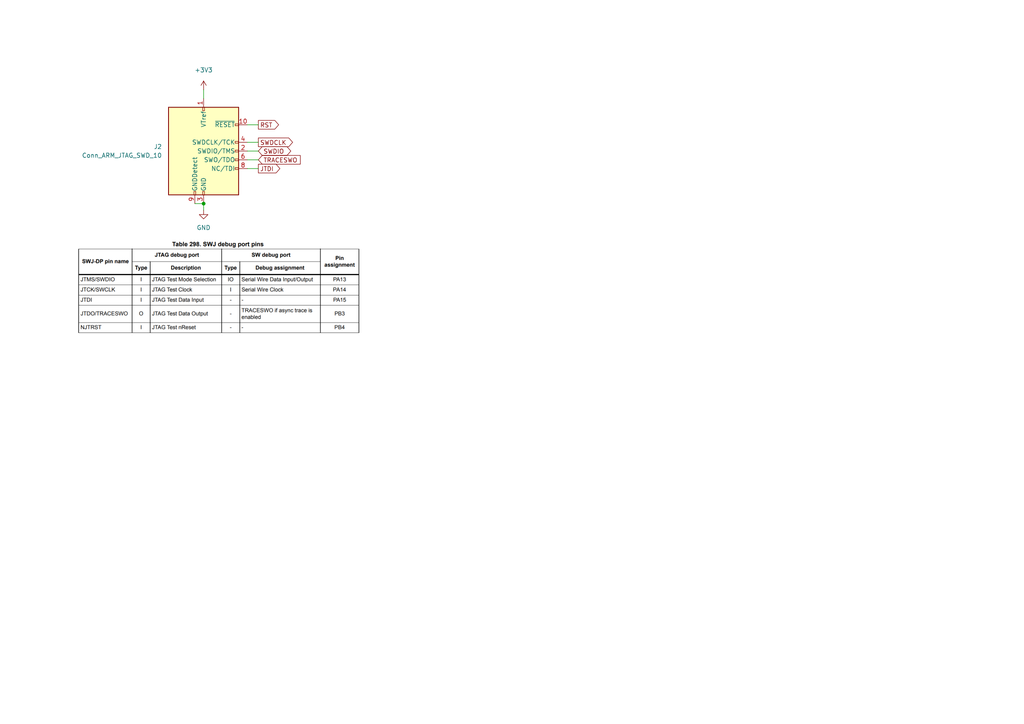
<source format=kicad_sch>
(kicad_sch (version 20211123) (generator eeschema)

  (uuid 15ccc521-968d-4324-afbb-6e3cb106b627)

  (paper "A4")

  (lib_symbols
    (symbol "Connector:Conn_ARM_JTAG_SWD_10" (pin_names (offset 1.016)) (in_bom yes) (on_board yes)
      (property "Reference" "J" (id 0) (at -2.54 16.51 0)
        (effects (font (size 1.27 1.27)) (justify right))
      )
      (property "Value" "Conn_ARM_JTAG_SWD_10" (id 1) (at -2.54 13.97 0)
        (effects (font (size 1.27 1.27)) (justify right bottom))
      )
      (property "Footprint" "" (id 2) (at 0 0 0)
        (effects (font (size 1.27 1.27)) hide)
      )
      (property "Datasheet" "http://infocenter.arm.com/help/topic/com.arm.doc.ddi0314h/DDI0314H_coresight_components_trm.pdf" (id 3) (at -8.89 -31.75 90)
        (effects (font (size 1.27 1.27)) hide)
      )
      (property "ki_keywords" "Cortex Debug Connector ARM SWD JTAG" (id 4) (at 0 0 0)
        (effects (font (size 1.27 1.27)) hide)
      )
      (property "ki_description" "Cortex Debug Connector, standard ARM Cortex-M SWD and JTAG interface" (id 5) (at 0 0 0)
        (effects (font (size 1.27 1.27)) hide)
      )
      (property "ki_fp_filters" "PinHeader?2x05?P1.27mm*" (id 6) (at 0 0 0)
        (effects (font (size 1.27 1.27)) hide)
      )
      (symbol "Conn_ARM_JTAG_SWD_10_0_1"
        (rectangle (start -10.16 12.7) (end 10.16 -12.7)
          (stroke (width 0.254) (type default) (color 0 0 0 0))
          (fill (type background))
        )
        (rectangle (start -2.794 -12.7) (end -2.286 -11.684)
          (stroke (width 0) (type default) (color 0 0 0 0))
          (fill (type none))
        )
        (rectangle (start -0.254 -12.7) (end 0.254 -11.684)
          (stroke (width 0) (type default) (color 0 0 0 0))
          (fill (type none))
        )
        (rectangle (start -0.254 12.7) (end 0.254 11.684)
          (stroke (width 0) (type default) (color 0 0 0 0))
          (fill (type none))
        )
        (rectangle (start 9.144 2.286) (end 10.16 2.794)
          (stroke (width 0) (type default) (color 0 0 0 0))
          (fill (type none))
        )
        (rectangle (start 10.16 -2.794) (end 9.144 -2.286)
          (stroke (width 0) (type default) (color 0 0 0 0))
          (fill (type none))
        )
        (rectangle (start 10.16 -0.254) (end 9.144 0.254)
          (stroke (width 0) (type default) (color 0 0 0 0))
          (fill (type none))
        )
        (rectangle (start 10.16 7.874) (end 9.144 7.366)
          (stroke (width 0) (type default) (color 0 0 0 0))
          (fill (type none))
        )
      )
      (symbol "Conn_ARM_JTAG_SWD_10_1_1"
        (rectangle (start 9.144 -5.334) (end 10.16 -4.826)
          (stroke (width 0) (type default) (color 0 0 0 0))
          (fill (type none))
        )
        (pin power_in line (at 0 15.24 270) (length 2.54)
          (name "VTref" (effects (font (size 1.27 1.27))))
          (number "1" (effects (font (size 1.27 1.27))))
        )
        (pin open_collector line (at 12.7 7.62 180) (length 2.54)
          (name "~{RESET}" (effects (font (size 1.27 1.27))))
          (number "10" (effects (font (size 1.27 1.27))))
        )
        (pin bidirectional line (at 12.7 0 180) (length 2.54)
          (name "SWDIO/TMS" (effects (font (size 1.27 1.27))))
          (number "2" (effects (font (size 1.27 1.27))))
        )
        (pin power_in line (at 0 -15.24 90) (length 2.54)
          (name "GND" (effects (font (size 1.27 1.27))))
          (number "3" (effects (font (size 1.27 1.27))))
        )
        (pin output line (at 12.7 2.54 180) (length 2.54)
          (name "SWDCLK/TCK" (effects (font (size 1.27 1.27))))
          (number "4" (effects (font (size 1.27 1.27))))
        )
        (pin passive line (at 0 -15.24 90) (length 2.54) hide
          (name "GND" (effects (font (size 1.27 1.27))))
          (number "5" (effects (font (size 1.27 1.27))))
        )
        (pin input line (at 12.7 -2.54 180) (length 2.54)
          (name "SWO/TDO" (effects (font (size 1.27 1.27))))
          (number "6" (effects (font (size 1.27 1.27))))
        )
        (pin no_connect line (at -10.16 0 0) (length 2.54) hide
          (name "KEY" (effects (font (size 1.27 1.27))))
          (number "7" (effects (font (size 1.27 1.27))))
        )
        (pin output line (at 12.7 -5.08 180) (length 2.54)
          (name "NC/TDI" (effects (font (size 1.27 1.27))))
          (number "8" (effects (font (size 1.27 1.27))))
        )
        (pin passive line (at -2.54 -15.24 90) (length 2.54)
          (name "GNDDetect" (effects (font (size 1.27 1.27))))
          (number "9" (effects (font (size 1.27 1.27))))
        )
      )
    )
    (symbol "power:+3V3" (power) (pin_names (offset 0)) (in_bom yes) (on_board yes)
      (property "Reference" "#PWR" (id 0) (at 0 -3.81 0)
        (effects (font (size 1.27 1.27)) hide)
      )
      (property "Value" "+3V3" (id 1) (at 0 3.556 0)
        (effects (font (size 1.27 1.27)))
      )
      (property "Footprint" "" (id 2) (at 0 0 0)
        (effects (font (size 1.27 1.27)) hide)
      )
      (property "Datasheet" "" (id 3) (at 0 0 0)
        (effects (font (size 1.27 1.27)) hide)
      )
      (property "ki_keywords" "power-flag" (id 4) (at 0 0 0)
        (effects (font (size 1.27 1.27)) hide)
      )
      (property "ki_description" "Power symbol creates a global label with name \"+3V3\"" (id 5) (at 0 0 0)
        (effects (font (size 1.27 1.27)) hide)
      )
      (symbol "+3V3_0_1"
        (polyline
          (pts
            (xy -0.762 1.27)
            (xy 0 2.54)
          )
          (stroke (width 0) (type default) (color 0 0 0 0))
          (fill (type none))
        )
        (polyline
          (pts
            (xy 0 0)
            (xy 0 2.54)
          )
          (stroke (width 0) (type default) (color 0 0 0 0))
          (fill (type none))
        )
        (polyline
          (pts
            (xy 0 2.54)
            (xy 0.762 1.27)
          )
          (stroke (width 0) (type default) (color 0 0 0 0))
          (fill (type none))
        )
      )
      (symbol "+3V3_1_1"
        (pin power_in line (at 0 0 90) (length 0) hide
          (name "+3V3" (effects (font (size 1.27 1.27))))
          (number "1" (effects (font (size 1.27 1.27))))
        )
      )
    )
    (symbol "power:GND" (power) (pin_names (offset 0)) (in_bom yes) (on_board yes)
      (property "Reference" "#PWR" (id 0) (at 0 -6.35 0)
        (effects (font (size 1.27 1.27)) hide)
      )
      (property "Value" "GND" (id 1) (at 0 -3.81 0)
        (effects (font (size 1.27 1.27)))
      )
      (property "Footprint" "" (id 2) (at 0 0 0)
        (effects (font (size 1.27 1.27)) hide)
      )
      (property "Datasheet" "" (id 3) (at 0 0 0)
        (effects (font (size 1.27 1.27)) hide)
      )
      (property "ki_keywords" "power-flag" (id 4) (at 0 0 0)
        (effects (font (size 1.27 1.27)) hide)
      )
      (property "ki_description" "Power symbol creates a global label with name \"GND\" , ground" (id 5) (at 0 0 0)
        (effects (font (size 1.27 1.27)) hide)
      )
      (symbol "GND_0_1"
        (polyline
          (pts
            (xy 0 0)
            (xy 0 -1.27)
            (xy 1.27 -1.27)
            (xy 0 -2.54)
            (xy -1.27 -1.27)
            (xy 0 -1.27)
          )
          (stroke (width 0) (type default) (color 0 0 0 0))
          (fill (type none))
        )
      )
      (symbol "GND_1_1"
        (pin power_in line (at 0 0 270) (length 0) hide
          (name "GND" (effects (font (size 1.27 1.27))))
          (number "1" (effects (font (size 1.27 1.27))))
        )
      )
    )
  )

  (junction (at 59.055 59.055) (diameter 0) (color 0 0 0 0)
    (uuid 39456193-67ab-4dcf-9a1b-2c178d36a71f)
  )

  (wire (pts (xy 71.755 48.895) (xy 74.93 48.895))
    (stroke (width 0) (type default) (color 0 0 0 0))
    (uuid 34e3c406-534c-40cf-8996-698a16453b2d)
  )
  (wire (pts (xy 71.755 36.195) (xy 74.93 36.195))
    (stroke (width 0) (type default) (color 0 0 0 0))
    (uuid 628ed9ce-d567-41bc-86f9-37f4072fca59)
  )
  (wire (pts (xy 59.055 59.055) (xy 59.055 60.96))
    (stroke (width 0) (type default) (color 0 0 0 0))
    (uuid 66df9f11-2ca3-4158-b2e9-5b1acc4d0f2a)
  )
  (wire (pts (xy 59.055 26.035) (xy 59.055 28.575))
    (stroke (width 0) (type default) (color 0 0 0 0))
    (uuid 6a795298-dbb4-4e80-b2ab-df2e63222be5)
  )
  (wire (pts (xy 56.515 59.055) (xy 59.055 59.055))
    (stroke (width 0) (type default) (color 0 0 0 0))
    (uuid 78d9ac38-867b-416f-a7f0-9984649f3bfa)
  )
  (wire (pts (xy 71.755 46.355) (xy 74.93 46.355))
    (stroke (width 0) (type default) (color 0 0 0 0))
    (uuid dc0a5799-31b6-4b4a-843f-dceee7b056f9)
  )
  (wire (pts (xy 71.755 43.815) (xy 74.93 43.815))
    (stroke (width 0) (type default) (color 0 0 0 0))
    (uuid edd341c3-3530-41bc-b5db-f316c98c173f)
  )
  (wire (pts (xy 71.755 41.275) (xy 74.93 41.275))
    (stroke (width 0) (type default) (color 0 0 0 0))
    (uuid fd953561-42fe-45bc-b905-0bf1333c7ad6)
  )

  (image (at 63.5 83.185)
    (uuid e5c05dae-032b-4a19-96ed-9c0103f91bf4)
    (data
      iVBORw0KGgoAAAANSUhEUgAAA9UAAAFQCAIAAAA+ysoKAAAAA3NCSVQICAjb4U/gAAAACXBIWXMA
      AA50AAAOdAFrJLPWAAAgAElEQVR4nOzdd0AT1x8A8O+7yyWQMALIRlmi4BYQGS60tbVqq7ZaV4e1
      tWpbu2yrtnW1dri6rHY5aq2j7m2tAwUERUUUVFBkyZYdRpK7e78/kmBARhw/XN/PP7Xkxsvdvbvv
      vbz3fYRSCgghhBBCCKEWwdzvAiCEEEIIIfQYwfgbIYQQQgihloPxN0IIIYQQQi0H42+EEEIIIYRa
      DsbfCCGEEEIItRyMvxFCCCGEEGo5GH8jhBBCCCHUcjD+RgghhBBCqOVg/I0QQgghhFDLwfgbIYQQ
      QgihloPxN0IIIYQQQi0H42+EEEIIIYRajuR+FwAhhB50fFlWckrGjUpRZuPq3d7b3ux+FwghhNDD
      DNu/EXpkaaJnBTo7NMmp8/uHm91Oze7J7ZwcHBycA2dEaRpdio+b28vVwcHBofX4jaq7K7jq4rYF
      bwwN6ejl5tbGp0vv4VMX779WY7yAkBf964cj+3Zt26a1Z4fgoZMXH0hX19uGWBS3esbYAQHtPdzc
      3NsHDBg7Y/WpQvF2SyIWx/3xzlO+DvbunYJ69wvvG9LNx7lV65CXvj2UxeuW4BO/GeDm4ODg4Nxt
      +pEaWrtm4bqxHo66g+z61HcpQu0HmqiZPVwcHBwcXJ9YdFGov0Ph8pInXR0cHBxcgmfHqmn9jxvH
      X/i6v6uDg4OD25h1pSauU7P7TR/HZk/sI0OdGbHjePZtXwP18HFzw1zuzXWOEHp8Yfs3Qo8sqqko
      LiwsvCXGM8JIKuoHrrcS1RU3CgtLRFZRoWk8IhS1VUWFhYVakJXX3EbceMtm8vd98PSYH8+VG7aR
      nXX1QvTuf3bP3b3nsxBLANBcXjl20NRt6YayXE+/dGr/1r1zd27/LFRp2Miet/uP+uVide1GMlPO
      Ht2xM3b94eXDXFhTy6KKnjdo8JenyoxDNipUXo9dN3PwqZQNR38f4cJI2nb2osVHCgUojYy5JvTv
      oLupqqL+PZRVoAv4SfThyKJ32zkwAABCVkzU+dxCDbBu3l28bykKFapKCgsLtSCxUWlv47AB8NXF
      NwoLNSArM/nw605sKW36xD4KKpN3LJ716Xd7JO/EDO7typC72JSorSwqLCzk7/I6Rwg93jD+RuiR
      xdp16Pf0IF9d9EgrU2OjUkpFYCy8g3u1s9aFIIxtZ/v7WcRbVB6Z9/bPCeUUCGPRunsPH7Oc+FMp
      xVqhKPLLd5YOiZ3TjaT8POX9bekaCozCrZt/m5qUM5fy1cKNY/Nf+bTnmWVPWhEATdx3n/xxqZoS
      1i5g3FtjurEXt/z8Z0xBdfKqTxaPH7Skt8yk+Eu4+ttnS+LKRCAS267PvfJCbx9bKLp8dP2a3ZfK
      RU3Knx/OHzXwl6cszIJCAsxX5ahE/tLpuHLawZYAgPr0kehiQ9hOq+OOx1RPfE4BAKA6FZfEAwBR
      9AgLkv2fjiKqq+CvaS/OPagBrsvdb4ux8e3z9CAvAaT+bia/ySGEUF0YfyP0yJJ0mbJqzxT9//AJ
      c3sGzTurAcbl2W923BKDCiWpcScT0m5Uipylo2eXwAAvZSPBBV90MSryQp5o2z64d3cXU3pCC2Wp
      J6PjM8oZG8/uYT08LZvo9lZ1dP32DJ4CUQTPPnpwTqAFCBmrRvactD1fUJ8/eDDjs05VG9ZFV1Ag
      ZkGfRRyeF2ghFkfNHvzMV7EV2tT1P2+d3X+CIyvmnoi9qqVALAZ+tWv1JGcGxPEeRe1e3VHKp8VG
      Zwq9fUy68VVEH4+rpgCs6ytrjv0+1Ep3wN55PXhM9/H/5IlC1p4tUeqnnpbZhgZ3kuyO1dCqc3Hn
      1C/3NyPAXzoadV0AIAxDqCiKxbGRCZpnQ6UENAmnzqlEAMJ1CQmzMqUYjdPkX4g6kVQgtvIL6921
      VWNLmXz0Gz+xAs8LosgwLCNhDauLAi/q/iiRGF8pmoLE6BNJBdS+Q1ivzg5Sw2Ks5OaqddVdQnUt
      5tjZzBrLtiF9Axq8uISSq6fPJmUUaMxdOvQM7ugga2xb1WnR/52+YdO5T6iPghcNLdWiVqPhGa7h
      wphUFInfq8u3vySKwLASSZ3jo1tNf1aovV9or65O9d6whLK0s3EJ1/JVgkzp2s6/RxcXeYMHBSH0
      yKMIoceB9twcfykAgKTd+8drRKNPhJwDnw90lxv9KE8YC++hCyIKBd0ClZvH2jAAwLq/snjhC+0s
      9KELkbr0+Whnhla/GXX0R74cAIBs6Ory2m3nR3w9vJ2lYduEsWz37Pz/coRGCinkbHonvEeXdm1c
      B/1wTb9hIffnJ2UEALjus89pKzeNsiYAwHX57LRhz0UrhyoYAGDsxm2pECkVcn5+QkYAGNsxW1T6
      r7DzFUcGgEj7LknjTTxiJauf021W+cTSpKqbf6+OXPLqmNGjR4956evD5ZRSqo6Y5i0BAOBCvr6s
      pZQKaUv7yggAsX5i+AArAgBc8NfJWkopn7qot+4s+H50oqah05Q4P4Br8DTVO1AHZj/ZxsxwWM08
      Bs356a3OUgAA2aDfi008+pWbxyhJIyd2R7rh8Nbse8NNAgCM7bht1bes6jFVFPXFFPIOzXvG09yw
      N3nb4UuO/jbCgtS7Juqq3jXBkQEAafjiiLWTAltxRF8G1/AZu7O0RksKxXG/Tu7naVF7oRLOPuDl
      76MKjb6P7kKVPbNo4ztdLAgAEK7twGBp3ace12vhVW2zRelhX7cohstGHT29vcT4Olcff9+HAwCu
      5xcRe2c/5V57VmSu/WcfKjCUTsg7NG9IWwvjasbZdnv51/iKxk4yQugRhvE3Qo+HxuJvPnXFIFsG
      AIAQibmVpZlEHyCw7pMPqkRKb4Y1hJWwBAgrU5hzRB+byLvPjCwXKW0w/ladmN1D395KGE5qiGcs
      AmYeK2s0tKyvJuJdHw4AGNvRm8pp5caRlgQAJO2nn1Drlyj/+3krBgCA6/FFopZSyl9b/pSSAWCU
      Pd/bEHv58ql/PgqzYQCIVfh3lxuKvBrEX1nST0H0gatnn7HTF6/df/a6qoF3h/JNo21ZACDWI/4q
      ESm9sfpZSwJAzAb8EPtduIwAEIshK/NFSss3vmjDAgDj+Mp2VUOHwKT4u+bsl6GWtUG11EwmIfqT
      Yxx/N3/0DUF00yfWxPi75tzXvZX63RGJucJMQgjbykkXxTYff7MOri5SQhipucxwBRKLHrNjDEep
      ImZeqLL228gVMlbfg8rSf/rBG7y+UPoXRTt7O32bPOMwaurAeo3QzcXfjRQltpJS2kT8zTp4ulsw
      hHBmZpw+yiYSr7cO6y6mtN8Gt2Jrq5m1Qr8I4bwm7S1p+NAghB5hmP8Eoccan/T3qqMlFJhWT35z
      Ml9VVq7KOz4jQEYAhJxT0Vd54xFmVBAtQz7Zk1qqqsg79dPwNhICtOrcz1+uy2pwiKeQ/MuMxacr
      RGBse326P728qvDcH2N8pISqzv7w+W8pvEnlqzr33Zy1qVogEo8XJz5jCdL2ft4SABBSt6/YnqYB
      gIpzv/15TCUCANBi3WhT1nPSynWfDGgtKzv5/ZhgX9+gUYuiS1mnsHdXr3yrvcmd7ti2k76aHqxk
      AKhYkXZ8/eLpLw8KaNPKpfOTr875MybXqPyK4JBuHANAKxPizmmgMvJobCUFkHTqO6Br/z4dJQC0
      Ku54TBXVJJw6pxIAiHlAWIgZaXzfTRELtyz4LraCArCO/ecfTCurLM84NDfcVhSMT9btHP3bPLEN
      F2rrgiUnSkUgEtehS0/klKtKMw7P7UsKCrWmDVIUCnLKO0zedLFIVZ4T8+MITykBqjr9/by/sgQA
      4BO+e+ebmFIRGKuAtzYkFlWoSlP3zQ63Z0CsiP9+yuzD5XW+e1Fhscyj9/NjhoV2H/r821/t3PRe
      oO6lxnv8z7v37V480rmpq0BXlI1JN+oWZe5fWU3mThEKMkr93vnnYlFlZV7U3D5KBoDymUf+BQAQ
      8/duOlwsAGPz1NLzRaqy0vLixNVjvSSE8hlb/thZcLdJWRBCD537/QKAEGoRjfc/odqK3Cvnr+Tz
      lFKqLkjc+1lfawYAWK93jtaI9GazInBdPq3t9CHk/D7YigAAsXhu9Q3x1vZvPvmbEI4AgKTDJ7H6
      pmqhYM1wGwaASHstarAJsq7qxF9GuEsJAOG8XtueJ1BKKX9xYW8Lfau03NGnvaftzZ7srOuk/boW
      WvWVTdN6uUiNIlwise320s+nbrOpUSg6+evkfu6K+hkziKRV6Mz/8g1t4dq4T3WdP7iwhVcrI97x
      YnUHOlJd2zlF0v7DqCp9v5TahvoGTlPz7d+qreNaMQBA5P1/SDOUgE/6sqfUqP3bpKNvaMS+5cRa
      M0Yn1qT2b9XW8a1YACCKJ3/OrC1U8sIw3dlpvv0bJO3ej6zdfNGG0Q66zQ3+vVCk6oh3vSUAQKQB
      c84ZfvagQsaKp6wYAGBsXvi7SDS6UIn1wJ+N+hkJ+SsG6k5Pl8/OaBr95cW4KMerDIsZFeWPG7SJ
      9m+QeE87Wq1frXTtcAsCAIzjBEopFdKX9pUCAOHcBrz/w9YT10p5KpRcu3Axo6i6sc5YCKFHGbZ/
      I/TYk3C0+NLupZOG9+3s1sql8+Avj+ky7lFRrNN2ydgGBHc0NBwyDiE920kAgKrTUtP4Wxs5tUmJ
      KQIFIJyrHbmUkJCQkJBw4bqFkxMLQPlLCQnNNIyWnVw84ul3tmdogHV68qt/fhymi41Yv3d/WfJc
      a44AFavyrySnFWskdva6sAs4jgMAqIr+fMTLP0XlaM07jFuy9dB/W7+b2N1aLD63btrwyeuzTW7T
      BQDGNmjSiqOpWUmH/loyY+KwsPatZIQAAOVvnFj4yvtb9RnFJZ1CglqxAMAnxcXEH4nKEgCYVmHh
      /lKQBoaH2TIA/LUTkcknT13gKQDbOjjs1tSDJhJyr1wrEwFA4h0S6ma4hbPeYUHG6Thu6+jf3olt
      sFDZV66VCwAg8e7Z07m2UB5hwR4mfk/GOqh3YO0oR2XfsM4SAkDVqSkpGj49Ni6TBwDWe8Agv9re
      3IzbM0935wiAWHEuLhFulpRIezw3os0dJyfRFcXwxmVUlOSUJrOks207dDK8DJrZ2er6RGm1AACM
      68BBPSwIUO31w9+9+3yot30rz6Ax8zccSy7m8SmM0OMI858g9HgT0je9OeSN1UkV+p/ACSu3MtdW
      qLQUgNRt9SVyucJo9JiNjS4lCK2prBYB6vemECoqKikA0Or/Pu7Z7eO6H4qqGzeqAMwbKZRYFDF3
      2AsLoopEIvUY9t32tVO7KWo/lHaYtPmk3++Ll22NTi3lnLsPffOFynnPzj+tAUZpZ8cCVOxbvipJ
      TUHS9vWff/ugnxxgQHhXIaXTR5E1OduX/XVl1AxfE+98Yk1Jdma5wtvdt/943/7jPwAQSi/uWvTW
      5G8iCkQhd9dfe0pemGBHAMyCQgPMV+eoRFX83l9zLvIAxDIkPEwOAIre4cGKv3ZV8BeOrfzvWrkA
      wFj1CAtoPgciaXgJWlmln4tIrrC4uQhrbWNlFMnd1tFv4MQSAKo/scb7NtqBUCcrenW1vlBm5kab
      YiwtFCb2siF1vg1jZW3FEABKq1VVlJaXq/RFs7MzCqsZOzsbhgBQsaKszHhbFk7OyjsPa5sqyq3X
      +c3VWIXFzQtayukLqjtmko7v//lH9isf/HoiR0MBqLY0/cyBNWcO/Ll04bClO9dP6YxTqiL0eMH4
      G6HHWtGWGdNWJ1WIhHPr+9rkcU/37RXWOXWm37MrcylhmLohIC0tLrrZeEzLylQUAIBYWFkzBOo3
      lLKWFnICNZRY+I99b4h3vXBI4t290f7PpVHzhz2/IKpYJIpOE1ftXD7Ki6u3hMS595QlvQ2pFSu3
      vjRBAABi5uHtLgE+PfFymQhAJB38A/Xp3Vi37p0dmcgMgU+7ckVLfSXNRoX8uS/79f8iplTDtPsw
      ImGRvh8FsMoOw2d/fnh95M/pAlVnpWcBtQMCYBsa3FGy+6RGSN26KYOnQGT+ffvqZgOy6dfPX7r7
      mLoqau0/1QIAkXYPC1MQAODP/fHeor1XsnLE8CV75/WSAgDUqHVtrMRcoWgwhCRWVrp3EVpeUioA
      6MM8oay0wigivq2j38CJpVB7YmvTmPNabe0etFVVxhM3MTZKa0IAqHgjL48HX0OhsnPyTezaLJYV
      FmoAZIb/KysXdWWwtiTE1sZaV4SSohsCtDWE4GJhYbEoAgBjbWtrfIjM5fK7mGJHXxSzhorS1HpM
      I29MOlLvF3+Mem5G3P7tu/Yfjog6cTaloEqgtCZtx8xP1w/f8ZoTtoMj9DjBGo/Q40wdHxFTJAIQ
      q2e/3fHLp68P6+VrL9worKCgHxxivLBYHnvkRKXhfwpPxCbzAMBYtOvg2cCbPOfX0YclAKCRdho3
      e57O+wMceSJv1cY3ONCn4cZvIW3Na6MXRBeLhPN+afXeFfWD75qoxWMH9w/p3mnwogu6QYQlB3dH
      lAoARNotNNSSADGXmwEAUOF62jXDOENVVnaJCACMpbVpLaMSb18PiSBS4K9u+P4f44GImqtx5wpE
      ACDE2sZG3x7Keob2bC0BoFSr0VIAScc+/V10O2Lcwvv4SgBEVXmFQAEk7cPCdH1phBtnd2/acTAy
      LjLilL5bTPW11GwBAAhj7+jY4DyNrEuH9vYsAAhpJ0/Ulou/HBFtXMjbOvrNnFhOl+Cb1pSUqPTR
      NJ9yJd24cxLjFNC1jQQAhMx/t8eoDFvat+FAnondfWjlyYNHSg3/V34iNpGnAMS8nZ+PVOIa0NWV
      BQDh6n/7L9b2AREz9x6I1wIAowzo2dG4Ybo2M7e+dIToP6XUhNcBXVEM386oKB18pE2u2LiK5COb
      Vi1bNO+LLWVhU774bVvkxbyijIPvd+MIAK1MTko1bTQyQujRcZ/7nyOEWkbD4y/Vx95tKwEAkHiM
      +fOSiqpzopePba9rG2VdJ+2vrjP+EoiZ78urE4r5mryopUPdJAQAmFaj1heKtIH8g3zSV7ocH4x9
      v8/2pKr4msw973ZXEABgXV/dUdLQODghe81we/2+WDMrG2P2IXPPaimf+EUPTrfVXtOW/b32+6m9
      7FkCAIzymV/SdWNIT3yka+BmHQd8cTi7hi9PXPdaB11RnF/dUS5SStUn5/R0sLGxsXEes76RBMwV
      /0311iXtI3Kvp6YtWvXP9m0bflvwZl9X3UBHYh76zcWbg/zKN75oW9s3QuI97VjtOEFac+Rtz9qP
      WNc39ukH9wn5q5+11iUAdOz7/opNW9Z+M6aDXJe2umvjIwUr9kzUdfVmHJ744mi2mi+9vPm9HvpT
      ZMg/aMrRrx1/2eSJ5ZO+DJICABDL4FlH87SCKnX3zN52ut3V5h9Ux33eTUYAgEgce09dsuav3+aO
      6VLbI8aE8ZdAOI/h30XmVqsLTv0y2kemO6fPrcrhKaXq2JmdpQQAiGX3yX8nlgi08trez/rpxqFy
      vh9EqIwvVNZj6uE6ydXLVw8103/z7UWakvyihlKv1yvK0uM59YqyOlegTYy/JBbP/12bU7Lmv8mt
      WQBgbMdRSmnF7tdcWQAgnM/4lfE3eEr5kqR1r/pIAICYhX+fjoMwEXrMYPyN0OOhkfwnqoNTvPSd
      MQjhOI4hwCisLFkCQORD/rhRJ6xx9XKXEUIkHKdPvgyMMnzxeV0w00D+79LD73WsnY1EwhmyIjMO
      Q35JaTD9h/bC/EBpQ42+AACSjjNOqikVMtcMd6jfhE1Yp0E/XjBEVUL2Py95GPJdMxxn6G3CtHry
      xyRNY6W9hZC3e2rHxjoyMFY9Po8yjtyFjB/6m+nLxTi8vENl9FnF1vH2hsltrIatKao9/OWH3ml3
      6xcmErfRf2c1Pk8Qf+2PZx31p4CwHCchQDgXL918PLX5v5s/+rVJTJo8sVR7ek53QyEJK5VKCCEK
      Ty9nFurMv1NybGZgnQ4ahHMPCnBhmz7KhqCXcDIZR4AwEkltGaxCvzxjSIlSEjEzwKo2vbisNsU2
      owyefazEkM+8kfhbrU9Joztcso4zYhtKLdN0URacNVzndxB/U/7Kb0OcDBWNlSlq85cTzmvijgIM
      vxF63GD/E4Qea4oBC9bMfdJNRgAo1fKC3Gf417v3TO/OEaA1sQcPFhl1MpB0+2T72reCHQivFSgA
      Mfd8Zv62je93ljW2cev+i/b+M3OQtwVDdL2HKZHYdB7z/a61bzY4BbyYe+To+ebyRTOtX/pl4+yn
      2hjmWQQidQ6d9PuBTe90MhSEcRn5+6FNHz/lZcEQKmq1PAXC2XUd993ujW91qN+XvIk9OQ758dC+
      Ra8Eu9bpqk5YC/c+byz7d//cMAvjpV1CQ/TfiiiCw3spjD6T9+oXJNdlxuM6h/ayqt2c5YBvtv/+
      RpAjV/sXwjn0eO3Xvb+NdWs8fwfrOXHtrqUv+FoyBKig5UHZ/dUV27/oXbfDuOlHv4ETO2/rhtoT
      KwmY/tuiYW0VDAGggpY38xr0+ea/36zfqVzZ58sD//40qb+vo4XMTOneY9TcbYeWPmmjaxOXyppJ
      R0Jajf5+1VtBrRiBFygAMWsz8LPNW2b4G8YlKvt+efDgskn9vCxZoLy6RitSInUOmbj84L55fZTN
      9PaWhr35wdNuUl35tdobeU32SietRn+/8q0g+3pF6d7odW4Ctu0bGw78OqmXqzlDqKCurFQLlDBy
      t75vrdmz7Dl7fBIj9LghlJqWXgoh9Oiqyj4TfSq1VOLcpVdoe5tmIqWqzLjjpzPUNr4hYZ0cTOkQ
      K5SlnYk9l1askdm3DQjp3rrhcYW3SV2QGBNzMZ9XuPgF9exg32A5hLK0M6cS0ou1Zg4+gT27ucjv
      cF9CReaFsxfS8strqJnS1aebfwdn+T2NmGryLpyMS86tBAsXvx49OzqaFukJJZejoxILGdfufXp6
      WTZWINOPftMnli+6dOJEUiFx7Bga6mt7yzVSduHfw5mcs6urWxt3V1v9DwGayPc79v/+Ks84TtiR
      vmpoQzk+ana/5jFsdb7IOE/cfe2Pp7XXTh4/e11r0z6kdxfHhk6qWJERf+ZCeoHG3KVDz2BfO5Nz
      CIgVaSePn8mqMXdqH9izU0OH2Lgoqb8/zac1U5Q7wZeknj2TmHGjmsjt3TsHdPdUYhIEhB5LGH8j
      hBC6S2L2T096v3dELQLT6vk/E/8Z78gAlEXPCB+wMF4NXNi3l4591GDK87rx9zP3Mw1f3fj7GfNm
      GtURQujO4as3Qgihu8Q4PfF0kPxopIqKN7a90a3zsrbW2ryUxNQiDQVi2euF4abOw4MQQo8D7HWG
      EELobrF+0379YZyvJQGgNXkXT0bFnL1apKGEseow/sflU9ti+I0QQjdh/xOEEEL3hiY/4dC/EfFX
      coorecZc6dLWv//gJ7s2NUpALL4ceyFPQ4nUuXNwe9v72ST0ABUFIfSow/gbIYQQQgihloNv+Agh
      hBBCCLUcjL8RQgghhBBqORh/o7tCCCEEezEh9GDRVcz7XQqEUMthGAZr/UOkqciJYRiMqxBCCCGE
      ELotTYfQzef/FkUR36hQY3TXBl4kCD1QdPURG1AQenzo2kyx1j8ITImIsP8JQgghhBBCLQfjb4QQ
      QgghhFoOxt8IIYQQQgi1HIy/EUIIIYQQajkYfyOEEEIIIdRyMP5GCCGEEEKo5WD8jRBCCCGEUMvB
      +BshhBBCCKGWg/E3QgghhNCjAOffeVhg/I0QQgghhFDLwfgbIYQQQgihliO53wVA6GElFhz745cj
      2QJjFTj+w6EeKTuWro9XNfrLH+vx9LQJIUoAABAy/12++sQNEZhWoa9Nfao12/AqQtG5HWvX74++
      cC2/QsspWrm1D+j/wkuj+7ib3UYp+cR/Fm5JUoNF9zEfDWvf7Hcqjl697GCmwDr3mzQp3OkRej9X
      V1VJ5PJGjjRCRoTCM1tWrdsbk5R5owrMbV18/Ae8OGFcX3czABDS9/3058kSkVH2eGnaEC/9BVUa
      s+rHAxkCAFF0G/PB8Pa6B6uhNhGzzqM+eqFDs0/bm3V1zkfDSHNLY11F6OFGG0cIAQBRFJtYBj3m
      dFfR43mRaM/PDeAAgHV9Y58oVu96zampJ4a0z9I0Qb9i/JzuUgIAQLiun5/VNrRx9dXN74Y4crc8
      hBnLDi+vvlhteikr1z9vQQAYh1d2mnCW+CvfhHAAwHX9/KzmUTmppRc2zhzcYdiKPOF+l6TlNHt7
      R42oOLnwSZf6FY8wSv9pO7MFSoWcFQPNCQAxG7As23BBqba97Kiv/Fzg/ERe/+fq3ROcGADgenyR
      xDe2PyM366opd9RHu66acrxQPRizPThMuQM/Qu/MCN1PRG7j4mZgr2AJABCZ0uhvlpxuSXXM2o2J
      GgoAQLVJ61dH1dTflpi38+3B43+MyddSIrXvED583CsvPR/ua8MRECsu/jV55GfHVC365R5ifPy8
      AT3HfL33auM/TSBkwMcvmvz5oRwtJeaugYNHv/rq2CE93MwJFUvPLntj2oZckbEPDfGTAFDNhVNx
      +pqrjouILhL0G7gYHVko6v55+dTZIhGAbR3cyxtbc5uHdRU9VjD+RuiekA1YfCY9S+fKbyOUBAAk
      gbOOG/6WuuV1VwYAQHVo7ZZULRCO4xgCfNqWVfvL6m6q4uCc99akqCnhPEcuj01JOrJt3Zq1W44k
      Ju54p5ucAFVf/GPRxlyx8bKIqsxzURGR5zJVjS9Uk38p9lhEVHxaqdDoMprC5Nhjx08mF2pu61DU
      liIrIfpYVEJWE6VoiFCadibqeOzlAnUjm829dDoyIjIupbDhBQBArEiLizp5uUANIKpKyzT4OEcm
      EVL27k9UU5B4v7H1/Kk9G1av/nt37Nl/Xm/LAYiFB9btLhAl7cN6OLEAYkl83EUeAIC/HBGZxQMh
      hBCgNWeioqsAAMTiU3EpPABj1aNXgKyxPZpQV02pqg9kXTWlqmJdRY+vJtrG8bcM1CzdVfR4XiR1
      +58Yf6jueI4AACAASURBVFK9/SU7BgC4sIVX6/+OWrThRXsWgFgP+vzjEBkBYJTPrso16hkhFKwZ
      Zk0AgPV6c39J3QOr+m96mH/4iNdn/HT4esM/0ArF0Uue97XSNb+zys7jf5g9WFGv/0npqZ9f8rfT
      /cROiJlrr6nrkvQ9Wmp/0+785sKP+7vJdMtInXu9+89VtW6RGyufU8rlcqsun0SrDSst7m8jl8ut
      Q+brdyEUn1j6gqEUEptuE/7YNKuHtVxu4TVlf/Wt14pw/eenlXK53OaFFUe/G+lrrVtP6tz7g63X
      NEbLlZ79Y2p/b91mAQhn02n4/AOGA8FfXdLfRi5XuIxfunyEu5QAEKv+4/pbm3GMrhgyudw6eN45
      zS27fxQ1e3tHDdEmztfX6RfXpddeKdrzv789dvTo0eM+Wn+Vp7T4r+FWBICYD1yRK1AqpH3Xz4wB
      Yhb8VLiSAZC0ffeYmlJavXeiCwNAzPr/lNlgz6cm6qrhjtpEVW2irm5ONaWuJmj0pWi8rjZwXzex
      rjZUVfdnGe5ZWFf/PzBme3CYcgfG+BvdFYy/by/+FrJ/fcaaAWBsRqzNu/bTExYEgJj3XWq0WPXO
      V+wZAJB4Tztac5vHlU9bOUzXEZVILFzaetmbMYRhiHH8zSevGOzA6pZw9nBTcgSAcO4vb8kV6M1n
      OmEYhrAKJ29vR7nukWjW5ePjFZRSWvDLUzIAkLR7P9LwTL/8dYgUALjus0VRpJS/tvI5R0b33LVy
      9XRTcoSzVlowAIzzxD1VDTzTM78PlwIAa2dvxzLm9u5tWpnp9mrefWZkhW4F9fml/e0YACBEatPG
      x92G05Wr3evbcnhd0UOlAISzspbrftfjurz7SbjUuLnhkeoq2ySMv++MOvojX92FxVr7hI/78NtV
      u0+mldetxHzqojApAWCcJuyupvTGmmHWDAAXOPfIsoEKBoDr8WUST7UJc/wN3bMbGuLBp60cpq8l
      t9ZVXT1qsqredV2N1zRbVxuKv02oq81VVayr/ycYsz04TLkDY/8ThFqOcG3930fLRWDsBo0e4uD+
      wuhwKwK05sTatRd4/SJiYVpGmQgAjHtbH4l+GFhN8qH1fxn7e19i2a2b18StWLw3XwBGGfbZ4WtZ
      V1Izz/7ynDMxno6hbO+3C/4tEIhZ56k7k7PSMq4emtHDArSZG+b9dJa/uRil8u4f7Lty/erVzMS/
      x3tzhNZc+G3x5jxTfp3WnFq+aG++CIxN37kRaZnXsq6fXTHEqqKy+XWF4gqniVsv5aRnZCetf7md
      lNDqcysWbsoVAMSsP2fMjygSiZnfhA0XczNS0jNP/zTUhaU1Kas/mPdfRe1XpNryCmmXcZ99Peet
      SZNenrnp8rY3PFkAkPb9+lx66oEPO986phUhA2nwJ8veD7BmgAplV47+veST14YGezm4dh3yzrJj
      OfoKwrqFBnuwAGJRfNxlvjIqIlYlgsSzz4CgAf06SwD4pKioQqEk7vRlHoB1CAr1ayDzia6uik3U
      VROr6gNXV02uqk3W1TSsq+iR10Rsju9SqFm6q+jxvEhuv/1be26Ov5QAsC4TdpaLlNKi9SPtGACQ
      tJ0WYegBcnVhGAcAIH1yuSEJgJD904C6HUi5wAYyKvDJ34RKAYB1m7S/0rDLuFmdOKht/645OLm1
      BIDIBvxk6LdRtOY5SwLABcy7oK1tU2NsR20w9H0xbJaxf3lHdfPt3/zlr4N1h+X1fbU/lSd9EchB
      s+3fxHrYnzdq//bTAHMGgLEdu7lCFDJ/7G9GABj70f+U3Py+34bq2yF3qkR9mxoQLmDu+ZsNjurj
      77WVAID0ieWY/wSZpOLS9gWvDfBrJSNG8R/h3EeuSdVVGtW28a0YACIf9Nv1iHd9OADGecJOlaiO
      +diPA2Bajd9atP8NVxaAWA1fW9zALpqpq6IoNldVG62rnIl1NV7TbF1tov270brKN19VqQl1FfOf
      3AGM2R4cptyBsf0boZaijlm78YKGAmPp11oTsWf37t3RrFcHOQHgr21edUDXoM3a2ttyBABoYV6u
      eFuDkYTc3AIKAKyXr58hRbjE16+tUSuSKi29UAAAyNo3963JkydPnjx5xvZrhAAIaSkpN1vV2Nbt
      2ykM/27j66NkAcSyvNzyhvdsXEw+N7dABADGo107zrAJLz8fRfM3G9bN19dS/2/Gwc/XkQEQVbnX
      i0GbcumqlgKw7fz9LWsXd/fv4sQAiEVXUvJrh6YxDt17tsOJDdCds/AdNmvloYt5+akndv6xYNoL
      QS4yAlSbsXXGnJ2lAADmwaH+MgJUfT5m88HIDC0Qy+B+YXIi7davl6MExNLYiG0nzhYIQLguoWFW
      Deyi+bpqalW9ta4yt1FXc+55XVU3WlXZ+lUV6yp6rOGlj5CJVNkXEpPTM4ttw4aHubIAQEXdz7Qc
      J216Tf36h/7cnKoFALH08PyRh+t8JubvWrM9/9lXHRmw9Pf3lew+q+VTIo9dF7p5SgAYl6n/qiYJ
      IoB61wSPF9cXN/LzsP7ZTUVBqH3KEoa5GX6LWl73CZ8Vs3PbacOfZXb29sSM4W8+GCmv1d7cLsPo
      eogyLAtg2LcoGv5FtcYLE1a/R632ZioGQaMVaW0BG6XVGsUVxLA4YWqLAIQ0tA3jvxErWyX+bI3u
      hJCy67t1x69l5dk//8PsIXbWnsHPTgx+duKMWZvG+4/fkMMXnohI0IzoK2Xsw4J9JQfjtfmHl63P
      1QKR+fftqyQAZiHhIZarNpdkHFy+PZMHYL1CwtwaTD3YXF1tvqoaAuYHra6aXlWxrqLHGrZ/I2Sa
      qn0f9g4d8OzoiUuOVAAAgHCjqEQEAMZC2VALV33Fe9buzOEb+1Qs++/PDekCAEg6jHiui5QArY76
      acGePF1MzLASqVQqlfLqmsbbxFk3N2cCAGJ6SorhIcunXLp6M6UXo3RzUzIAoBj0U3J+QUFBQUHB
      9fORh08kpGZnrh2lqN2UkHXpkqGDuZh35VqJCMDYuroqAFjdE5tWqSr12xVu3DB6I5B4ebdhCYBw
      5cyZUsOxO3Uivqr5tnwhO/FCkX5LYsmV1AIRgLF0cbMBzqutu26jCedUNxdPSMoXARi7tu0ca4Mc
      wkllde9rhlAHM5uhptGKU2u/WbJizYYff96cZdRMq3RyUBAAAF6rpQAAkva9gpxYAD4zNV1LQdKx
      T7gLCwBg1bdfoIyANjk+sZoCYxsU1rXBl/Nm66rJVfXWukpvo662ved1VdZoVRXqV1Wsq+ixhvE3
      QqaR+vp6SwCo6vCKb/al5GXHr/9j33UBgCh8O/o021ok5mxZe6BIAMJ1mn44I8dI5pHpnTkCtDp6
      7Z+JPABIOk35dGwbjlBt6uqXB4z9ctOJ5JyC3Kundv/84ZDgKTtKG4+/2wwI7yAlIORsWfhjvAoA
      qpJWzludZNTgZRY2oLeSBVpxaPnSyBsCAJ+6amJYNx8X61ZD/si5+WCmFf8unXcgTwAQsnYt+D1G
      Q4FRhvXvaQZgZqM0JwBi4amjp1UAoE7959ddmTdfLBinQUND5QTE0t2fvb740OX0S0d+fH3yymuN
      vnrcRKuOLv10WzoPIOYf/vaX41UiMFZh/UPNCOM2aHCQGQGxYNsXn+3J4gGgJmXdzB9jNBTYNs+N
      CpffPAH12t04jgUAoDVVJkQV6LEm6TrsWT+OgFh6cNaot387cimnqDDzwoEf33h75VUtAGPpH9xF
      1+wsCwwLVBiuM4l77/76KecZx/C+nQw/KxOzgF7BZrfuBkypq6ZW1Vvqqvb+1lX2Nqoq1tXHCp+0
      +au5c/Tmzp03/4sF3yz6/pe1u0/n3MwPz1/Y9OXcOXPmLt6Zch+L2kKa6BuOfflRs3RX0eNxkfCX
      vgu3rv/GSqS+7x4qq/f1bx1/yV9Z3NuMABBpzy8T62Uj45MX9TYnACDxefdYje5vJZHz+tqzjQT1
      xMxj6JKT5Q0UUcjeMMZNokv25eTbzddJznI2tlaMUf7Bmrj5IdYMABCpjVeXrp5KCQEgZp2mR1TQ
      2jFdhLOxtWI4pWfXzh5KXfIwecBnMZWUUiqk//ykJQEAwihcO/p3cJGzClsbM3Iz/yCtiP480LLO
      0DU3TzeOND/+kmEZIrFw9evoqd+rebeZUfr8gxWRswIsdNmBLVw7dO/gImcIAJH5vLYl2yj/IHBd
      P483OsJC2tI+UgJAWKVXl459Po++3ZyOD6dmb++oQcKNvVPayxqseMSy59yThlGKlL+6MEyqW45x
      fHWHqvaqUkdPN3RpbnLeeSF7wxg3tpG6Kopic1X1rutqvKbZutrU+Msm6mpzVRXr6v/JAx6zVW4c
      ZdVgky+xaD92ZZLu2Ve5bricADBOr+1+UL+HSUy5A2P8je7K4xR/U6pN2/ZBH9fapzOROgZPXnep
      +pblbom/tedmd+cIAJGHf596SzJgIeePIboZd1xe3VEbVlen7po/JshVfrNLKGHMHDs9OXHB1sTS
      xstYevL759tZ6KexsOn+2sptnwVwdebf4bP3zx7iY2GI7onUKfTtjVd0Nz/DM1354q975w/yNNfN
      6cHZ93znn5vlrj6/YqRhF4zc8+nZO9dMcGGN4m9K+dyji14K9bIxkyqcuzw7Y8uFNc9bEAC2zeSD
      Dc2/o3+mS9pPXPjpAFepYa9Bb2+6ajQFh5B/fPH4IFdz/REhjEXbZz7bna4vVyPPdMpn/D3OU3/O
      GOWYzQ3E/48gjL/vmDp977znu7Qyzn1HZE6B4xYfyzdOoKOO/lAXZxOr51YXGl1U1Xsm6vqisF7v
      HK1pak+N11V9PWqqqjZRVzdfM6WuxmuaratNxN9N19UGq+quNMMCWFf/Px7wmM0QfxMzGxc3NzdX
      V6dWllLDJWIeOC9eSymt3vZ6u9Zubm38px96UL+HSUy5AxPaeEcrhmEopaIoNjyOAiHD74eP1UWi
      Lrx0+syVArXUoZ1/oJ9DoxNL3xtiZc7Fc0lphVWstWPrth07trY0oc8YX3Qp5mRqlW2H4CCvW1rs
      9dtVZcSfvphdRpXe/kGdnBr+kVyTn3jidDrv2DnE371eSgS+6HLsqasqS++AYD/7usO4hcyIDUfy
      LJxd3Np26u5tywIAlK4a4vz63hq244yoM1/1rN++KGb98ETb945qJL4fRSYs7JJ/JiYhR3TsEhLg
      bnFr6fniq2cTUvKrzF06BXZ3N+VwAFRmxp1IyOWtPboGdnGRm7LGw05XH5u4vaOmaUpSzyek5JTU
      gLldG7+und2tGxxGedear6smVdX/T1298FXP+vf126mrd1JVH8O6eu884DFb1aYXncf+Uy5K+yy5
      fOQDTxYAhOK4FRNHvLfzukAlfh9Hnvs2uOlcBlW5iQkpxaxrR/+2dg929hCT7sBNxeYP9rsUehDo
      riK8SNBN2lMzO3IAAKzr6HXpNZSq86K/GmDHABDl8+uKG7hUatvUfD+KUbd8gR9Fzd7eEcK6+oh5
      wGM2Q/u3tM+Sazf7ZamjP2wvAQBiNWpjJaWVG0e3UsjlFl6TdbNqqNaNslXI5crB30esnhig/1mK
      yFzDP/8v/0Ge0MGUOzCOv0QI3VOS7i+OC7QkAEL2xpe8LM3MFM69Zh0uEgnnM/7NoZhvDKEHBdZV
      dJ+JJanXbogAQMwVCgYAeHVVVVVVVZVGl4CI6v6/IvbrkZPWJEvcvZ0VDKHq7Iivp34dpW5y0w88
      jL8RQveWpOvHW7Z/NT7M20ZKqFat5oFRuAYMn7lh58InrRp8pHN2Hh07duzY0cdRjrckhFoM1lXU
      4mhhwq51f/31158rly+aMfapaTuLRADGOrRfj8Y7nwjFZS5T9qRkXbmSFre4nzUByqefiLwmNLrC
      wwD7f6O78hj2/0am4yuLCkvVRG7rYGOGD+uWhP2/0e3Buvrwe8BjNkP/71s/Iaz9E0uP7JnWSQpV
      f4+wf2l7FXF6bWfOH0MIUf05zH7CzhowG7g8ff9kRwZAuLqwT4dPTmglfh9Fnvs2WPogflXT7sAP
      dg92hNDDTKKwc1Y0vxhC6D7DuopaGmEkMiv7Nn5hz0+bO2t0x6aGXhIrFxf9+GRiaanLIS8ID3fz
      N8bfCCGEEEKoJXC9F148+K6HhGUkrKk/tRCOq23oJuQR+YEG42+EEEIIIdQCCGFZTir5/yT0fJjc
      s/hbKDyzZdW6vTFJmTeqwNzWxcd/wIsTxvV1NwMAIX3fT3+eLBEZZY+Xpg3x0h/10phVPx7IEACI
      otuYD4brp+8Vi6NXLzuYKRCzzqM+eqGDcfnEgmN//HIkW2CsAsd/ONS7wWLwSZsXbk5U67vcEMIw
      rFRu4+TVre/AUC/j/KR1FiSEYViJ1EyhdPQOfGJgoMud5nTmL2z6ZutFLVj6j53+XLs73AhCCCGE
      EHqENZGb0PRckhUnFw505er1gieM0n/azmyBUiFnxUBzAkDMBvx03ZD2UbXtZUd9JM4F3pylt3r3
      BCcGALge8+tP0609PzeAAwDW9Y39jZWksQlOCWcfNOVvo5kKTZoJ9bZVrhuhYAAYp9f23NkGHjq6
      g/bAJhxF6PHU7O0dIfSIeSjzf9dfqN788xVrnjMjurBPH5YJ+SsGSgFA0u6DKPUD+lVbLv83H794
      yuz/srWUmLsGDh796qtjh/RwMydULD277I1pG3JFxj40xE8CQDUX4uJqdOVSx0VEF+k7z/MXoyIL
      dWNi+cunzhaJAGzr4F7ed/HzBDGzcXVzc3V1cbRRcIQA1Rae+uXVwW/tyBNuWbDuTKhUlbzh7Ve+
      PcffyW4ZuZ2bm5ubm4ut+Z2XHSGEEEIIPbruQfwtpOzdn1hDQeL9xtbzp/ZsWL36792xZ/+Z6C0B
      EAsPrNtdIErah/VwYgHEkvjTF3kKAPzliMgsHgghhACtORMZXQUAIBafikvhARirHmEB9Sepvh1c
      yLyTGVnXr2fnFZcXXt455wlnllBt2tpPvo2qrpMPhgv6PDojK+v69dzCktzYH4e5sQRo9bmNG06r
      m87cJZSmnYk6Hnu5wDgDvNnw3y5nZGVlnFnUv4FVqnITY44dP3W1yOTYvok1agqST0ceOXT4WOyF
      zLJGRwHX5F2MOR4Vn1FhSPmjKUw+eSwi9lJBA4nra/IvxR6LiIpPK33IRxUjhBBC6AEif3FTmUAp
      VR/TTT7f8ELjtlWKlAq5K4cQAgAWr+yoFinlr//2tL5fMOMw+V81pVSbvCTsAU0+aKJ7EH9TSkUA
      AFpTVlyhjxMZ+6enzXhz7OjRLw7rbFlJQRbYK1BBAPircadviADi9aPHLvFAZD0H9rNmQCw9GXlW
      AwCa06fOqykQafdeIYp7dGAZ63ZDZ69bNMyOAcqnbv7raE0jgTVr22PSRy+2ZQFAyE7PuCXkFbOX
      D7JRKBS2I3+J+H5UJw+fHr37hnRo7dnnw21pWt0iVZvGOlgqFJbeUw4AAEDl36NsFQqFzZAfj615
      PdDdvUtov74927l69J/9X37DMW7tGj9ErHm9h4fRGocKDDF02amfRnd2cfPr0WfAk0/0C+ni4eQe
      Pn1Huq7AmlOfB1grFNZdPty48d1enu6dQvv2DmjrHjR1S1rO4XmDfT06hPQLD+no7vPUgsiS2t2W
      xS1/yd+tdceQfuG9A7yd3Xu/tS6p+s6ON0IIIYQQakoTfVNM7Uukjv7YT0oAgLDWPuHjPvx21e6T
      aeV1u/fwqYvCpASAcZqwq0qkN9YMs2YAuMC5R5YNlBMArseXSTzVJszx5wCA6/r5Wc0tu72d/t/S
      8B+vC8YfFK1+1oIAAOc/J0FjvGCfpWm1Cwp5a4fbMQDAOE7YXVW/AELm9+FSAGDt7O1YxtzevU0r
      M4YAADHvPjOyQqS39v+uWPOsDABYO0d7jrVwatvWWaFbQ+LzXkR1Qwe2qTWOUUopLdk3yVNCAAin
      bOPboZ2LpYQAANNq1IYikVKqjvnYVwJAzJXWUlbh1NZHvwHGytnJguGs3dq523AEAAjX9bM4jUgp
      5ZNXPGPPAACRWDh7uCk5AkA495c35zTaR6uW7ip6YDucIfR4avb2jhB6xDzg/b8fK6bcge9F/29p
      8Mc/vReoZIAKZVeO/r3kk9eGBns5uHYd8s6yYzn6VmTWLTTYgwUQi+JPX+ZVURGxKhEknn0GBA3o
      11kCwCdFRRUKJXGnL/MArENQqJ/k3v6uoHBzsWUAQMzPyRaMGsBp4bnGZkJtrABCcYXTxK2XctIz
      spPWv+TDEVp9bsXCTbmNd9qoM3VquNKEqVOF4jKXKbuTM+uuAQCgTjx73da7tXPAewdS0y4lJWfE
      f9vHnIBYev7sZc3NL0arK5QvrEvMuJKSsveddhIAsTyvxPOdvcnpyakJy56xYYHyl2NP3hAByvZ+
      8+W/hSIx6zx1V8r1tIyrh2b0sABt5ob5y85qcfo8hBBCCKF76p6kMWfsBnx7JGbrgtcG+LWS6Sfd
      rMk/v3fZtCdDx/6pCzOlXcOClAwAnxIXl3/6aHSRAIx9WN/ucq/wPt4SoDWnI0+UnTl5Tk2BKIJ6
      9zS7x916iFTKEQCgWo3GOKbUXlr77isvv/zyq6+/9fG3mxJKRSCs/YC580c7Nto/iVg9/fFXw9wl
      AFKvkV9O6y1jgJZHHzlR3WisSmR9Js8a6CwBkLUb+lRHDgBoRXmZ0HhwS2R93pw50IWrs0YZAICs
      16d7T1/OyDm9tBdci9m9atH3+zMEAKBVFZXG25N4jZgywkMKYBEQ4McRAJAEvfJuuCMLrHPPQE8W
      gIoVZaUU1Kf2/ZcnAJGGvTnrKWcGGLs+098aYMFQ7eV/912+o2GoCCGEEEKoMfcs/7eF77BZK4fN
      EsrS4o4dOXL4wM4tu+Ny1NqMrTPm7HzurxFKMA8O9Zf9fbBafT52838JGVog1sH9wuRE2i28l+PS
      y9mlsRHbPM8WCECkXULDrEzZp/rAe8FTd5Yaok6u+0f7/7JrJKYVyysqRQAgcguLBkN702dCZd18
      fS31/2Yc/HwdmSMZvCr3erEIrRpeo/7UqQSamzq14TX0X6Uw5rcvvv5929GEHJVRCF/vixMHZ2fd
      KwQjlXIA1cTcyU33UkFkMt3XEwQRQJWWXigAEMjaO2fqBRYAQMy7RgBASLuSwtPO9RNLNoBhHpH5
      qBB6lOh+j0YIIfSgufv4W0jZ9d2649ey8uyf/2H2EDtrz+BnJwY/O3HGrE3juo/bmCsUnohI0Izo
      K2Xsw4J9JQfjtfmHf16fqwUi8+/bV0kAzEL6h1iu2lKacXD59kwegPUKCXNjAUCVfSExOT2z2DZs
      eJgrCwBU1I1A5Dhd+EgrCzMy0ksMwxI5x1IN2DVSyutJl4tEACLx9GlrHFByvRdd+m+aO3s7M6Fq
      tUatwgT0W2tiStTbnzq18TVqTs4b9OQXZyop4Wy8g0OCgwJkp75bFauq/6glUqlhC0S/STNZA7sW
      tbwuiOezYnZuO234s8zO3p6YMbxpmVBEUXzonvQMwxj300LoUUL0P0Q+fJd3bR/Wh+6WgtD9pXuo
      3e9SIFPdffxNK06t/XbJBQ2jzOs1YdBkD323DUbp5KDLYMJrdZ2IJe17BTlJ4rP4zNR0AOA69gl3
      YQEArPqGB8q2HqpOjk8EAMY2KKyrFACq9k3vM2ZjKbUavmZA6Ms2BIQbRSUiADAWSl3zuMRv2Iez
      PGu7fbCtezmQ3AZv2ZWn/lh/mgcg0u5PPulq3LNEPxPq7TTfCtmJF4rEUGcGAMSSK6kFIgBj6eJm
      0xJtwOqIlSvPVVKi6LXgxIGZXRQAqr9HfL8a7ripi1G6uSkZKKCKQctSto5TAgBo8pKTVVYeHs6W
      9+z3EYQQQgghBAD3Iv6WdB32rN+ixARN6cFZo95mvpk2pGsrPufMjkXTV6byAIylf3AXDgAAZIFh
      gYrfs8pEAACJe+/++innGcfwfp0kh+K0AADELKBXsBkAgNS3vbcEzmhUh3/5dl/P97pV7f9j33UB
      gCh8O/nodt1h5KdfjKxTmqpNuv/SgjNb/lxtBUC1lfnJx/5Zs/2ClgLr+sL7r7W/2+9Mq44u/XTb
      U7+94MHkH/5mxfFqERhlWP9QMwINJNW+x4SKcpXuAMpkHABUnPttbVSlCMDyWs0dbdEs7IneyrVb
      iysO/bwk8ul5ve3E1FUTw97aV0StB/+atPMN17uYBgkhhBBCCNVzD9o3Jf7vf/X61udXXK4pifvl
      zQG/GH9GLHu8N/NFB33DsFVoSGduR5SaAjB2vfoFGPpHsN7hfTwlcSk8AEg6hoa1YgAAJB1Hj+/1
      w7kjpeUx3w7x/dawRWn7V6YMsW6uUNqkP9977c86f2Isu73925LnGx9XaSpChKtrxnQ+ONtdmpuS
      XqqlxLzrlI9HObVInCoL7BVo8c/hispjH/ds96cHl30ptZxKCIhi+Y0bNQBmt79JuxdmvLfsv7mx
      5TELnvBZ79uGZiall4rErNMb00e7YPCNEEIIodvAX9j0zdaLWrD0H/v+c+0e/kBCXVUlkcvv7fe4
      F10mGLtnvjuwde4LXVsZd6wmMqfAcYv27Po8qDYkZFuHBXtIAACIRXDfMHnt0lL/8N4OrG6Rm/PO
      s75vr1z1bl+32nkwidQx+M1V27/pbwmmIoThFHbuXZ94dd6mmOPfP3P30TcA6/PqN7P6WhdeTkor
      1QJnH/TWmi3zwhoe1XnPsZ5v/LDkxXYKQoWyjPPns8x7z9q86tXWEqBVp44er7ijrl+ywFlbN302
      uK0Foy25dj4hrVTgnELfWr3ti36W2AETIYQQQrdDc37T1/Pnz/9iya4r2vtdlrtUlrhp1lD/cWtv
      iM0ve1tIE731dX35b2McjKYk9XxCSk5JDZjbtfHr2tnd+l68LKgLL50+c6VALXVo5x/o5yC7B5u8
      M2LWD0+0fe+oRuL7UWTCwi75Z2ISckTHLiEB7hYtnf1DU5AUG5daofAMCOnsdK+OiKjKiD99MbuM
      nA4ODQAAIABJREFUKr39gzo5mdaS/vAOlsLxl+gRhuMvEXrc3HbM9n9Us/2Nru8eqCIOo1efWNT/
      /sVtd4uPnxfSe97pSu6J5Zn/TnE0OdYz5Q58T8fXSW28A/t538stAgDI7P3Cnva711u9a/LWAQNa
      B9ynnUsdOvYZ3PEeb5SxcA/o536/vhJCCCGEWlRNQXJicnaphrVw8PTr0KZ+q6mmJO3SpYwbNYyF
      k08nX2cFY+LHZsN/Tx5+695EVdaFhGsVFl7dOrdusuGyKjcxIaWYde3o39auwTi1Ju9ifEqxmXvX
      ru6WDACApjA5/mIudejQ/dZ22pr8S+cu5/NW7p26eCobaxducJeiqqxM8/9qxmhibkycy7Quw/zz
      Et+PYtT3uzAPCv0l+hBeJLWvpwg9epq9vT+wHt5bCkL31+3GbKUnf3yxk83NfsPEzLXfhzvSef3H
      lef/mBjkeDMTMqPwHPjp3myjj1/rUf/jPde1+k83jm6lkMstvCbvr9H9RSg+sXSknxVLAIBIbLpN
      +H3TrB7WcrmF15QDlFKqWjfSRi6XKwf/ELF6YqC9rlhE5hr++cE8nlJK1Sc/9beSy606f7Bhw7Qw
      J6l+QwFT/km9fmjuM55yhgAAMWs9cEFkyc0veern8d3t9FsjZq69pv6VWKX/rM4uA1rV36WQ++sQ
      G3NOt1mJTC63Dp6fYOKxNeUOjPG36YTcvyZ079ixY9ehixO097swD4qH92GJ8Td6hGH8jdDj5vZi
      tpJ9b3pxBIBwyja+Hdq5WEoIADCtRm0sppTS6sjpflICQKTKNr6d/NyVHAEAxubp5ak8pbQ68kNf
      rqGPf77KU0pp5brhcgLAOL22p5pSSvlrK4fpklQQzsrV003JEc5aacEAMM4T91JKacWaZ2UAwNo5
      2nOshVPbts4KfeTr816EKFKqjvnIVwJAzJXWUlbh1NZHvwBj5exkwXDWbu3cdS8ThOv62WktpZTy
      ySuesWcAgEgsnD3clLrv6/7y5hy+2V1Wi0LOsidkxj15uK6fx5t4Lky5A+O0haZjnMavOpuYmHhu
      14ddMC82QgghhB5K6sSz1229WjsHvHcgNe1SUnJG/Ld9zAiIpefPXNYA8Bf2/5uqoYz9i2tT0y9d
      uJh+7fAnwc6ubdtUXjp7QwT+wr5/U7V1Pp4R4uLatk3l5bMNjVPUnFq+aG+eAIxN3zlHr2Vey7p+
      dsVQa92s5HUJxWUuU3YnZ165kha3OFxJgPLpJyKNFqDVFcoX1iVmXElJ2ftOew5ALM8r8Xxnb3J6
      cmrCsmdsWKD85diTN0SAsr3ffPlvoUjMOk/dlXI9LePqoRlBlqDN3DB/2VktrbvLPSlZV66kxS3u
      Z63f5TWBcXx1/aWtb3hJAEDa9+tz6akHPux0D08Bxt8IIYQQQo8RWa9P98Rdzsg5vbQXXIvZvWrR
      9/szRACgVRWVFIBYWVoAAfHGjg+fGTVtwe/bLzp+HJlzPfnc8R9fcGSAWFnV//ij49nXk88d/3Fk
      A4MUhbRjUalaANb5+Y8/DrVjABSdXv/ije4NtGQSWZ/JMwe6cACydkOf6sgBAK0oB7gZLku8RkwZ
      4SEFsAgI8OMYAJAEvTwt3JEF1rlnoCcLQMWKslIK6lP7/ssTgEjD3pz1lDMDjF2f6VMHWDJUe/nf
      fZf5OrucNdBZAiBrN/TpjhLdLssEyijsXVtZsAQAgLN2at3ayfpetr1iOy5CCCGE0GNFLIz57Yuv
      f992NCFHJdwMb3X/Yn3GvTPy1zPr02uyT2756eSWn4Bwtu36jXzr87lTezuxrM+4aSN/ObMho/7H
      n82Z2sf5lhGOfG5OgQgAjIdPO0N/c9bLz0fBnC6ttyixcnGx1kXwxNJSTggACEKdJRyc9XtgpFIO
      AIi5k5sutzSRyaQAACAIIoAqLb1QACCQtXfO1AssAICYlwoAIKRdSeFp50Z2qdtAnX3+X2D8jRBC
      CCH0GKk5Of+ZgfNPqyjhbLyDQ4KDAmSnvlsVq9JnzgOm9Zg1US5hS5f9tePQ6bRSLaXa4uT/fn33
      xOmiiBNzA6Wtx/wZ7dKr0Y/r7oywDEMAALRG83QLGq1IAeqlSiQcd3NMJ2moiwaRSg1LEP0qZrIG
      FhS1vO61gs+K2bnttOHPMjt7e2LG8Dfj6+Z3+f+B8Tf6fxJSdixdH69qNHsP6/H07AkhLVmiRx+f
      tHnh5kS1/pgTwjCsVG7j5NWt78BQrxZPVV+vbDfnRJv+XLvbWdNo9rE73wjSM6FeTpsQomzJIj1k
      7lEtE4ujVy87mCmwzv0mTQp3ejT6g+LMhw8DdcSqledUlCh6LThxYGYXBYDq7xHfrQJD5moA0FQy
      rr0m/TRxiW1F8sljEUe2/fr9hvjSyvM7diV9Fthd0vTHdfcm8WrbhmWu8sKVs2dKaYdWBACqTsXE
      V90af987jNLNTclAAVUMWpaydZwSAECTl5yssvLwcLaUAIDKpO3oC/h/mEyhibGZmP8ENUt3FTV6
      kVTvmtBkwnppn6UtW96bHtn8J5UbRzY4bynh7P/H3nkHRHF0AXx29/boXRCpgnRsiAqKhaaxRozG
      XmI3tthji5rYYuyaqJ+xi71iQSMg0gV7QVCRpqigFKnXduf74/qxV0Cl6Pz+gtvd2Tez7715OzM7
      r+PPoU8r1ZfwBWUL/UEPBwC3HH9Jc79S8vjE4n4eIbveUeJCJB/Wfyk5Gz+q3XvVxfGWquIJdrdN
      mfXl99W4lAaCSis7mlalYTGCF392IoFwX4WvZlOtitAf5Ha+aMSIfc9bgfpzGwA1idkqTg0zxgHA
      9Pw3pXMhhKX3N/U0xwEAhPWkqxwoyNoepI8DgJv23CLarq8sdo47CwBAdlidys3aHqiHKRye60GK
      Dguq7X8iyNgSoI8DgJH2IX9df5r1NGrbcFfhSg/F/U+sJ12tEtaAyt/1nRYGAMtlLk3T4v1PADtg
      a66wM6g4OdQIBwA3G32ukoYQQkHaWl82AIBsvypVAOGH0EGmOACYYadlsR8oCPkZu/o2IQDAjPru
      eS2Qu6V4k8T8XT3ZAACWy9w4Dg0h5CYtdCcBAGSXDS9rogVqA2wIIRr/RnxJMF0TKxsbUviNM7f4
      7YcKCmJaxs3MRSNEbHOD+hTvqwbTNrFqogcgLaj8WFRSyYf89ym7x/Xj6ibsGagy+PqC4LpmNjY2
      FcDCVEfDKwT3fw8WZh/rI19IJaZ5IQgFhHbJEk7AMtslWZ/yNR4YreynvlzdxH9DNM+V93UhY6D1
      noXxU5D6nt71LcoXQKu9X3v9U5GlFTELfVwONSfz0l6WQhYGaLr0wwcOIOxG/DJ8e9zejKKIeR1b
      /Othp1OalfqiQABw464jB7uy7ZrOHr4tbt9L+cN8gBt3HTHYtXr/QrSYuHrusd6rbpfmXFjY88JC
      ADDSprk1mf36S2anNxu8aPbfEStvlSatCXY+5mYHc1OzSyhMu+Wk+cOsNOsEWZaWFjiWBgRJa3q0
      O2gz4N+YPz7bjP036iAQdYRW0KZ7Oa+EvNgzyAQHALDaL47JEv328szEGpRGlWTdjY+9lV7AZTjI
      yU+7FXMz/n5WyZf/bKJRQHb6PTnn1evXee+KSt+nh60IbkZgkJ91eNH6+Cq5iTSVLccrznqYeDPq
      Rmzy07cMe0UBACrfPk2OvRGd+Ci3jLnl6bKs2/HJ6QVcALQH7knPefUq5+6GoOoJkhkfL0P2Me2B
      /z7LffUq5+6GQPn7lL9NuxN3M+728/dMCiIj8JOkmNiUjEKBqrO+arSCNt7NltjlD8YYAIDVfkls
      tsQuJ9loHjp9y3ZJdvr9VraMlfWwElrZr3/Gc+RO1KQdeO+f3YqJTX72nqf0FFXQ5a8eJsTEP3xV
      zmioDHAKnt2JuxEZFXPrce7HanKpsX2lh7UH7hEbqGwaQo3FU2+gnHdPk2Lj7+eUiUvivX+WHHPz
      VhqTCmqkgUz3/KKZD+sdwmHS1o1DXfUwSH3MefTolU7XJaf3/2RDAFiZciO2DOJm/bdf3D+9m402
      qHr79E7y3ecFXNzAud9vp0JnuhIAN+u/49KBaV2tFQ+fPDKTIfwGAOh3Xn4x7K8xfo4m2my9Zq2/
      //VY+AofLSBcff2laqnVfsnZk8v6Ounj/OLMRw+zSijSsvP0A+dW+TNOXzGA2w6a/KODNgapksxH
      aY8y3nxO8VSMjaP1Jwi1CLVIIyWpOj+mCQEAIP3Wv+BDCCH1Zl+IhZ6url7TQYfyRWsLIJV/8Iem
      erq6+vbjz9E09fqf3iZ6uromg3fe2PKjm5EwdRa7Wde557Kk07UlKf+MbieX4Co0Ve3E51e//oQd
      sP01Jf2Zehc62JwAABDWE65Uip5X9dRgMi2nJvsZhPycS7/1cRbmMwMAw3XtAuadzuBACKEgY1OA
      sa6untWozTt/sGdjAGBGvf+XU3piuLm+rq6+49RwmoaQev1PL2NdXV2Twbui5R/v2UyekuxjfNnE
      amJJSu7tnR7YQiIJadJy4B/XXksklWQ52xqtmFgtX6aJvibUuncJVedHm+EAANLvL2HiDEi92Tew
      qb6url7TQQffiRtRxjDPKzw4d2OFBydCVeI5dZI39H5HxspeycxKy1pZuNiSVLSDZP1JqykbFgba
      CHN9YOxmXX45lSGaEP+wL8RET1fXsPWvCVzxRRsDjHV1dY06rXok8oLVUgvulaQWVFKBkuTtw1op
      TX34iZkPhzNkPhzsppD50Fgqnpo0hBBCbvIy5tSHpzMVUh+uji2SVlJl6sMhpnqM94zIp5h8z+8N
      P+1ezWM2bv6TmMthl6MfveUoOYNf9DIl6tL5c2FXYx/kllVzl2oOSxDkRB85cPz8tZjbGYViNSre
      11cbA4DluShZY4FrB1WWfSc6POzClZjHb2uzJqo8J+X6xbDwmId5FZpeookHRvE34pP4lPgbUvkH
      Q4xxADCjAQcKRJZbcDDEGAMAbzb2/EcaUrlbA7UwAAgzczMC1zG3t2uiLXSJOl6L48shhFDwbFdf
      CwJUS3B15q3qyOpbi78hLDwwwAAHAJDtVjzkQeWpwYQtpyb7GYRFkb94agvjLjMHV8cmwr912iyO
      L5fEFRhpaKQrnGQj2yy7xyuXX/9N5W4NYAMljzeuTMCUfYxfbf0399HmoCY4AADD2CZ2zuIUaNou
      E8+LdEBVlrMYZf1O4+ZT4m9I5R8caEIAgBkN2J8v+k1qmBdKVT84iV2qSjynTvKG3u8oib+FVoYB
      AMh2Kx/xobp2EMffGI7jGKFn2aJFU3Ek2XphTCkNISzY3UsbA4DlMidOHH+nr/MlAQCk1/IHfBqq
      SS3IKL7q1IdVcfNqmfmQD2H19d+CzH0DhGtxlImnJg0hhJCbtPCzpz4coI0pcwq0Et/TwGnAMRs/
      ZbEnGwAACOthR7KqIOS+S1gbbIYDgBkPOlqsvoDGhiYeGK0/QdQfuMWAEb3NcABLb4aFF9IAAFD4
      X9jNUggIq75DgmUmiKiiMssJZ9PeZOfkpR4b7UxisOrBrvUn39Lg45U/1/xXQGHaraaFPXslk+Dq
      9x33vt31BYzo2ViZ4gAAOv9NHgXBxyvr1yikBuugL2k5NdnPAJX+74r/PeVA3LzX5tvZmekvc25v
      6mGKw6rHuzefKxTfEvJLy9itRy5bt2L65EmDWpEYs2SMj/evk/lNGLKPKX6yQr86tHjVzQ80pu0+
      7ljqm5zn2bl3dvS3IiDn+YE5KyPK5W7DlFgt83O3c+MHtxgwvLcZAWDpzYvhhRQAsoY5NFj6zYbw
      wT3Ny87JSz02xoUtZ5eKieeE2iWfeO7rQ2pleXmUQgK+V0oT8EGo6zX3akZeRkbuk6MjHVkY5Dze
      s+n0O43W7PBSdm1UTC3Yz5AptaAY1akPBY/DFW1flNpQIfPhkcwcxcyHTEvYUnZuuJJPK2Q+LFeW
      +VCchlBqoDJlyqU+dGF9sdSHQD7z4dr7WUy+B6E5LK+hI9sbYgBQeSfGtDDU1tZr1mVJZCGNkc6j
      pvb/VrdaUhGbN+B3KURDQahFtRz/hhCWXRpvTQCAGYccKoAQFh4dZIIDQDSfFlVJQygZ/8aMQg6+
      F11C5e4I1MYAwE1HnCnnXJ9iwwIA0wraIV5uUHgwxAADgPT+/bGq8Ypvb/ybG/OLEwkAwC3GXqik
      Oden2gpb7u880WmFBwdIWk6Qvq4TGwMA07b2GTxz9Z5z8c+KZJqTer1DODFhPemqeDFLVfa9hHvp
      r4u5UGZcj/Re+Uh6XQXz+DdmFHLog7hk6eM9XUZDbuwcZxIAwA7eybj/CZW7PVAHBwA3H3aySKyF
      gmfrO7MxAHDLcRcroGR4DdPuuVO0kYHgxXo/NgCA5b4g6fM2fwNBrXuXwDD+DSEsuzTBhgUAZhxy
      MJ+WM8wqqPTBBengMnZJVNcuHADSe+UjXjUhqkne0PsdpePf3JhfnFhCKwurgoztEGIoaQexneCm
      Q06UiEoQPPuzExsAgJuPOV9Jqx//FqSv68QGABDWEyULywSpq9qTQPn4t1TcwheJF/etnRHcnI0B
      QNhNjeBAQfo6XxW2L0hf50sqP6w4/i2WVkG8DmxQbfwb0+4p3uVIxkATObRk/BuwnMXNUHY4RAcD
      AJBdN7zkQwgh/8GKdmwAAOmzNk2gtuXF49/y9+xMCu9J0zSU8T3/fIX7n9Q9grzIdaP9WpiwhTuB
      Y4SetffAJWfSG/smOcxo4oHRCx2iXtEPHhlid+ifrNKbF64VjuofERb9kQYsl4HDu2jLjpUSNm5u
      4lE33MLdrSl+I4cqf/u6qFQn+z0FAACvwldOfyJOcIVhAFBZz58LABqykEKXCofEMF19fUycGgzI
      pQbLlLQcEaIy+5kgJzuPggDgtg4O4lFtbXuvzvYK98QtvHxc1D4DpY+XBpZqLuU/T8vg0wCQLl7t
      JBMmhH271pZ4Yi5V+OJ5PgAOop+ZE6t9lZ8FfjL6wSNC7A79nVl6M+xa4ajvIy9KDVPmrOoPLipb
      IGOXmIJ2AUniOWVTIY0eRitTmoDPQ3QVYevqoif+287N2ZhIKqA+vntbyrxHgtwEguDtW01TC8qI
      qSL1IeE8ctaP/7v3pTMfErcVP27UwEAVUx9WfZnUh0rbDVF7CKugRYeDFgFBReH7Ei6ma2phov1t
      r8BA0QmiftHuMnKw8/82pJdGnw/P0Qq/UUIDlmvI0I5s+f6Zz5dZTIKJN8THgKYJrhCAep2aXkgB
      gLEcnJ1IqK7lVGc/ay1+wVcTv2KGpsYaRFpKHq8mzhnHRZ1n9Q1VgEJqh/rKctYo0e4yYrDz//5K
      K42+EJ6jfVVqmHJnIbtUgHqdml5IA4CxHFycSI0T8EEBX2YbNpFOYzhBSGNtmhYv2IB82ZNrklpQ
      jJrUh7XPfBidsKKDlvy9VImngAYG+tWkPvyGYemZNdNTf9o3AFI3RD3D7jBySCsSo0ujjy47EllE
      Y2TLwcO9FfYjovKePC4UdT908YuXBTQAuIGVjZmpjY0xDgDQ673jWX5BQUFBQcHrR3FRiQ9f5uUe
      HoKMXEpFyt7jd/gAYGyvHj2sCVFqMAD0ev/9vICx5UTpzW6+zH+bFnt298qRXsY4gBWPLlxMFbBs
      7awJDADq1csMcRJA7oPjf274e//Ja5JHBQBGspl6RwWUPV4TYRgiPMCcfYx0dLIncACoF48eSPI5
      UnkPU/NpAHAzJ5emtWsuBLvDiCGt2BhdGn3styORhYyGqYFdMmjXUP2vdfAbVKTsE1tZzx7WuGor
      k2kH6lVa2kfR3/S7F5nFNAC4qbW1HgCEMHqFleUVIv2mPrwvklk8zXJsYSc0gXt3S0SnVKYk3q9U
      usxemvpw9Z1XL5KuHNm2MKAZAED6FqvK9lUdvpQqULwry9HJjsAUxUu6X6npJom1QuOWV41K34NA
      fBoo/kbUN6yWw4e0Z2P0x+vHrxTSGKvND0OrrRqBldFblp3LFgBA50f9uSu2CgLc0C+os7a2X3BX
      YwLAssidm+M+UAAIXu6f2KWts5VRk35733xRD9/QgQV3zxw6cODAgf17/l4378cu/TY+4kFAWA2e
      M96VBYC2X1BXYxzAssh/NsUV0gAIXu6f4CduOX72jmAzUyvntp3H7kylzFy7/jBl3hT/ZjgAALC1
      tDDcKjioDRsDdMHFv//3uAIAIMg+vmrebwtnThy/IbpMKgXzsLSiqJXRm5dWe7yBnbUxAEiSAAAA
      yKlkjCdwm959O2pjgC44t/q3y7l8AADneeji7Uk8CAi7AUMDdD9DU36bsFoO+7G9lkrDFD64LD4A
      dH7U+t2xlbSsXSrRrn/zvqLxb1hw98xhWSvbILKyueNdCQDk20Hsn7yqtQMs+2/Tymv5NADUq4ur
      9yTxIMCN/QJ8tDGgbWKsgwFAv0+JvlMOAOC+PLX7Yq5ME+KWvft11sUBXXLpt0kbI9Ky025snzh1
      X6byz8+pslLhHtwsLS0SAFD2YM/h+EoIABDweYDK3hFkqmj7AVZi26ezdwSZmlg5t+08dtdTWnKY
      AAAANlurmr3jlr37d9bF5MX7ed/LL5l2BSi2PK205VWhxvcgEJ+IirXhDXstP6JBINSi2n9/CSGE
      UJC1LUBXNJuo1Xl9uvRbF8n3lziBYyx9a3dPB+FmV5hO28UJ5RBCyLn9RycjHACAsU0cW7dxMGZh
      AGDaLeffLFMpzlf//SUDuEHbXy5LPiXi3P7D11BZy1EfLk5yYmMAYLhuM4/2Pt4uFtoYAAA3Dtya
      LoAQUgWXJjuTwhOsPLzb2BuxMAAw0mnqlUKlebWVfX/J9Hjjy2gIIZW1ubsWBgBGGDu29uz2WyK3
      2v6DZXFL2xsIdw7Tt/bw8rDSxTEAMC3n8WffyO8/aD0pvHpi4/i6ezR1iFr3LoH5+0sIIYSCrG2B
      ejiDYap8cBK7ZNau6FLVzqIGLqUeUWNlV8QfC6tpB8k+nSamhjhp7NCmVXNRQ+p6L0sspyGEVPY/
      PYUF4HrWnu08rHQJPVMTbUxm/0FYlrC8g6GMOBhp42BDYsq+vxRk7ggWFkkY2bdu42TGxkiSxADA
      DAYeKYHUh4sTVdg+9eHixBYk4+EtaXzIkH++LOG39gaqxGNMAy420DjZ7y9lU48PMcRUpB5Xp4Hi
      /QcZU4/TNM3oexo4KGZrOGjigVH8jfgkPkv8Dak3//YxFHbf/lsyZdNZiOJvluuE9UuDrIUL9TDS
      vOOMUy8lZQjyri7v56xPiJcFsi07zzjxQt22zt9M/I1hOKlnZt8m+KffTz8plTtVkHd1eV8nZS1X
      9TR0RjcbHVyyOpIwcO634vobyaYqnGfHZ3axluySi7Gb+kw+KMxvUbP4m+U64S/5x3syQ7xHhiDn
      6ChH0ce4uPHwM1XV4m8IqfzYjaN9rMWiYri+U59ll7Klu+yg+Fs5KuJvSL35t6/w5VbeMDV5cIza
      dfy52s0OGmf8XUMrE7eDOP42Hron/I/ezXXEDekz89RLSUNWPdo1xFVfuDk1ruvQa/nFg+Oa4bLx
      N4SCt9EbpKkFF515fHCQvnBDE0bxOU/2DHfVF4952AQtvXBkki0BAGE97mIpVGv7VU9Dp3e1Vjz8
      nyg/T7X4WyjeaKl4px8dHGSAS8X7IvG3Gg1UH38z+J4GDorZGg6aeGAMKl/ZhOM4hJCmaY2mkBHf
      JBKD/yQlod/tG+A26fJHoBuw7WnkTHvJsij61bYeznNucAm3BbEP/mpTcDfp4Ru6aetO3vb6Ckun
      6PKc+3ee5n2Exi3adWxpqa14i2oI1VuF/n8rqG45QXHm/ftP8z7S2k3sPb1a2Sq2OxAUPbt993lB
      Fdvc2cvb3ULh4ys1t361LdhpdjSP5bYg7uFfrfOVPd6K3NuJD98KjJq3ad/aSumCEkFRxr2Hz/Mr
      daxatveyN/i219ZJXi8/qRT63b4Q98mXSqCCYWr64Gphl5/JpTQ0NGoHXv6TxDvZgqatOrWz15Nv
      SEFh+q2UjHKDFt6+7uYKq4Co3JvHb7zTb2Zl49TSq4UpAQAAJfv7NZt4hUN4LuI/WccsEq8g9dbt
      l2V6Dt6dWlky2a0a21frGlSK199q0uUqXIV4n4uaa6AcmvmeBgKK2RoOGnlgVbE5epdCqEOoRbVW
      Ej6XS8GqrNMTXEgMAMyw1+5cuS2rJePfbgsSP3Oewq92/LsRIRlGdVuQ1ODndhsXat27asSGOdGV
      LTTMXXKG+SUf3Ce6lG8QfsqSltVSCwaJUwvWt3SQn7LYk1QUL7iJULzQ+pbuqwLFbA0HTTzwtz1G
      hKhneClL2+prGbYYsu85H2Kk44hfhtkilUQg6hleyjIvAy3DFkP2PuNBjHQcMQsZZsOF5TVkRLXU
      glHi1IL1LZ0w86GBgniRH2iMdB41pf7FQyDqC+RTEfUIy9a+GeTzaYDrWHUYs/XEn72MFM4gzZp7
      enh6ejo31UW6+vVBmjX39ESPt8HBsrVrBgViw9xyfF1vhQTR6ME1JFhtFp4+t3a0XwsTNgb5XK4A
      4HrW3gMXH7+4IdhA/eV1IN6Z82tHVRcv7K8ehvUtHAJRb6D134hP4tMXawrKCwurtMzM9es4FxRa
      /434ivn09d/1ZZhf5/rvOqKBpxZs4OI1elDM1nDQxAOj+BvxSTTezhLF34ivmM/z/WV90HhdCgJR
      v6CYreGgiQdG76AIBAKBQCAQCETdgeJvBAKBQCAQCASi7kDxNwKBQCAQCAQCUXeg+BuBQCAQCAQC
      gag7UPyNQCAQCAQCgUDUHSj+RiAQCAQCgUAg6g4UfyMQCAQCgUAgEHUHir8RCAQCgUAgEIi6A8Xf
      CAQCgUAgEAhE3aE+/2VdSoNAIBAIBAKBQDR2UP5LBAKBQCAQCASioYDibwQCgUAgEAgEou5A8TcC
      gUAgEAgEAlF3sNSeQdM0hmF1IAqiMSLUjcaoJMLPG9AXDoivEqE9Nkb1brwuBYGoX4SdGrKJwKWM
      AAAgAElEQVSdhoAmjwCNfyMQCAQCgUAgEHUHir8RCAQCgUAgEIi6A8XfCAQCgUAgEAhE3YHibwQC
      gUAgEAgEou5A8TcCgUAgEAgEAlF3oPgbgUAgEAgEAoGoO9TvP6gOKvfazgO3uG1HzBnQIufy9iO3
      S2hlpxLNey0f1yH93OYTDysg0SxgymT/poovAIJn5zcff1CBmfr+NKO3PSH6tTIr+sSR0xG3X7wp
      5rJMbD18vhs+blhna7b8tXRexM79GZ6TpgRY4mouqrxzZNPlLKseM8b5mUpFoF5e2hZ6pxR37j9v
      lLeutGDOg2MbL2RY9Zw53udj+I5DycWiKmIYjpPaBmY2Hn49g1qZyzUmlRG2JfQB2/en6b0k1QAA
      ALr48cXDxy7HPcx6X07rWrTw6h4yakwfDyP0JqSIshasUxlqpN2zxnUyBgAAIHh6ZuOpxzzLgMmT
      /S2VPFlOTtypo2ej7qTlfqjC9JrYefj2GDRycGdrLUY5MjW/eS2gi3NeAVt7EwZRBZra64pfetfm
      1lTm5e1H7hn3XD6uU20uB5o6B2XQBTF7d9/kdZo4o4d1LQWQKUymHUuS9m+//tF7zKy+DvWlvZ9K
      w/Nhn/asmajBY1KuKrXtTjzShTef09eh9jWQ3i9b085JPSo8glox6tpvV5dVIRIAn0tlP6FVvnhp
      DQp5VQQYhuMstp6JlbN3QJCvnZ7cuZp0lsIi/z5WFrhwaCsFVa7MSbgcnvTyI2Hu2rlPbx8r7c9c
      ly8KVI5kH1YV50DIjZvjQuKW4y9V0pzI6Q5sQgKOYQDDpP8TOv5baLrq/JgmBAAA0w3ani2oVlrC
      PBcWAIDVYtZNjvDG1Otz09oY4Rhp7ODVOSDQ37eltT6BEcbesy/mUbLXUrk7gvWbjjlfRkNIvT73
      c2tDpovCXgsghNykhR4kbjHmQoVMAYK0tT4kBgBhM/lalaxQsbOdSaL5tCgO5NyY4UBgGC6pk2iP
      R0yn+Xe/Xc7hSy+qujKhGc5ymh3Llf7Gzwmb19WSxDCWoW3rTt26dvCwNmRhGNms+4IL2TLXNiKE
      WqROSWpF1ZWJVgTLaXYM5wsULlZvNSdx4+a6SrR7WnNSpXZvzhIJWh4+0ZYAANPyWZtaTcUhhNS7
      qFV9HXUwgLFNW3h17u7v5+VoQmIAN/AYezCNw3AFJ3K6g7qbM91JA6j8a0u62rT59RaX8bCMve7I
      oRSPythrLXWAEzHVlmB321yba1XZuYJzUAr/0UpvkuW2IKl2AsiIkn9tSTfbNr8mCdVVkLmxK0nY
      /RzJ9DjrALXuXQOYLJCfEzavS1NGH3Y+i/eJQkMIlbsUdT69VtTkMSlXFXF3cr5cRmh13UlkFV98
      89pKLw/nxkxHlrLO6Uquxm1E5V9b0lWqyTVFrDWxzA7l86JgdaIfc3cE6TUdc6Fc+K8qldW821Xj
      J2sr9+dtJM1iti9PtTiJwHEMAwBgbOvv1sQVyvhmdZ2lkIoHG4Oa4Ho/HK2Q+7n8wT+DnXQxADAM
      wzCAaTfv91dC8ZeqVc3QxAN/1vhb7nf+g+VeJGbw4wn5BhP254RpE1OCIQDnxPzirGXaxBiXxt+F
      Z0ZbsUiHoXuflInPEhTErw22wHHLYSfypQ+SKtj/vZHJoNBCGsLCM6OaEaTD0H2pDBcdfyeAsCp8
      kg2L5fFrslT/qdwdgTpkC1cnkuUyL4ErqY4gba0vGzcfdbZMpFfCUFxcz9I3T65vH9/OBMd0Ws+L
      KhJfVi3+pt5dnOymjZE2vZaHPReLRRU/Pr0kyIrEtN2nXSnQLGJoUHw78bfc78q0G0IIYdGp4eas
      pgHBrUmW2/zEag62/NYKXyMcN/OZcSAlX+L+OblRf/a3IzGdDivvqfHJKm9eY/gPV7QjWe4LVcXf
      InutFoDL2mt9xN9iO9/7pFT8E7NzUM5ni7/5D1d4s1nuC8WRQEVG7IXz1x7Ul1F/kfibendxsqsW
      Rtr0Wn7xhSi6EfqwYGsS03afdjm/1pGwBCUuRb1PrxU1eEwqVEXcndyS+iqF7kRyqqQ7KaUlN6+l
      7Apwbsx0ZBHNp0VWiYWQ75xuaBiYiD1CY4i/+Q9XtGMryEoV7O9vaDLoaBGECior1+2KVFbTbleN
      n6y53EJv8RXH33JxEoT80swbmwY6kBjLaXpEqVhCNZ0lhBBSBbFre9mQGMAU4m9O4qJWWriB16T9
      Sa/LOUWpZ+Z2MsFJ55lR5UzF1DWaeOB6mvrAHXr1duMnXQh7Rcn+zE06c/mNd99gC6lYnKSrkfmY
      1/jlYz31xb8R5n4Lt83yJvKvHL/6UXJmWfT1ROjbM9AIA5yk8Mh83GvCirEeihex8q+cuPoRAu1O
      AZ0M4MuUW+8kc/rFUZF3BA795g9piWXdjHgmEP9elJD4hNLrFNhNUpYsLINmnj1m/nv10EQX6vHf
      C7c94DNnnCuLWDl7/3Pd4I3/Xfj9e2dxUbhxy8Frwi4s6UCk/zt7VUyFpg2IaLDQ7y6EXi0y6Dr+
      j8FtsRfH910vlzssSP173sbkSqcpRy5v/amDhWQuTcs28Ncjeyc68u/u3hpeVst7C4oz78bdjElO
      y+cwHK18m5oUHR2Xks54VBUiez0f9kpuBQyDvUoOvX+WEhMdm5JewGWUM+tBQtyt9Pe82tRDgtjO
      l4/1NBD/xuwcalCoJufyijIfJNyMUVI7Ibotug4I+a6NuWzbqG4VAABVknU3Pib+QU6Z0qVG9UhZ
      xMrZ+1/oBW+6HvZ7fyfxLDJu3HLwmgvnl3Rkpf87Z3VM+ZfJuKncp7cX+3QZ1Dw/qjjjVlzK80IB
      42OiK98+TYm7ERWd+Ci3jGK6vhq16k4wyc2VyKZhbZQj6ZwmOAse/71gq1znVMNq1qJVFFCj3Jx3
      qUmxiQ+ziwVMR2tAWfR/idD3u0AjoKiyct2uSGU/udv9bHJ/5bAMHALm7l0z0AxmnjsRw4EAqO0s
      AV1099C8Hu17LLuJ2zRTXELFvXkw9CntPn3Xjp98rfW0TDwGrf1zbAuQFR52R0m/0vBQEZt/wfFv
      0uf3E4tasXUDt2XJvHxWRU5rrtvtzxNzXVmS8e+qyxOtCMJ+wqUi+eIFufGnjoSGS8e9Ki5PsNb1
      35IpgBBWXZ7QDCfsJ1xWeOGXvYh6/XcPXcJ02CnxO3HZmZFNWNYTrpTEznZiaXXf/FI0NFlxcVwz
      Qst/S5YAMr/XCaHe7O1nhLPcFiQK38QVxr8LQ38wxlkuc+OqmJqz9PIEGwI3G3qigUydaI5Qi9D4
      twQqa3ugHm4yKPQD/9lfflq4ycBDsuOw3Ph5riRu3H9vHtOAHf/JvzMnLd2bqHpIhvHmVU9DZ3S1
      0RLNOJOmrYdvSyqSFFOSvHWwuzFLdJRl5NJ/ZcRbCsLy0B9NdNgEhuGktq5h++V3qk3HytgrqRu4
      PZvRXkmZ8W+qMGnb6HbmpFgSszYjtiZKJxwFORcX92qhj2MAAEyned8/1oy0kR3/rnoaOr2LtWw9
      ZK9WkE1k52qdg4pCqw1qqhGgOPmfcb7W2qLD7KY+P4emVcHy0CGmurLtCKnsbcHGBq6zoznSVvGW
      a5UtCR+ExQoyNgUYG/fZELY+xFnUMLh+i35rY5XVWxPUuncNULBAsQ+LZ1yrUXp5oi0LNxt6vOjT
      bqrEpWji04UnKjcEQfpf/ibGveYvD7ZkYQDDTX84/Pal3GMqub1znK+1Di7KHI3hOrYBC8NeCW1V
      1VSJuDs5KR7YU+xOMkX2LtudSHREKFt3Y3nZ8gXqzFqe6uPfEune7O1riEk7p5LbO8d3UqzmxdcU
      rO4RbtO0qtMZkB//VqPcwsPfrT35ew9hLTHcwKnP8nCRexQ8WdvF2LDdUpl5Bc6NWS4Gxj225zDI
      yqMhhBWXJ1jp+G/JoqAGKivtdgVP1voZGbZbKjMjzrnxi6uhcY9t2YJq9s2Rym0rI/eV1yIHylja
      LBclpX22tacNefwbQggh//bSVmxMZ8DBUhqq7SwhrDoz0pRt7v3TtvjswwP1FMe/y988SYi8LbOw
      ihsz25lkuc6Pr4upF3Vo4oHrbek/y2NAf1dB0gWZEbXKmNOXC7y/H2AtK5S234A+NljuwbGBw5b+
      7/L9N5Wi3wlbvx9HjewtGffiply/WeQZ3MOWAABo+4X0sQG5B8cEDFV6EW4Z0K0lUXo36YHwXYmT
      FBFbYuDXw8/IO6ibheBuZNQHCgAAeI8Tkj/gLf2DrFV/S4JbBHRvzRJkyg6BSOEmR98qw5p2C2ov
      cqXyGAT0DzQDJQk3kpWPpyEaA1T6sWPxVeZ9R/QzYzkNHd5V5+N/B45lS4aLBM8ib2YJtH379m3K
      pE4sz4nb96ye0Mm8hnZJvzk1uff4nU/Mh6w6GHbtyslt09oUnpnTf/juZxQAAHATVo9dEFbWYd6u
      s9ciwk9sHOtUcGXVuGVXSiHp1vfnkZ0scMysw/DpM0Z0Uvr9C8tjQH9X+RFwqb3KqLTgydYf+845
      mmk1ZNWhsKsXj6wdYZ97Ym7fwVsf8wAAgPfgz2Ej10dWtZ/199nwS4eW+mRvWHlSajD0m1OTeo3b
      lWohW4+534/Ylc44tiS2c9XOoSaFqjmXyj4w7vuZh56ahKw8EBZ+Ye+SnnoPd08c+kcS5dZn6gjZ
      dgSQ5nMrKqu4lKhVBveZc/Sl1ZBVByWtMq/fj1uErQL5nIrSxLXjNuR2WrTv7OVz/5vb3TD3yoqZ
      W+4pmUyrF8Q+LLg94yfCBgH9As2wkoToL+PDNPHpag2B5lVVfIzctqP4+61nzv3v15lD/E0xmcdU
      Er5gyKxDT5sMXnv44vWI8NO7F/VuVnBz08w1UVXqnoO4O7n1gAcBYOxOaAAUuhM5HZHKtk0kmxmm
      ujaag1sE+Es7p5LwhUN/OZjaZPCaQ7LVnLE6igOAokdohn0Uny7fKsLT1aNcuSEUH076a/K6561m
      7zp19sifY10+XFs9bNimR3wAAKR5nMrKSp5sl0rxqioruQKaQVYCE0UCLYN72uKaqay421V5K1LR
      vnGp3C1n75TIPXy4UO6allazx9l4oT88evxKQFg7OLABAFT6saMqOksAANlm8tG7z1IOzPIzx6sH
      TnrNPDsHtbcV9qSCgjtH5i08lKnrM3Zkx0/4ILtuURGbf9Hx7zVPK1MWt2LrBGwTj6iVX5loo9t1
      Y0ZVwnyZ8W8IqaLEDSFOuhgAAGC4toVbl5BJy3ddSS2WfVHiJi/y1Gm5JIUnXqhYlLhhQAvVF3Hj
      57mySL+/MgQQQm7CfFdSr8+/7ygIi48NNiZMhxwvpiEUZG7qpsVymRsnlEb5+DeEFcd/NMRZrvPj
      hQP3suPf1LudwWxA+qx+quRNV5C6qj0JtHru/kxLAesMoRah8W/x77eXtmITtpOulkMIIfXuwABj
      nGy7/L74sVedHWVGsFrMiv6UOlW7OTdpoQeb1WLS5Q+SoQDOneXt2ITtxPByCAVpa3xIstXS22Lr
      4D9ZG+jYcuC2hzyo2fpvkb22JJnt1U0y/l18ZpQlQTiMD5OM4FOF4VOcWLjFsBOFEJZe+MmKIN3m
      3BSPElI5+waY40A0/s1NWuBOslpMuiId+OXcWeGtRdhOvFIGmdDAzlUWSssPaqoRgJs4341FNPvx
      6BvxYU7y4tZswmrCpUpaYf237Id9xWdGNsUJh/EXJKujqcLwqc6kqFUEL/7sRALCZuz5QvHhd//2
      McDZ3Tdl1VpN1Lp3DZCzQLEPW5OmZKm1IHVVBzbQ6rnrE32YMpei0bMWG4LM85MxhKerfdiA5b4w
      UWJ+so+Jm7Smp1vzoL+eSitYcmKoKcHutjFTANV9KsCNn+dKkn7rX/AhY3dyogQqdicCme8vBU9X
      dySB3IpgNWZdDeXj3xBWHB9sgAk7J27Smu/cmwf9lSrti0pODDHB2d02CWej5dd/S04XKDldEYXx
      bybl7muAs7tvomnxYdy01z8vxOIUXZvqxCKsx18spSH/0cr2bOm4PYTSD0ayoFhWufXfokjgNh9q
      prKSblfydGVGrCN+tmOxu20SPn05PymV+7n4o+Oiaz87kyK5mUubaitb2te//tt+SnhRuYjSwtep
      0Qfn+zcjMN0OK+9yoLCzJFV0lnJUhP5QbfxbDP/eH35mWgQGMB2XcScayk4WmnjgenzxIr1C+rpQ
      ty5cyKUBAKAi+uzVQu8BIc0VRcJNOs0//zg97sjaGYO7uRqWPU+48O8fP/dr69594SXx8nHqxX9R
      mVaBPVqLZtgBbtJp/oUnjBddzBUNe7G9/LuY00+SbpUBIHgeGZ2JtwsKaoIDYOgf7KP1MSEykQNB
      aULCI8qia6AXm2ncWh4WSQBA8ZmG6qqquBBgWtraykphs9kAQD6H0xDXfSI0hBN/5GQ63WLw6AA9
      AADAmw4Y0cuMehy6N1Y0XEdzqjgQsLVl90jiJa4LCeguQ9CMk29rogaCtGsRGVTTjj4Wr548FJEO
      PLztsbexUQ95gDC3tdKjnu6ZMfXPI1Gp73mA5bk46uXjc7NakzW4C+kV0s9FoNpeuckRMR8wt6FT
      +khG8HHTHtNGtiY+3LyeyOHevRFXgLsNGtFZX2yndkPGfmeGi+txNSKDbtrR1+LVY2k93NvZ429j
      bzxkXNKnws5FzkFNofKrhlWfS2XciHlJW/QeE9JMXDut9nNO3Xpyd3sfHRXugZt8PeYD7jZ0Sh9z
      8aQHbtrj5xGtWR9uXk8UDSJi+p16B5tKquXi1JSA5aWlah9L3VHfPky9T5cxhMdMhiAsxsjbpzWj
      N2f7LvkvLStygbvwKfFKsu7EphXiEPK4XPXzEGwv/y7m8MmtW2WQsTuJSOQAdd0JbuTt21o8dqfO
      rGuGtHNi+y659jQrcoEHS6aaRThQUk3J6YRGpzPCrNzSapv3mzrWSby81yRg3GBXLD8m8i6v5rM/
      okigZ2sWAF9cZYVyi52oScBPg13xWsr9NULl/K+Pqb4IQzMbz4CfNsVVeY7ZceDXdlqizhKq6Cw1
      R8tj4OL163+bHGCRe2h8z/GhL2v1fUI98On7f3/CvdsO7Oe8eVtYWO6MX5pXRZ65WtR+bkhzAuQz
      nKtt6zdqsd+oxYCuyLsffeXC0d27TidsGj3WOjniF1eCyv0vKtXUf0UHea/GfNGYn6xuXZ/txgJA
      18/fV//QvcR73GEOETeeAM9FwbYEAAC3CAryIqLio+/zAisSblfo+wV21lUfflcVFVcBzMjYpPpM
      CW5kYkRi8OPHEhoCgqEo6sOHYoixjc2Mv5mpqK+Q8sjQc9kCtvOLI79MPSr8iV+gR9DZZ/aFrwoc
      bAIAYWJqgtMlhYVK/D39IS0prYTur3a+WxZBVtZrinp/fGLH4wpHMOO8PAEAZkP+WHv+/twL+5ck
      719KGjt2COr34/gZk/s46TKWpwRW24H9nDdtr26vUn2uyst7T7PaurjL+hWWk6uDFkx9nVfG18l9
      S+P+zVuwpJdoOzvbEbL1+HB8Qgcl9VAyq6jSOagtVAY15wrKct7QhK1jC5nJbNzc1Uv4+ZzyHlzY
      Kl6u7jLVFrYKePI6T/StLW5oairzOsRiswCgIQ0gAOpdT10g9mElJTRz3jbqQ+GX92EqfbpaQwAA
      ANzY1Exptyd4m3Don31hcQ+eZWTlvPvIpSEAgGwBNDFHXT9/X/3Dd5PucYc5MnUnN+7zAspVdydy
      sqmtTU0m2eU7J+ZqOimrZg1PZ6gXo3IDcQGEg7u7zIgE27mFHUHdzM2t+Vd0okhgZQc2ABqp7Cd1
      u4SDu7tMaM92drQj6OjcXB4AOrUp7ysDN/WbNLevPQ4AwDCc0Da0dGzj193XUbjpuvrOUmNYHoPm
      eQAAwOyJ3Ud2Hnt0/vLv+x6tUQn1Ra3ib5pXycN1tWWvrVUXwW4b0t9509YLF3JnjLt/5lqJ9/yQ
      5gSQfXWhC1NOnbjNbRkyqrto+TWuZ+3db7J3v1EDXLp3WRV/7OyLGUtcCiIi7+l2m9ZV6NVUXuTf
      dVX88bMvZix1ZwFg1D2gHevy7aSM/MzIu5TDpGA3YZ2I5sEB7sv+SorPfFKRnE/6BPgbqq8g9+Gj
      dAEwdG3pwNCoBl7tXFhXMu7dLaK9GFb+0u/v3suiWB5t2iC7rW9qr91Fl0MvvqXZ+h+SL5yT/gp1
      2LDg8v5TeT9MscbJ1m3d2eDmgzsZgr6tRD0Su/PiC9GLhX9Xhg40G3OlxiJTFGC5jdm0rJfCwnGM
      tOuoBQDQavnzucffRZ89fu5yRFRM8q1z2xLPHzq98tr133z0mItkgt12YH/nzdtU2CuB4xgAmGJ7
      QQgBBBDSAELFwxhJSppaVI/Nv/VqIl8ERtr5VFvBqZlzaK6yUIWBMTUCpAvXPtTU2altFeEt8Ab+
      6i3jw9oy7Hgj8mHurb+ED1P1rF39u/4h9OkOag0BAAAIQklDUzmho7qNP/Wa1dTd27vbj/09Wnfo
      pHtt4pSjGgpp1N1f1J1kVe9Olv6VFJ/5pFxNdyInm0a10Qzuw4fpAkzYOVE5oaO7Tzj5ipCr5oTJ
      SqpZw9OZUaPcLJZcnwkhAADDZMaxZCN9AaX0VZeWRALC/zVTWfluV8NbaSZ3jUr72sAM2wyZvziQ
      WVPVdJYDp6j53o4RwnbQuL6Lzu5LiX/MG9ytESwCr3H8TWVu791uYc6EqMeb/NgAAAB5PB7E2FpK
      p3hUwPYK6ee0afvFsDTrO9dLveeHOBBArj8HvLsHFsyK7UQFXJ9lJ/c8dFsF+FqteVBeWkrBjzeu
      3yL8NvkbYOKL9s+fGdeZDoyYaYtXu2jt/fKyUgoCFgbwZgH+nmBDStx1/RRO0wHB7cRPjOUZ3N1u
      /eGUiJulz0CbIYEW6nXh439Hw17RZoO/D9RnaAlWyx8GtPrzj+iDB9LHLvJUnPbnPd53KJ5Ltv5+
      oHt9TkggpNq90Y+NgRppN/32bOi1QqL97wmJyzxl9EVwZ1m7zmtvHDzybOIid6JZv4FdF0dFHduX
      MG+LP5Om1ALcytoShyWkY8iwfnqMRVJleVklZt3HLg0YuxRQH59f2zT1pzUxu/69ucCnbw00ju01
      sJ/T5h3K7ZVtbWWOU1kZzwXAWzqOl/E8m4cZN7My1DK0t8LpnMwMAewg2gkECF7lvqVBc2k9PpKO
      IcP7ajIyL7Hz6zNtlTkHtYXKjoCrOVdQamWJ029ycgTATXw/+m30gdM51sEDe7kolVPUKi+eC6C3
      uNrCVgHGzawMcdCQVpkoR+zDDhxIH/urh6La8B7vOxzPYbXu/2V8GO/ugfkzYxl9ur+v1RqhT1dn
      CKpnpXm3/1l79rVe0Mb4sDmeosdfcTqsDIKmUKORXrxZQHdPsOE2c3fy5+HkGnQnQBOz1piP/4WG
      vYJmPw4I1Md4yTvXnX2lG7Qh7sLclqK374rTF8ogsGSqJu+2+PSwuS111Z5eK+i8nFwBcBS3Cu/F
      yxyKsHFoTgIMxzEABDy+9GR+cZHSzTklkYDofw1UVtLtUjW7lURu6Cie0Oa9yMyhcBuH5iSoqeDf
      GpLOMjFxmQdjZzlhUbXnpQCVfe63X/dmdPj9yPwO0hhfuMVOjcdI6okaD7kQJka6FO/Vw/v5QlWi
      S15mvqdxKzt7Vu0C8P5OglsnF++5Xub9/cBqGYBxi+/6dtbjxe1cdy1f3nlW3P8vLg808fZxZ1fc
      vB7Pbx/cwwyTXNSvsx437p+11wro6hfBJt4d3UULVVguAV3teQ+O7kv8aOjXw0/a57I7BHdtUvno
      6Il7fJeAIEd1/pKbeXzW/NA8VpspsweYMLYDq9W0pcNs+Enrxv8WJV8VOj9i8YQNdyib4UumtUTh
      d73yCdpNZZ84Fl1Kdhw01FVeW1heI4d7s3l3Dh1I4QGA241ZOtWT9WL3lOnHXijuH8DNuh5b060N
      AADs1sHdrLF3F/89niOJJuncgyNat+w88XAWBcpOj2pu12rEngzhUcLIpdfIHk4swOfxABA5K6hR
      Z8r2GqjSXrXaB3U1o9NO7o0qlvz2MW7viceUoW93H7ZW+x7+ljD9zOFY8W7NdOG1Y+F5lLgePbpZ
      g3cX9xzPkTQCnXtwZJuWnSceyqzWLjJ2rtw5qClUfv2JGgFYLgFd7LG31079VyQ+SmWfWjVn7i87
      k6qg8nbUah/c1YxKO7k3qlhy8GPcvpOPBYa+3X0awSiNCKEP4yWtHbfshrxnpfMjFk/ceFtgM3zx
      tJY1+ahAU4QdAbNPvy7x6TKGIPv8JIagGkFuTh5F2Pl2cxX3A/Src6dullJAwBdoFGqyXAK62vMf
      HNvP2J1UPArVsDsRXaTGrDWFm3l85rzQN2SbKXMGmGDM1Tx5s5SWVlNWkzU4/ZOhcsOP3ygR/1cS
      e/jcc2gT1MuLjWGGhvoYXZCVKdnKv/hGRHKFzH1lZS0XRwKSo2pVVtrtYoaG+hglf6vI5ArpRdXt
      Wyi3+IeS2CPnntNCuRlLi1Bd2jeE+s7yYIrajwsIw6rnEf+d330gtlR8Kv3+6vFrb2mTDn6tGolb
      VfFtJvO3tNTrvf2McZZ1rxUnbsRHHVvZ157EdH3XPFZMPax2/xPhV6rcpAVuLAAwLb+/Xgg/UubK
      739SkbK6qwmOadsHTFq193xkXGJ81Lk9K8Z0MGfhTXrueMqHVden2un4/fVc9qvXipTVXYyVXbQ9
      VUbW8rCxTQkMw0TfqkspCh1kQmAYYS/3OTnnxgwHAjfxHf/bciG/LZo9aXBXRwMcI616bbkn/Sy9
      ev55qihmeVczHNOxC5i6/vDlmwkJ0RcPrp3U3UYLw007L7+pbFvXBo1Qi76a/U+k2n1cqN3NNdRu
      /uM/OmhhugFbM6t/ak9lbQ/UwwibCZfLhJvoPN79g4MWRhi79f553f7z12MTYq6e/Oe3cQGO+jiG
      G7Uas/ehysyW1U1L8Gxnb3MC03Mb/HtoRHzc9WNrh7c0wHGT4O3pAghh8aUJdgRu1Fs6kCEAACAA
      SURBVHbshlM3km7FXv53bvemBGHz0/lCCCGVvbk7Gzfq/tuluORn1XVQA3tdIN3/BHIfrOtqjBNN
      fKZsO3czIebC39M7WxCYnveyxAoIIeQ/3RJoQhBmPlO3nY2IOLNlgreJFpuNiff/Fjzb2asJzlCP
      bWnMH8WrsvMdIpGlhf5xtHqh8ptaqBFAkPG/vuY4Yd55+j9hMXGRJ9aPam2Ek87TrhbRkMre7K+F
      G3X/7WJs8rMi+cTm3AfruhjhRBOfKVsZWkXw4s9OCjnQuQnz3UjSa/n9WhuWWveuAdUtkCqKWd7F
      VKkPiy789PSXylyKRj5daggKz3p7ukC0/wnLZU6s1KPIPCZB2no/HYywDFx0+HpCwo1zuxb2c9Yj
      SRITt4AGqVLLw36yZDF3Jz8Y44rdSbX9T1guc+JkNsRQY9aKcG7MdGQp7Zy23he6C0Ha+i66GGEZ
      uOhQtWoKOyuJR7gYm/zsveT06q3CnOGSYf8TReVe4EaSXstpmhbtIwIwwrTjlO1nIyLObJ3cwRTH
      zXrtFHbo/HsrvLQwsnm/lUcj46LPbvvZz9LE2AiX7H9CZW/uLra6R2cnV4sE1KqstNvl31velo2R
      zfv9fkz+VsIdS+T9JE9G7m2ycv8jur360oTegtnr1paGtf8J8z5xGnaWl0rlKsG0/0lFwlIvXYy0
      8p/9T1h0fNSpDT+1M8Zx04CNDxvL/t+12X9Q8PLElHYm4lwepGmbn/Y9qax2tYbxN+QmzndlyXTn
      ivE3hFTxnX+nBTgYSL9bxAgDh4Bp+++XQuG2Tzpeyx/wFF4Tiu/8+zPTRfc+ysvz4eAAQwzT6rpJ
      QReovJ099XDcfNQZWT3g3JghO+iHYQSpa2Lt7jfwlx03suUeevX4G0IIK9LPLA1pZSaZhcZwXZtO
      I1aeS/8sqcTrga8s/q6tdnNvLfIkMf3vdr5i6hipd/u/N8Zx04GHxWmyqYKk/83s5W5KSofVMbap
      a/CULddeqlUFJtOiChM2D2slzrADMMLA5fvVN8QxAFUUt36AKP0FAAAjjFx/+CtenIHmydYgMwID
      ADMeeqravmYa2Kts/A0h9S5q1ffOBrg414+x24AV16TZhqi3ESv6OokycRDG7X7eONOblObfoQoT
      Ng9tKV+PVVFvlXZQSu38fqnMSSoKVQyq1AhAFcZv+MHVkJDk0Wk3fv/jcnE7BjdhidpRPv4WtYqL
      fKtcFSXraETxN4TKfVjaZ/JhSl2KRj5dlSGojr8hLL+zLcRRvJMNRlq0/2lH9JGxzQi275qn1V7V
      mPlwMMQIZ+5OeuhiCt2JuvhbnVkrwLkx01FmAlWuc8qRKbb8zraBLXRlq/n3zSNjLXG271rhRn38
      J1uDxJp8ki5Td7oCNY+/CZuBsyd4GRMin+D2w/pYyQaSVFHcmt724nxXOs37rTu7JoAtib9lrM4o
      sJ+TdvVIAEJNVZYqilvTy07mVmvPrAnQEkfM8n7yI7PcMe8ppaWtO6tQmtRbfLZ86Y0i/tawszz0
      TvYw8/6D/OwLCwPFjQwwlknLYVviPzSMgUxNPDAGlc+A4DgOIaRpmmE1DV2WfTf58VuegV2rDm1t
      a/ANV+3hvEu7/+RlfjnUa2Lv4dXaWqOb1uqiLw6v8Nm9+8/zOboW9k7u7vbGjXjVicTgG82SKzFC
      9WbU/zrTbkFx5oOH6XkltK6ZtVOr1g7GtfjmRJbKvIe3H2aXQEPrlu3b2RvIry6jPmbfv5eaV4oZ
      2StWi/fuUXzKy3Jdx47+bSw/hzbSZdl3U5684xnYenq3ttNXXObGe59+517GR30XX18XE4Y6q6wH
      E5rYeU0KVX2usHZvKnVt2vh42elJj0rbMbiNZfVS1bTKZ0XyevmFyv9yPkydS/ncz1oeXsHTW3de
      lGCmLdp19Gxas68cvxS1r41S1FVTQZO/WKtQGeu7eizNm/jf8x1eWYnJL3lm7t7ejop+kPf+afLt
      l2V6jt6dPJtWW1mgqffSSGVV3kp6p656hwKEcm/3ykpSJrempX0mr6s6Zvtq4RWm3779/ANt2LxN
      hzYNJMQDmnng2sbfCAQA4CuNvxGIxs6Xjr+/HI3XpSBqjDT+3hnUMF52NEMq9z9BjCmt6wcUszUc
      NPHADXzLKwQCgUAgEAgE4quiEa98QCAQCAQC0VjB2OaOnp76Vp+4wWKdI5W7kQmOaEig9SeIT6Lx
      Thaj9SeIrxi0/gSB+NZAMVvDAa0/QSAQCAQCgUAgGhYo/kYgEAgEAoFAIOoOFH8jEAgEAoFAIBB1
      B4q/EQgEAoFAIBCIugPF3wgEAoFAIBAIRN2B4m8EAoFAIBAIBKLuQPE3AoFAIBAIBAJRd6jf/7su
      pUEgEAgEAoFAIBo7qkNo9fkv0V7uCBU03mQZKP8O4isG5d9BIL41UP6dhoMmjwCtP0EgEAgEAoFA
      IOoOFH8jEAgEAoFAIBB1B4q/EQgEAoFAIBCIugPF3wgEAoFAIBAIRN2B4m8EAoFAIBAIBKLuQPE3
      AoFAIBAIBAJRd6D4G4FAIBAIBAKBqDvU7/+tDir32s4Dt7htR8wZ0CLn8vYjt0toZacSzXstH9dJ
      /B9d/DQ89EhY4tPstyWUnqVrh14jJ4zoYqslPi54embjqVTDbpOnBjaTfU2g3ycc3BORw9drOWja
      j630hL/lRezcn+E5aUqAJQ4AqMyKPnHkdMTtF2+KuSwTWw+f74aPG9bZmg0AAJV3jmy6nGXVY8Y4
      P1NpsdTLS9tC75Tizv3njfLWld6M8+DYxgsZVj1nju9s8oly16Ja3zZURtiW0Ads35+m97In6kuG
      Gmn3rHGdjAEAoof8mGcZMHmyv6WSd1xOTtypo2ej7qTlfqjC9JrYefj2GDRycGdrLaaTqUzNb14L
      6OKcV8DW3kTV67gavacLYvbuvsnrNHFaD+tPeqsvSdq//fpH7zGz+jrU11NHqKJe7VKVa68VNVA3
      iYrP6GGtIFUtOxWPdOHN5/R1qHUFmARVaarIUhFfGio7fMeh5GJxf4VhOM5i65lYOXsHBPnayUc3
      mnSWojL/PlYWuHBoKyVRq6Ag/V42tG/n3vTTw9q6AipHkgdBxTkQcuPmuJC45fhLlTQncroDm5CA
      YxjAMOn/hI7/FlFhFU8OTmxnSmC4TlO3Dt0C/H09LHVwDDdu9/OpTL6o4IrTI0xwstXSFJ6MANS7
      a/PbG+GYfpvpYa8Fkl9zdwTrNx1zvoyGkHp9blprQxwjjR28OgcE+vu2tNYnMMLYe/bFPApCyE1a
      6EHiFmPOl8sUK0hb60NiABA2k69VyVYudrYzSTSfFlklkXuClwmT3Cdf8mTkxshWS2/zIRM1qFZj
      QKhF6pSkVlRdmWhFsJxmx3C+QOFi9VZzEjdurqtEu6c1J1Vq9+YskaDl4RNtCQAwLZ+1qUxPk3oX
      taqvow4GMLZpC6/O3f39vBxNSAzgBh5jD6ZxGK7gRE53UHfzWuoNlX9tSVebNr/e4io/RwN75T9a
      2Z7NcluQ+IlPS5C5sStJ2P0cUfVFnvo3g1r3XmuqrkxohrOcZseqUJhPQalLoV6f+5nZtdfeaYrV
      LZLJ6hTgP1rpTbLcFiRVO1LLToUvvnkthWdCvakiS/160Sxm++LcmOFAYBgu02HhGAYAwNjW362J
      K6Rkz1XXWYqoeLAxyAzX++FohZITyhKWtdfH2EE78hpIAKWJB/6s8bfc7/wHy71IzODHE9XaS5Bz
      dJgdiet5jN6Z+E4cpHLzov4Iakpg+h1WpghdYfVAVZB3cUZbAww38p4T/lbmGVIF+783MhkUWkhD
      WHhmtBWLdBi6L7VMcr+C+LXBFjhuOexEPgVhVfgkGxbL49dbUvdD5e4I1CFbuDqRLJd5CdJuRZC2
      1peNm486W0oL5R5qy8L1PEbvSsqXlTvYksD0O6xIrpLIXaP4W1m1GgXfTvwt97ty7YYQFp0abs5q
      GhDcmmS5zU+sFqWU31rha4TjZj4zDqRI9AhycqP+7G9HYjodVt5TE9iovHmN4T9c0Y5kuS9UGn9L
      7VVB78X2WgUh6tUbGl9f/F14ZlQzgsG1N8Vxy2HH39Wy163IiL1w/tqDAg0cr/L4u7adivjmtRO9
      OhqZKrLUr5cGFH8TzadFybzU8kszb2wa6EBiLKfpEaVS+dR0lhBCCKmC2LW9bEgMYMrib6rgys+u
      WhgAjSz+rof13yWXV/565rVxn82X9v/cSTJTwLYKXHp06+CmlXe3rTtZwDDPTuWc/bnn8H8eER0X
      ngnf2Ft2oqIs+noi9O0ZaIQBTtLVyHzMa8KKsR764sOEud/CbbO8ifwrx69+hEC7U0AnA/gy5dY7
      yV2KoyLvCBz6zR/SEsu6GfFMIP69KCHxCaXXKbCbPgZAyeUVC8/kmfTZcvnAVF8LWblDt/xoWXV3
      +58n86kat4aKaiEaJfS7C6FXiwy6jv9jcFvsxfF918vlDgtS/563MbnSacqRy1t/6iDRI6BlG/jr
      kb0THfl3d28NL6vtzQXFmXfjbsYkp+Vzqh+sfJuaFB0dl5LOdFApUntV1HuJvSrVe+77Zykx0bEp
      6QVcxuO8oswHCTdjlB5HIMRwksIj83EG1z6zPSv/yomrH6HMySrtAACqOONWXMrzQgEAui26Dgj5
      ro253FrAyrdPU+JuREUnPsot08in17JTEd9ciWwa1kbCFzRVZKmIT4Jl4BAwd++agWYw89yJGI74
      LVt1ZwkAXXT30Lwe7Xssu4nbNFO2rITKPT5jyr4SSxtd9RnfGxZ1H+69Dzt4/g1wHDF/jINCc+JN
      f1i8cdWGrdN8tBTF4mUen9hr9N40Lb9lF8LXBFvIHa+Mvx5X2a5nDwsCAAAwDND5WZnyEQzhOmbL
      0cO7prRnYQAYduveXkvw8FZypUgJym9GJlRadO35Y6/u9vBJdOQrkY+qvJVwt4rlHRBggonkxhxH
      LBijuNgNb/rDog1/bNg6zVe7hsvgeJnHJ3ynrFqIRgmdezo0qtQwMKR3h6E/dmS9Pbf/nOzrJC/5
      wIGUKqNeC5f1bFJNW4wCpi/6ecKEbk05Shd6K4eTdnRmN4dmTu27Bfj7etpatxmx/ZZkAd7HlG0/
      eljbteocGNjNx8PG0vX73yPf0QBUHB1i4bvuoYB6tsXfxKjDirsCxWJl7LW63gvtlUnv6aJb28d4
      21q7+/gHdvfxsLFuO3JbUpFMtUpSdk7o7Gjt5NUlwN/Hw9bed9qxZwxdOzf9wAg3E0PbXutTav1S
      gvg6UObaN4ce3jWlAynqe1XYAfVsQ4CpSe8FK3p5uHfu5uvuMvTIu8ztPUwM3ebcFOnexzu7xney
      a2LT0qdbUHCgX1uHpg6Bv158rTYIr1WnQueIbi6Uzd9EXrYCSo1VK/CFTLXGlppcqq61EN8mhs7O
      zQhY8kH8cqmmswQA8KK3zP37sfnwLZGxv/swf+XBe/rPxNkXdcftXOmv3+giKBVj419k/QknfKI1
      C7cYe6FS3RSJZKFGWfrBEc7aGGEesDqhuPp5nOhZLXQ6rH4inG4rvjTRnoURpm2HLNl96V4e42SF
      IHVVRzbLeU6scAKu6voUW5bJkBMlsOLSeCtCv8+/7ygIIeTe+tWDJL1XPuKJ5CZwi7FhVUwlKsqt
      yfoTNdVqJAi1CK0/ESNIXePLxpuOOlsCIZXzd7Aeruu/5aVkRoz/aKU3G9PttfvtJ0ySMdycyjs5
      2p6Nm3iNXn0w7NqVk9t/CbAm8Sbf/ZMugBBy4ue7kaRNj193n70WEX5i0wRvY5ywmXDxI829c3DJ
      xO7NCNy887gFSzZffa04Da+xvcrNavMfbwowwXHjNiNXHwq7evHIurHtTHDcJGDjQ+GMpCBr/0BL
      AjdsOez3A2HhF/Yu7eeojWm3XpzEkZvV5jzd+6MDGzftuiK2sLEtzKpv1Lr3WlNf60+KL02wI9S4
      dtV2IHi62oeNsUgT78l/nz23Z/GKE7lcufXfxVcmObBwwzaj/zxy8XpE+Ondi/s6amGE3dT/KmmV
      609q16kIZNZ/C56u7kgKZftHJJtAdW0U0dRU5defqDFVqaWuRJba8Gm4608ghJB6u+97Y1zapQtS
      1/io6CwhhFDwIubq4yIKQlgR+oMuw/qT8lsrOhrqey+NLy2/MNaCaGTrT+o8/i7c01sbI71XPORB
      NVScHmGCs1yG/hLSnMQAwFi2I07kVbdtbvIiT52WSyTLqamixA0DWggnIjBc28KtS8ik5buupBbL
      XMqNn+dKkn7rX/AhhNyE+a6kntA/Fh8bbEyYDjlRAiEUZG7qpsVymRvHoUVyA9J75SPmqFpBbnXx
      t/pqNRZQ/C3/++2lrdiE7aSr5RBCSL07MMAYJ9suvy/Whaqzo8wIVotZ0Z9Sp+o35yYt9GCzWky6
      /EHiezh3lrdjE7YTw8uhIG2ND0m2WnpbbCP8J2sDHVsO3PaQB9Wt/9bYXmV79eIzI5vihMP4MMmq
      WqowfIoTC7cYdvwDDSE3cYE7STT7MVTiKjnJi1uThNWEy1XiXv16ceqeQc3ZuFm3lahLrwVfX/yt
      gWuX2oHkJxk7EMbfgOW+ULr0We77S27Smp5uzYP+eirtwUtODDUl2N02ZgrUxN+16VSqxd+A5b4w
      SdKsqq26Gpqaqlz8rcZUVVgqRJba8GhI8bf9lPCichGlha9Tow/O929GYLodVt4VxuX820tbkSo6
      S3mY4m+q8Np0dx3TwE2POBBWNcL4u67H62m+gIIAECSp2UodwfOT28Jem/eY8VM7rdcnZk3Zm6Ew
      E0i9+C8q0yqwR2uWqEDcpNP8C0/S446snTG4m6th2fOEC//+8XO/tu7dF14SzwGyvfy7mMMnt26V
      ASB4HhmdibcLCmqCA2DoH+yj9TEhIpEDQGlCwiPKomugFxurudyfWi1Eo4QTf+RkOt1i8OgAPQAA
      wJsOGNHLjHocuje2UngCzaniQMDW1pa5iJe4LiSguwxBM06+rdECFEHatYgMqmlHH4tXTx6KSAce
      3vbY29iohzzC3NZKj3q6Z8bUP49Epb7nAZbn4qiXj8/Nak2qK7lWes9Nvh7zAXcbOqWPZFUtbtpj
      2sjWxIebEYkcSGXciHlJWfQeHdJMPBuu1X7OqeQnd7f3FjWMIPPY6N7Tz731nHfu/LKupo1uWhHx
      BVDh2i/mCoCcHTxmsANRKUbePq3ZjOrM9l3yX1pW5AJ3oVrySrLuxKYV4hDyuFzIdIHcxZJOBWrY
      qTDU0Mjbt7V4ll2NVSte+yVMVaDCUsVSIktFMEHl/K+Pqb4IQzMbz4CfNsVVeY7ZceDXdloAiDpL
      qKKzVAf96tSMSXs+9t60d1Yrxl17Gz51vVEibtDETBeDJUWFFAQsDRwFxm4+cPvFw1NcXtq87LYk
      /NcJG32u/9pG0tpU7n+Rqab+KzrI+zNtW79Ri/1GLQZ0Rd796CsXju7edTph0+ix1snXf3FlAaDr
      5++rf/hu0j3ucMeIG0+A56JgWwIAgFsEBXkRUfE37vMCyxNuV+j7BXbWxWTkLiykAPgMm52qqRai
      UVIeGXouW8B2fnHkl6lHhT/xC/QIOvvMvvBVgYNNACBMTE1wuqSwUEl8TX9IS0oroftXqe3uZRFk
      Zb2mqPfHJ3Y8rnAEM87LE4D/s3efAVEjbQCAJ8nugvQiRXoTpAtYKIJS7Nh7OVGxn97Ze+/9Psvp
      3algQVRUREVFqdJBLAh2uiJY6HWXTfL92MLCVhARdJ5fuslmJmFm8iabzOs8cfvuG0+Xh/itT/Hb
      QFUy6u3pPWH24nnDTGQEbo5Hi/srAADUFRZ+ISh2Zua8owvFxMxQCrz4UFgFmAUFHwlM19BYqnGD
      qJqZnRoAAOAAAIB/vH+2CEEBkpf+/AvppiJZudAvQPDQPmOmVvKDpQZi+gEAAABUSUVV+GmPWZRw
      7u8zN+OevcnKzS+uoBMkAIBqDCToj40nlcnCTiruTU4q/JrUTVyvBk0fh/0eXZVJzYc9FWoVVMVl
      7vLh+igAAEFQTFpB08jWpb+jkSL7Ek38yVI05uuTc5cES88MOvFb8zcJO49WVZxg1DJQGWne70p8
      yS1lY92Dcvnp82dfiX7azQNZojTswI4UxcFTZgwxZYUGFOMFfufnWcsCYLPivx2RLksjts/e1u/h
      bhfWK/DE5/DwJzJuv7uyxjOiJDXo8iO61ejp/dnbRmW1HbznOXhPH2Xav9+O+MDr735fb04BQLH/
      AHtK6KOkrE+5EY9xw7lePVh7gxl4uZtv2J8Un5NZnfKJ2td9gALSvN4uWs0v8vnrLYaY3YJ+oNa3
      7tLQgFtFBE3ua0pIcOOnZBca+TnUL6hw7HxtlGrT05wGYp6lZTGHW7PvPtOc14VEr2P9uzZgjOqM
      Oy2vM44DSo8ZhzYOUWvaNhGqXh8pADCrhcEZg6OvXwoODY98mJIcfCTxxrmrW8MebOorJtOTxP2V
      JxjAUBQBAGl+1EiSBCQgSYK9iG8Fnmqjqq4b/RYUrfA5s3XZ6aG3Fhh32hEWahOihnazAa7b4y9d
      f7d4hbh+AAAAAMOE3aTF8wOmu80O+kDRMHdwcJswwsKmt5NM2Jz5FyWrY4tPKvya1E2ivWkkaVc1
      4i1PTFeFPRVqJUTBduLKdR7C7imKOVmOmc/XhJvC824FRpUwcL+x2n6czwgCB1FL9aRWGP8ZmXGo
      X+uTcrWbFv9chOccHaSiYLchhfP7F8lgMEiEJiUtWZCCGXsPtqHSk4Ov5vFNtUAUBR/fe3THnpv5
      3GohXeTl2IeR0mPRP/u91eufHpy96h77/mFF1P1kzGXgAHl24YzH/qv+WLA9+GPz24sy1u6OWihZ
      XVmJkwAAgHZz728JXj2KexCdWq/h6mXP+VtRLL366xEvUsKjk94A2wEe6hhPvSn05OtX8/geFSGK
      gv/ed2zHnpt5iIS3LcXsFvSDNLZuztNbkrduouh6QFgJ1mtjQtFnXkWRK60oVVFnL7zBAUC7eY9x
      lcPTA88kVLfoFrdIqJa2JkpWUo1GT57S1OTxLvoYAHhVYVaZan+fDceuxrwsKn51e5O7SmXyyVMx
      YicilKi/Nmv3NG0tNRTPffeW9xvMrLd5DKDUTUsBxbS6aaLEx4J8JsmzregzR8+GvawgAAAA1Zm4
      ad2ISTv3TdWpuL95mX8OX9nQL4bx2G/lEsFD+wBHLYysrqrEES0t0f1ATBGP/t59/YOs58FH2Zlx
      oZf+O7hp8SQneXoVCbhPc4ok/qQS0/SkImZz4np1M9+hq1K1tIT2VHYlYU+FWo57skwUdrIU144Q
      KQ0ze3t7u55ctkaqFARR0LXqaWuh1UlmQmlxLTFlRRmc8T796SfWOEiUZ+d8IVAtPX0Jf/KiWM5d
      4q1WF7v3j5MZNbwL8LzLK3fer5Cy813gLi3wq5jRrOOHJ2gR707PXxJUSABQHXM/vqG310BVzrPf
      6oOHO8sy4v7eHdZsGpuap/fjCkFXh77m7AdVKKburvoNzy6eSaxQcBno0njXmtbby7VrzfOAy08a
      TN09jbjDHMVy7h/eXWtj9yw5mdnk+SQ87/KqXffLaXaz57t3ac3T4Xy7Bf0o39C68bzLgdGV1D7j
      Jpk1PTVS7KZNcaAx0s75pzIAQPVmbFhgSXn3z/zfA981j37puQ9i37TiTQCajZebNlJ869SlfO6w
      RRScnWpj5TznfC5edXW6gZ711P+yWAsxRdMh0waaUEADgwEAAAiCAOERBk9/5Wv37P7avN1L9fJy
      VcVfXTkdWcb9rCLu9OUMXMHRrS8NoZi699NHi8Ku3i8luRsL2rF02Z8nknkPCao+eveesZpldzat
      vMB/1Qv9SlD1wd7OsnSBQ/uDuEKyq0Mfc5qUzUBOP+A2F55+IK4MZkF+IY7pObqZcU4HxPvgoJhK
      HDAbmJIE4OyTSqCfpCcVkcT0agHFt3lXpYroqbybgT0VagnxJ8uzqWLeuEB1ffyS03glHBiujFJ6
      rbibknpjRc9O8jOMiHczBb9Li3847a2EUrSHbLkcFR8ZuHW4PhWRcdyV0fylaxFJ+ph5l34zlkIw
      JcvRK49cvvswMe7exf3z3bRpCKo6YO8j9hcEJmon8eLgmQYUBFUbdvJN1YP5utIu+9/yvi9bk7rT
      VRlFpPXd5+44fSMiLjE+Mvi/LTN6q1HQroOOveRZtfrmTE0KgiCynKmhOEoDxiqhCILpc9PON9Z7
      uhFNSL33pFY31hvBNN0XbG5m2+n4ElyC3RI7w0pHwmpFP838J42t+xKrdRtI2LobMrb3lkJk3P+X
      w//2NZ571EMWwXR8Q6sIkiTJ+ox/xhpKIZhSj6EL9/jdeBCb8PDelb83zXI3kkMRVNF6xul0kZkt
      BXQt5psTQ9UwRLbH+G0B4fFxDwJ3T7GSR1Flr6OvmeyZ21DFnj4HgqKSkmNDTy3vr4FhOjNvlJAk
      iecd7k9DFftvuh2X8qZU0PwFEvXXJrMq0J/t6aeIYl37zj8SHJPwMOT4787qGCLrsDGBlaCbmfWv
      tzqGqTn//vfNh3ERl/dNt1FEqd0XhZU1z6rHzD09Sh3Duo0/XwCnVmgJscN7q/2o+U9qUnf2UxI2
      tB99wSBJ3n6w/SJ/P2C+3NmXRjHlzBFIkk3nP2G+2ufSBcE0Pdaef5CQEBV8crV3d1kqlYqwByHR
      85+QJNnSkwrf/CcU02VxPEdVdK8WRJKu2nT+QTFdtbGnHpe4p+Z3kAkofkEdaf4T/vkHOSQ6Wd6u
      bLoTQuYfbNQZ5z9pzfyDzOzL8+2V2TcEEaqK7cwzmbV83xadJLuhIGznRDv1xrcmEVTOwGPJufRK
      7iqCA1WSxEvuLTSlIqiiy/zpJtJ2m9ObLy9LO7XQ3VAea9w2Jm/ovsjvaWWT9civZ0crIoiU66Fm
      rQAvPDFQBkHVpl+r5GvGDQVhOyfw1/vss4om9RZ4s5TqtPdtg/jdct3zVEizIlfwiwAAIABJREFU
      7Yh+svi7ta2bnrzWkorIDT7xXlDnx4v9RiqhqMqY85ws2fjnpH+XDDFX4ZmrAKGpmHnN/yssW2xW
      eYFdCy9JODzZWolznx7B5E1H7oxiBwF4ady+Ud3lUO5CRbOx++PZk4U1ZP7PUxVDAECUJgUJmNeM
      JCXpr82yWuPFkTtGdpdnl4hQlHqM2hJW2HhpiZfEHxjXQwHjHGdV+9n+mTWkgKzWzDfHBqlgmPbk
      Sx/FHRio0c8Xf4sY2p80Dr+i+oGY+Jskq9OOjDbi3CFGqOq9Zh6LvuDTDaM57nrZIEn8TX49O1oR
      lfSkIi7+FtOrBRPbVZvnnxfTVVvRUwM7Sgj0y+kU8beEJ8tzxU0W/5TxN0IKf7INRVGSJAmCQPjf
      vyCq8h6nZBQx5PWse/fUFfMOl1DMstz09NcfyhlUZX0rBxu9tnxop7741dPM7E/VpGxXfQs7G+3W
      1lGQ71nvTobb4QU0ko6N1bwFtv+2ad0SYJblPEt/XVhOyKhqm1jbGCp969Q6tYXpj9LzykkFbate
      9vryTdolXpH39MmLwkpEUb/5bjGKn8enZlfLGPUZYKspYnKIFrZ7oirvcWpmMUNe11Lg2qzlH2tl
      dGz72unJ/rq96DvgXl7+6Iq0mNghRYKhXVQ/EIPx+WVy2rtyRMXYvo+lRoeYkqoVe9PGXRX21M5B
      VMwGtS9JRuDWxt8QBAD4SeNvCOrsfuL4G4IggWDM1nFIMgLDC1kIgiAIgiAIaj8w/oYgCIIgCIKg
      9gPjbwiCIAiCIAhqPzD+hiAIgiAIgqD2A+NvCIIgCIIgCGo/MP6GIAiCIAiCoPYD428IgiAIgiAI
      aj8w/oYgCIIgCIKg9gPjbwiCIAiCIAhqPzD+hiAIgiAIgqD2Iz7/fHvWBoIgCIIgCII6O9EhNEXs
      9wmCYCWyhyB+rLbRGRsJ6/ISXmFCPyVWf+yMzbvzDikQ9GOxTmqw73QEkvwJ4PMnEARBEARBENR+
      YPwNQRAEQRAEQe0Hxt8QBEEQBEEQ1H5g/A1BEARBEARB7QfG3xAEQRAEQRDUfmD8DUEQBEEQBEHt
      B8bfEARBEARBENR+xM//LQ5eEHbCP5nec+qyUcb5oUcvPConhK2KGQzZPKtP3t1j51LK2CshCIpS
      peVVdSxcBnlaqzWpDp5186+AZzTHmb8P0ce+uZ5QZ9MR/v4ta91/zHJSAgAAwHx57WBQBkPTfd68
      AZrCrnHr8+OCLl6PTHtV8LUOke2qZ+E4cNy08c7aUgIrkiN56S1HlOW/B7r6yoKqikvcYb+tHDHa
      vTV8Q10hCIJ+YU3PGgBBUJRCk1XW6u7g7umoJ9tkXYnOlgDgeXePB1Z5rJ5kzXPWIUqzHr/7ijfJ
      coAqGdn3UP/20LY9kMJx8yCIWIck6XHLTKmo5uzbtUR9xO+GNIwLRRCAII3/x7oM+Isg6qOWGFEQ
      BOV+yp6lHOliMHjTnQJm45br7szRwigmSx/Wi64B9AOxWpG4RtIq3/nvz01QIgo9brkZt3UvMqCK
      bN2Hc9kVrb47RxcDAJHqu/sFU9Bm8eLIHcONuiAAoakY2zn3H+BiZ6RMRQAqb+Fz9lW9gG/UR/wu
      aekthH8KW++qY7smmS54ueQdVnw5brq2a5Ja9+esuzNHC6WYLI0VUs029Y117QjEDu8d1nccUiDo
      pyZZzNYO6qMWG2K8Zw0MRREEAIDQtAfviivBG1cVe7YkSZIka54d9FRFZcderOH9lJlz0I3WPKal
      ef1djAvbTvuRZARu05s7Up7Hc+hMtvrHG3tSELnxFys5nzBro5eyz92o/oL71Q2sTwlG5cfMB0dn
      mVeE7xzvvSa6vC2rBEFtRMrz71yGyNa9zIDVusvuXrhZ1NXdy5p4fN4/lcG3pZqU7aPHbrlXYfO7
      f8r7T1lPEmKi459kF2VH7B2u/O78whl7n/J/R8rzuISltxRRnBSWXMwQnScR1V9wv5oppMNKlmKR
      KE4KSy4SU04HQRQn3e8sdYUgCOqAUP0FD2o4ZygcZ1TkRB0arf35wZZZm6OqOIOruLMlAID4Erdn
      nPe6qBK+AbkhI+M1TjXxmuXLY9YwS5lO8qtlR6gmRb6b5cAlp+6d8+3OzDi+6n/PmD+6RhDUakRx
      SMC9UnnX2dvH90TeXTrzoLrpcuaL4ysOptSazL8Q+r+ZvRt/JpPS9Vhz4fQco4bH//zvblUrC2eW
      5TyOi3mY8upTPf/C2qIXSdHRcamvBS1sAb4O28AzLhK1RS9T46IioxOfF1ThYrfVwtUFwMtzH8c/
      jH+WXyXw4Zz64hdJsYnpeWVwVIEgCPpRKPKG7stP7xqjSuYEX35YTwIg/mxJlD4+t2Jgr4EbY1Cd
      bnyPlOA5z1+Uo2YTdv176nSjf5b1l2+fPfpmHSH+ZkHVh29bPUiekX4lME3gRRAEdQJEwdWAyEoF
      j9FDe0+a0IdSFOwX/Jk3MGSk+Pun1ikOWb1xUFe+55gV3X9fu9DX102jXuiD3kLVv7q4xM2wm0kv
      N/cBjpa62rZTjyZzn7+rSD0ywUJbz9rZw8Otr4WOptnIbRHFBAA1FyeqO+5JZ+Jv/hqgrNh7y2PJ
      o9TGDnspjXWnuCLtpK+zXlcdq75unl4eLj0NNQw91twuJAC3nAb8zV/uKkq9t6Q1kKJWFwvPPuyh
      rDz84K39Y8x1TXq7DnC1N9IyHbEnrpRoXDxkT9D2Qd0NrJ37u9gZ65sP33LvI2v38Bd7XJUVHTam
      0LkXDvToP80UlAcd49b1WZO6QhAEQd9KoXv3bhhZ/rWECYD4syVgRP+1/HiG2pS/ImK39eV70qQu
      IyOLkLe2t6C07rffH67jxN8AoOruA2wozJzU5OKWRx8Q1BHgrwMD4+vUhk/1VqWYTJri2qXivn9g
      XuONXeabiJhcprTj8OEagt4ipFjOOfrfTl8ntRZ2TOJj0Lyhs09kqk3ccfZm2J0rRxbZllxbNmLK
      P29wAAA9YafPqptVvVecvB4WfvfyQR+Tz3d2zNp4p5Kk9hi+cJqTOoqo9p7y++KpTiJef+HXtMOW
      31096c+zL7qO33Xu1oPwu1f/WTu02+eYQ4t3RtYD0LycblgFZ/Xd5/lXF49sqK+pTNw960CB09oz
      10OD/13eX6HgzpYlfz1pIDmLk/bP2/PWeunJoOsX9vqYfg3bOXnyoecNAACSYNTX1tYyeIcZnFFX
      W0tnAkF17aSDOwRBUEdCfH2e8Z6JaRsa0gAA+OvAi6LOlgBQbeddfPwm1f8PFzWUbxhmvs54VYN0
      160/v2bGKI9+roMmLD5w+21N++3NN+tQL4limjqa0ghRXPiBCfT4rnUgqMNjPg28/ATX9pk2WBEA
      oDN+mtfGqLvnzmUs3taT1dWY77LycKybqVmbzqvBSD2y7Uqhrm9I+MnhqhgAYPCwUc6Kzs679h58
      4HNq0PuHcdmgx+rdO+b1oiIAeA20oueODCzNzWPSHHy2LckNO5dQ12/+zl38NxhE43TYjx+YZLfX
      z/KltN03BvqtsqAAAIDX0IFK2YZTQ15mFBMDDVjlnE+o6zdvx05HKYSRfC5fStt94yX/VeYY/+oS
      HRyiSnbEtfCzo1UAAGCoM/q6+/zwuNhCopcBa3E16nQs4tYiEwoAYOxwW6k+3qeOHQlbdHpEF5Gb
      ZR2T++cTatl1bdlBgSAIggAgcXptTQ3rR0eCXv7+eYT/to13KqTtl/7WVwoBzKeBl57g2jOFni0B
      wEzchgjdfFVmRg6TWXtg1hsjBwdjmbrX909GBF+8vu76ne0eqh3p1rJQHaySFCoGAN4AH9WEOqX6
      +AtXXhPG439zlwUAAFRj1NQhqnhGwOnYWvYaRH1dPQlo0tI832Ik7hnt3p+H5+IrRS15Fpr5Kiw8
      C9fo01f9fWY622tg4aCPFMVGpjMwNV0tWfzlf4sX7L0Q+eILA1As10VmZwT/YUP91h1u7LA0x/Vh
      L3Mj2ME3YJTnpsW+KkUByaDTBTy/wVmdFXyLXV0gRM5pqJcK+z+osqmJBkZWV1Zy7mqjat4LfEw4
      A7my+6zxZsinhxGP4WuVEARB3xue/+8wFTk2BVUdS/eZh+LqLGcc819jL8U+W5KizpaiMXPyCklU
      0XFt2KvXyRH3o9KyX9xcYstM3Td/a0wnuQneoe5/g7rSsjqAKCrDOXehzqg6IiA4j0nr/u7Cnwsu
      sj5q+CyLEXnXztzd4TFeGQCAKasoo0R5SYmQR6yIr6+SXpUTI+paEiQyc3M/4PiXS3P6XGq2BFEq
      LGQC54nbd994ujzEb32K3waqklFvT+8JsxfPG2Yi04qd5MXusErKKAIAYBYlnPv7zM24Z2+ycvOL
      K+gECQCgmgAhu9LC1fmhCioqPFcQFBoFAIIkOBvADM3NeS5zaN2N9TAipqAAvl3SemVRhzcFveXc
      H0Gk7GYdmN+nPX6q/GEFQxDUOqiKy9zlw/VRAACCoJi0gqaRrUt/RyNFFAD22RIXcrZ0H68s9ndH
      isPWtNI/SxsUVeRYASNF13vX9knBY87eupp00MNLYCKNjqVV8TfBqGWgMtK8322T32jp6emvmYiC
      mZVhx7osgH4lrW/dpaEBt4oImtzXlJDgxk/JLjTyc6hfUOHY+doooNr0NKeBmGdpWczh1uzgkea8
      LiR6HevftQFjVGfcaXGdcRxQesw4tHFIswfHEapeHykAMKuFwRmDo69fCg4Nj3yYkhx8JPHGuatb
      wx5s6isrZJOS4O2weH7Ab/19r7zHNMwdHNwmjLCw6e0kE+Y776Lgr7ZwdcEQVOSFOoXSZBwhSQAA
      gvA8Rsgb6TNx+NKJWERtVmxIcCLnCgbpQvfa0y5hMFGbFRcSnND+BUMQ1EqIgu3Eles8BMfBYs6W
      Y+brSJJmTUpZpcnmu1iaG6FEatHHBgB+xvgbzzk61H51vm9kxiEXGgAAkAwGg0RoUtLfHIJX3A+4
      +Z5UnTDKQ+5bNwVBrdHYug+60BDQotZNFF0PCCvBem1LSNxoyTN0MNM22jvvjjp74c2cteYY2s17
      jOu6yMjAMwkr/hog1zbPFqNa2pooWU41Gj3ZW1bQJvGqwtxy1f4+G9x9NgC84m3YoQUzdz08eSpm
      Vd/hrb/W5XTYkR5yCCPlxJ7r72U8D8SFLLdix/Q1V0OqSKBJCrihzXjEXj3+5nJLGbGrtwpRmF/A
      BEacPwXjXXY+juoYGlABgqIIAExGQ+PKDWWlgucvhHig2vNCPsz7MQXf+CEFQxDU9jhny+2JiRss
      BJ4tfddZiD414QWhh4/H1vfxXT/ejLsF/MvXEhJR7tq1c9zCbfGDHpiyogzOeJ/+9BPrbEWUZ+d8
      IVAtPf1vmwKGnnNpyYqAj1Tb+ctGKX/LhiCo1b6hdeN5lwOjK6l9xk0ya3rdTrGbNsWBxkg7x0ou
      gOrN2LDAkvLun/m/B75rPtUHPfdB7JuWz4JNs/Fy00aKb526lM99dYIoODvVxsp5zvlcvOrqdAM9
      66n/ZbEWYoqmQ6YNNKGABgYDAAAQBAGAbGnY26TDIoBZkF+IY3qObmacZ1qI98FXYioJwGxgsjbN
      W44Eq38zvODupShuNq/y2PPBb0kdzyF2NARRUJBDiM+5ORWcpWVR4Sk1POW27phAEARB4og9W54/
      myruPSBMtjTp1KEdm08lcUduojTC79pbvOuAwY7SIr/bUbT8KkHRa8QAxdthe+dtV1s9UK044vCu
      iFppB29vg5Zsiqx4Erh7aywCAAAko7I463Hk/YTces3BB/zW9ekEPxtAPylu697RdfVA9eKIw7vD
      ayRq3cxXFy8l1XVxHj/BqPmqmNmUqS67Uh5eOhO+2XG4HCLruj3wf1kj/7zg0yf14hSfCYMcTNSl
      aj5kJoZdu3j1YW6tvNX0mYM0W9QzZTyWrR54fcntpUOnfNw431OfLIjz373nykuKx9y+epi88rQx
      Olf9d02ag6z36adHKckIOXDkEa7129j+0gAQCgpyCJGVevdBPGpq2ctU4MsXZMWTwN1bhHRYaQQA
      KRt7a+mgpNNrNndfO8KE8ul5mN/hv++XoAhZWV5OAAAAyi7n3oN4zMzcir36JtO1I4wFrd4G8Nwz
      0wcjW9eMNydfXN23/XS24qBjy9xlEQC6ublZUGPubffdLrXUU6viSdDhPSHVco07zqrrO1ZdrYQc
      EwiCIKjFeM6WzR8y4Z4t/cI3OXnLi7rtpTr2T98D9w4fnTKSXP/HCBuFrykX9+70z1HwOLxhjIqI
      73UkInLTIwgCACAIotnnzOzL8+2V2TcEEaqK7cwzmbV83254ttmOishPuFzT9PP6qCW8EQqCYFQZ
      ZW1zlzF/HovKp/OuWXdnjhZGMVn6sL55DaAOg/VX5G8kbeA7//1ZzZvv49a1bnryWksqIjf4xHum
      gKLwYr+RSiiqMuZ8MWcx/jnp3yVDzFWojQMMQlMx85r/V1h2jYBNiCydJEkSL0k4PNlaiXOfHsHk
      TUfujCrGWQtL4/aN6i6Hchcqmo3dH1/CWtiQ+T9PVQwBAFGaFFTNV5ikHbY67cgYYxlOCVT1XjOP
      x1zw0URpjrtfMdnleHWlsMq5UlUlbvVm6u7M0UIpJktj6SRJksx3e52omN7CiHruCvSEVT2oVLvN
      TxkEe7HOmKW+dkoYAgBAMKUeY/fFfsU5R6s0btdQffZTRUgXA+8913e502huhzlHuEldO+P4I3Z4
      77C+45ACQT81YTFbu6uPWmyIYQaLIusFLJTgbImhKmPOFfMurgkYK4PIjr3Y5OxIz7q6dIAO5+lQ
      hKJkNemvhBKc7AgkGYERUvhvrCiKkiRJEATrj9oEUZX3OCWjiCGvZ927p+63vMMFdWrcDi+gkXRs
      rOYtsP23X+tmluU8S39dWE7IqGqbWNsYKknyzokItYXpj9LzykkFbate9vryTW7b4hV5T5+8KKxE
      FPWb7xaj+Hl8ana1jFGfAbYtu/PeFOPzy+S0d+WIirF9H0sN/h+ympUjbvVWw7P2uVpsKJxz/+0x
      u9zElGyGqrmDg1Hzg8v48jLlUXaVrJGDk6UG37t8bXVMfhDu5eWPrkiLdd4hBYJ+LFEx20+L/uVV
      2uO3Xwn+89oPJckI3Nr4G4IAAJ35ZCki/oY6ucb4+4TnL/o4G4y/IehXA2O2jkOSERg+1whBEARB
      EARB7afz/a4KQRAkEkJTM7K0lNMSOBkjBEEQBP1o8PkT6Jt03h+L4fMn0E8MPn8CQb8aGLN1HPD5
      EwiCIAiCIAjqWGD8DUEQBEEQBEHtB8bfEARBEARBENR+YPwNQRAEQRAEQe0Hxt8QBEEQBEEQ1H5g
      /A1BEARBEARB7QfG3xAEQRAEQRDUfsTP/92etYEgCIIgCIKgzk50CC0+/yWcyx0SofMmy4D5d6Cf
      GMy/A0G/Gph/p+OQ5E8Anz+BIAiCIAiCoPYD428IgiAIgiAIaj8w/oYgCIIgCIKg9gPjbwiCIAiC
      IAhqPzD+hiAIgiAIgqD2A+NvCIIgCIIgCGo/MP6GIAiCIAiCoPYD428IgiAIgiAIaj/i8+9AEARB
      0A+D54QevfConBC2HDMYsnmWE54f9vfZpBKetRAExaRkVbRMe3t49dGV4f8i8+W1g0EZDE33efMG
      aAq5GUWUvbwbcOFm4su8onJcVtOs95BpvlP76UpxK/c+/KRf/BfBlUO7Os9eNFgXY/2vNjf68oWr
      4Y/efSyjU5R1LfoOnjJrsrM2jbUw7cKh0FytgYtnuag0VgXPvn0kIK0S7T5ixXQHnj2ofxZ4MCRL
      a9CS2c7K3Ipm3DofGBqXnvulmpBRN7brP3r6jGEWisJvspUn+R19UOEw44/hhhgAgJF35+DO/yLe
      lJLyDgtOHJxk0PnCA6Is/z3Q1Vf+4TcWmx1aCBKEFI6bh0zEOtAvjtWKOmMj4SYIhKCfj9jhvcMS
      MKTUR/xuSMO4UAQBCNL4f6zLgMMEQdJjl3WnNl2AYawkdIi04Zi/02ubF1V9d64eBgAi1Xf3C6ag
      utRknp1jr4IhaBeNHr3d3Ac4Wmh2QRFUyX5hUE4Dex16wqoefMVy0MxXJtBJkiRJ/EPwQltFFKEq
      Gdo5u3sMcLTSlsMQTMlh6a1CnCRJkp60ypyCqs8IqeGpAPPVbkcaAgCmM+8eb/XpsX+aUDCDRZH1
      rMPUkH9zhasmFUEoCro2Tm6uvS20FSgIQu3Wf1VIXgMpGDPnoBsV01sYUU+SJNnwfFffLggqr99r
      gLvnytsVnW5Ixz+FrXfTtV2TVP+ja0KSzJyDro2Htt3AmK3jkGQEhvE39E1g/A1BHdBPFX830fBs
      sx0VkZ9wuabZAnrssu5UtJtvaC3PVxsq85LOLemrjCIyznsym0aipUFT1aka7l42VEqPlYn05gUx
      8y9O1qOisha/nUgs5kbbhZHbPTUwRK731lRWbEVPWNWDiqr7hNSKGgRLrk3vhlENJ53OrORu/3P8
      bi91FNWcfPkTTpJk3d052hjFYk1KY03wgmOeMjRjMxMqxXRFfOPnzFe7+1JRtenBVSRJknjxrfk9
      pBGqzpDNN99Wcb5alnF1vacWFZE2X3TnMy6wUjVZsSE3wp6xlpb7j5BGpL3+LhS8bsfXkL7FgUYx
      X90R4u+mh7bdwJit45BkBP7hP9NAEARB0HdBkdd3nPGX/8pelLpHN29mMRuXEMUhF++VyrnO3j6+
      J/Lu0pkH1U2/WR66dc21D0rDDt/2W+ikwXkUg6blseHi/8Zr1D4+sufKZ6FPxDRXn3Q34hNqN3uz
      j6U85zNMzWX1kT8csE93Lt2rAABIO3k4yRPZqcnF3M2WRUamMQ28V0y0QnNjwt9wa1+akJCJyzp5
      uskBAKrCty3zeyvjdfB+yLaR3eXYq6BKVuN33QxZ3xt7fWrpjoc1gmolY+w6avRgWzUUAADo9XQC
      UdDWUREZFBC1RS9T46IioxOfF1ThzZfWFr1Iio6OS339qV7SI8OFl+c+jn8Y/yy/StBRZZTmPEuI
      eZj6+jO9xRsuy0qOS31bwj16ovdBTGHMspzHcTEPU16J3sUmhxYA8G3HBvpJiYjN4bUUJBarFXXG
      RgLvf0M/MbHDe4clbkhp2f1vlqqAMbIIxWxlQj13EZ571FMOUx4X8LXhzX4XKVR5zLlPvDcrP58d
      rYRSTP6MqeOvCP1ZwK5D58Jfl5OkhPe/60J9u6GYvu/t0qYrMQvigy4E3GXdFMc/HPfqgqpMDuLc
      w666Nl2Nqu0bWha7tDtVqv/hHPZDMjW3ZmqiUgP+l4eTJFkSME4Zo5gujxNQUZKsDPXVwVDVSZfL
      +JfheUcGKsmbLY2uTtvcS0FGioIgCFVKRkbBYWMqg39j5Y9OzHLU7oIirL8QgnbRdV996wO7TuUp
      /5tgoURhLUQoiqYjtkUU4yRJT1htoyBvsvBeNc+mqm7PNVJQG/kv0ZB1yF1JadiBm/tGd5dDEQAA
      gsoZe++JK238W5Sl/D3bSVuavWWaRt+FF1/z3eKuDpioIkPDEASlSsso9Nqc1sB8vb+/ktKQlZu9
      NCkIQFCVsRc+McsfnZjtxL8PTQqb5diksIBXdZw/4suA3/tpS7GXUVVsphxJKhV8gxvPO+KlJG+2
      NLqefWzGmzc5NlvDi77HnXEYs3UckozAMP6GvgmMvyGoA4LxdyO84Pw4TQyRH36qiPuUN/PFLkcp
      VGP6tXKSxPOPe8miMgP+ym58CLz+7hxtitinSkhS0udPym776mEIptJz4vp/bj8pbF53TqV29KZS
      ui+LoxMkSZJ1DxboUZUnXiojam77alPkhp0qZj0pnrzanEJ12JbRwKkopj3njsDwmyRrQmaoo5jO
      vDD+pzK4z3/Xfrh3eN2fw4wpiKztxJVr1h26W8D3OHzZnbmGFFTB9re9F249CL979Z91w42kEExv
      wf1agiTr41eZ06g6A9f8cz0s/O7lQ74OSiim43u7kl1bVGP69XJuBcuv/6ZBURh+qpBgvtvrREWV
      lFW62s/Y6R8cGvzvCnctKkK13fiIdQXAzPUbo4mhClaTt/rfvBtyeoO3kTQibbOu+UMm9LSz6+f0
      74ahas6zVq0/fO8Dzny5sw8VoVCVHeb9fT34v3VbLheU3JlrREUVbH/bc77pPjxghdjMXL/RGih/
      YYl1BIkXXpmuR0WV7X7befZm2J0rR/9016aiXQcffyXo8Xre57/r41f2oFJ1Bq75t8mxufUdnrCH
      MVvHAeNv6LuD8TcEdUC/bPyt5L7mzHku/38Pb57rYdAFQaStlkc2RjwNjzZY0zDduXfZD1D7j1JC
      qT03P+XGUiX/DZVGqA5b0hni6ktPWNWDinTp7jl1Op9ZBx9yaomXJh4YbSLDeh0UlVbv0W/03M0n
      77wo470PSo9fbkqhuuzPamBvmCY77L8iJkmWBU5QpqhMvFxOkiQz55ArjWK6PJ5OkiRefGKgFELt
      u/OlkLcsmS929KICqUH/fOZfxPv+Jf7p5CAaqu5zs45/GyRJ0pN2Deph4Ln/ZWNgXn55ojJKczuY
      wySZr3Y50qjWG7i3zRsyd7sbWo058ryBJBuebu5JRVXGX/zCXlh6ebIaRXns+U8EyXy314kKMB2f
      GyWc41R8apgcQut/KJdJkiQ9cZU5Fes2IaCQU259yjobKqblG8pXxWbPfzNf7uxDBRTz1Umc5+bp
      SbsGmxt47n/ReKjY+3AoFydJkp64sgcF6zbh4kfO36Q+Zb0tDdPyvV1bn7TKgkoxnnunhPv3qk/b
      bE/DdOfcqeJvqjzxN/PVrr5UqvWGR5xSGzJ3exhZjTkivmm1GIzZOg5JRuDON8EQBEEQBAlClEfv
      843m/QRBZbR6T9m1Y/9qDwX2YwegPv7CldeE8eLp7rIAAIBqjJo6ZPXtqwGnY9cc95ABABANTJwE
      AKNSkeYlCNbw+XVqcn7zT2lSIznPF6PKTitvZExKuBZw+eb9yNjUNwkhVBdHAAAgAElEQVQhr+ND
      Tu/Z5rL0v8A9I1hTFNLs3PupHbmelFxFGsu/jYjOQezneHbFAFAY4NlXKjghPLF+0tC6hPjnuPp4
      TzsaAADU1dFJEpGSlhZWURqNBgDZUP9tTx3THNfff7We+19Gee7zuFelKCAZdDoJMDVdLVni5n9L
      Fsj+PnXkEFdLNct1UTnr2CtbT55gv3dT+KWQoklztDBQcufqgzKVoZO91RBAAAAAIuc01EuFe5xM
      TTSw8OrKSgIAkBX1MBtXn/7b6G6cWfykei0LSpmhaGYqUbVRRQdHG1rjPoS9FLoPAM+KephNqP82
      Y3Q3zlPbUr2WXkn+TdHMlPp6W0QWoTHOUf19Rvp7zhYsHPQR/9iodMZQFymh7QRT09WSxW/9t3h+
      47GJzF4nbHXoFwLjbwiCIOjngKqPPxm2xYWGkPWf0q7s2XwkDh20+YLfKleeN+FAdURAcB6T1v1d
      wNKFgayPGj7LYkTetTN3d3iMVwYAle+qKoOQ5aUlOAko4mNwRGX038/9R3URs6a0rsv0dS7T1wGi
      pvBp9J2Qi/+cvJpw6Dcf7ZTwP80wAICMi7uj3PkniU/ok4zCozNJyzVeuhgAAFX39LDDIuKjnjI8
      quMf1ci7eDrLAAAAqqisSEXJiopyggSYgOLxr1/LSISmpKok4REUilmUcO7vMzfjnr3Jys0vrqAT
      JACAagJIAIDqxG27Qp6uuOG3PsVvA1XJqLen94TZi+cNM5EBAGCmkyY67lgZffn6+1lL9L7euhZZ
      pTF28hAlTm1RBRUVamM5FBoFAIIkAAmYBQUfCUzX0JgnvEXVzOzUJK0zqqSiyhvkiNoHZkH+RwLT
      NTKW4vk+u7D63LwPOP7lkm/vS81KQJQKC5kASAGhVCdu333j6fIQgccG+pXB+BuCIAj6SWCK2j0s
      LbsgAFhaObj0MRjr8cf6kSNqboVtd+VEoKWhAbeKCJrc15SQ4MYvkl1o5OdQv6DCsfO1USBlY92D
      cvnp82dfiX7azTOoEKVhB3akKA6eMmOIqSRBFFGSGnT5Ed1q9PT+7G2hstoO3vMcvKePMu3fb0d8
      4PV3i9f3wAAAiv3d7Smhj5KyPuVGPsYN53j2YEX/mIGXu/mGfUnxOZnVKZ9ofT0GKLC2LW9nb0oJ
      fffkcSlhp8Gf6oX48vhJLk6xsLXt0rLj2AyeHzDdbXbQB4qGuYOD24QRFja9nWTCfOddZC+Xslp4
      /fng6OuXgkPDIx+mJAcfSbxx7uq2++Eb+8gAzHD8xH6b4+KvXs1ZMD3menSN1rTJHnKNITWCCptz
      hT19u4Q/QgiAYTy5jPIDfuvve+U9JmQfRBVG4Dig9JhxeNOQrk2XI1S9vkJ/e2CRsloYnMF3bLaG
      PdjUV7bVOwb9BOD8gxAEQdDPSMpiwZm/p+lWp+6ZvuRqEetREKLoekBYCdZrY8LHz7yKIldaUaqi
      zl54gwMAMGPvwTZUenLw1Txm860SRcHH9x7dsedmvqTnT8Zjv5VLFmy/Xth8tjsZa3dHLZSsrqxk
      L0G7uQ+wBK8exT2ITqlXd/W0p7FjO4qlZ3894kVKeHTSG8TW3UOdXTbFasxIa1pN9Fn/1w0CCs44
      cy6eTrUZOcb8m+61MR6d2H39g6znwUfZmXGhl/47uGnxJCf5+ioSsJ90xasKs8pU+/tsOHY15mVR
      8avbmwYoVyaf+C+mHgAAUJ1xk90VGlJDQ5KuXnlYZzh2iquMJDE1ptVNEyU+FuQzSe5nRFH0maNn
      w162Zh/2XH8v43kgNUvgPmBaWpoo8TE/n3eSSnZhVZpamihZSTUaPaWZyeNd9MVkuOQ/Nu4qlckn
      T8XUkaK/CP3kvv3+N14QdsI/md5z6rJRxvkSZAnuk3f32LmUMvZKCIKiVGl5VR0Ll0Ge1moCqyNx
      Wl2iMPyEX1aPQdoZYY9F1uKPWX0qWpyqWJJcxW2YqlhkruIfkKq4PXWc2rWsdf8xy4l1i02StNag
      Pj8u6OL1yLRXBV/rENmuehaOA8dNG++sLfCXTAkycHNLbzlRWZvxFnfYVhUj+Tbaom20bZrqDpP0
      GuKDao45eNQnbpzfpWXLhjlfnKIN8i4HRldS+4ybZNa09VLspk1xOLgh7Zx/6vL9TjSK5dwl3idm
      39z7x0nPoCXWjTcq8bzLK3fer5CyW7bAXVrCSqgP9naWjYg7sSds0vHhvHepa57ejysEXSf1Nec8
      pEwxdXfV3xUc6IdWyLt4uTSGqbTeXq5dTyYEXC5lms73NOJuhGK9aP1k/8kX9sze1PvWLk+erROf
      wtf5HkjDdWasX2T1bad6ZkF+IY4ZOLqZcU4sxPvgKzGVBGA2MElQdfU3wyk3zHc/i15tRgEAUzQd
      Mm2Qyd7YbAaDfQQ0R0/2WnMv9MyST7l00xWTHYU/L82LYureT3/XsbCr90sHj1JFAAAAzwvasXT5
      Y/dTM4dYNFsbQRAAuG++CdkHfWH7wCps5/GwoPulg0eyHkfH84J2LluRNuDfIRcHumofPnXrv0v5
      Q3zZ8TZRcHa698G8PqsC/vExEn54q65ON5gcYrE3PWaVKcY+NgNN9j3M4hybn17TUwhAEBSl0GSV
      tbo7uHs66rF7Fuucyb0iQRCMKqui08Nx4KBeWs1PibX5CaF3k7IrMDUz52FD+2pJ2A07IBHvZkr2
      Li09bpkpFdWcfbuWEJ8l+C+CqI9aYkRBELRZgmCAdDEYvOlO82mPWpJWFy845iWnMSPo1iIDquhc
      xbmE2FTF/C+BV9+doysqV3Ebpiom8Q/Bi0TlKhaXqjiMt/qNqYpbfkzFYrWiNnzhuiH/5op+Gm1U
      O1Ekmv+EHrfcrLF1i29XrG+JayokXhy5Y7hRFwQgNBVjO+f+A1zsjJSpCEDlLXzOvhKUvq0FpbcQ
      /ilsvauO7Zpkvvx/7JJb1GFFF6NruyapvvVNRUTbuJEr8WQCjWmq26LRtu3W2o7Y4b3DEjektGL+
      wc83fQ0pCKY96eKH+oztvaUQGff/5fC3XDz3qIcsgun4hrIm4GbmXfrNWArBlCxHrzxy+e7DxLh7
      F/fPd9OmIajqgL2P2OWz5j+Rs5++cbMAW4+HF+IkSdak7uynhCLS+u5zd5y+ERGXGB8Z/N+WGb3V
      KGjXQceaTF5SfdNHg4IgCHvqk0alAWOVUATB9LljOafipQ83u6qiSBc99wX7zofGJCRE3zq7e25/
      HSkEVXHeHCNkkuoWzH/CfLXPpQuCaXqsPf8gISEq+ORq7+6yVCoVoZgsfVhPkGW35+hTUMWePgeC
      opKSY0NPLe+vgWE6M0NKuZsovzZdAwMAoTpsecadXZz5bq9Tszzt9ISVZhSq3eanDIIkSWbWv97q
      GKbm/Pvxmw/jIi7vm26jiFK7Lwrjn88czzs8QApV7L/pVlzKm1LW/IMU02VxnIGN+WpfPxkE0/RY
      e45vH2LpJKuw4Woopub8+/EQ3sLulRIk882JIV1RRLbH+O0Xw+PjHgTunmIlj6LKXkcETUDIO/9g
      2W1fPQxV7OlzsOmxuVHS5kNGx5z/pD5qsSHGewrBUBRBAAAITXvw7nhW66y5OkUJ4VmJc5qRMRl3
      /CnP3PHVz/4eZ9wFAQBBEAQBiLSB9/4EAZPb/3CSjMBtGn83+VzYKFkftcSIghksiuBOV9pQ+THz
      wdHZ9soo0sVmRVTjoWxZWl38s99IReVxAU0atbBacIbqO7yDDW+q4r0vmnWq0qCpahShuYrbNFUx
      WXJtuhZFZK5icamKE9o8VbEQbRt/48W35plJIVSdIZtvNa2dl3ZraidKS+PvJp8LjQFIUlxTIcnq
      5C2Oiiiq2nexf+onbjOrL4jcO0KPinTpvfWJkFBYotJbqiF9iz2VYr5aZPyNGSyK4HaV5h1Wor89
      p5hWx6m8beMdZzxmtVxW2wj9JNm1QOM0ZW3RaNt2a20Hxt+8uBH4uK2LLCiI3OAT7wU1FrzYb6QS
      iqqMOc9JxdNQELZzop06jXu3FkHlDDyWnEvnjszsmyrCUCzXsgdpvCzt1CJ3Q/nGlyQRTN7QfZHf
      08pm1fh6dpQiiki5HsxuehLCC08MlEFQtenXq0g+Na+vbRhtrcqdrwVBZXScpm4Nfi18kGjJ/INk
      ddqR0Uac90sRqnqvmcdjLvhoojTHXS8bSBIvjds32lSOm9gGUzQbeyChSeBfddtXh4JIOe3hudoQ
      G3+TJF4Sf2BcDwWMk/ZG1X62f6bAnWrI/J9XVwoCAKI0KaiaL/4myeq0I2OMZQTtw+5XTG5hY82a
      FOaXwR5t8JKEw5OsOGl0AILJm47cGSU4jw5v/E3ipXH7RnVvemz2x5d8hwQ8HTj+xgwWRfJMUd9Q
      mRN1aIwhFaGY/B5RRbLjb95pGvG6kqyYY5O6SyFdem19yr69Up+41loKlbeb659cWF1f+uLacidl
      lNp9SWR1x9plsvPE3yz4p1tzTamIlMMWzhyslWELjamoysAjL/iTXaVu6SOLULsviWq8MCq/Mrmr
      wtB/PzYZV1sUf5MkSZLMl7v6UBGq4+4mV7V4kd8oZUx5/IXE7b2pmLbv7aYDYFnILB0Kqub9b3bz
      e/LFlyZpotzcapLF33WhszUxap8dzS4BmC929qYi8qPOlpIkWRY4XgmVcj+Sz+3EX/1HK9JM//xv
      vR2V6rD1Ofe7n08Pl0XlR/p/JckWH1Px2jT+rgxbYERBVQYefckXC1anbunb8tqJ8r3ibzFNhWzI
      3Osii1BNF979whcClD9YaExBNWfcaH5GbrYJoaU3lGanxUbHJL8sFnAWrfmYmRgVFZvyqsnClsff
      7P3kdtgnvLny8JqPL1JiIyOiEtLzK3l2UEj8LWx1PpVhC41FtA05hNp9SaSAiXj5CY+Y64oyEx8m
      PMstbcHvLDD+bmtt/pPat2sozUmLvhtyI+ROzNP8qm+Lm+qKXiaG375x49aDuPQPbTWYcdG/vk4K
      vxVyOyLxeV5ZW/5cyNr6pxcP74TcvBubWSzoRzqSWZ77KCo0JORO9NMC/l1jZm7vTZNx/6v5SVIS
      eGVuasTtkFuRafnVoo4/vSg98mbwzfBnRcIKEbcP4gqr+fAs5k5ISGjUo7zKlrQE0cemjXSe+Jsk
      SZIsCZygiqLdfEPrBMTfJEmSJP7ptLc8SnXY+pxBkiRZHzZPB6NyL2lJkqx/uLQ7lWL8R0wHG387
      W/xNkvjH08MVEEqPVaz58luYVrcm1FdbZsBfzX5VbHn8LShVsbhcxW2bqpisC/XthonJVSwqVbEJ
      pe1TFQvTlifLkoCxSijFdHm8wHGxNbUT5TvF3+LSWtPjV5hRUaURpwsFRZsNmaeWzN1wOlH0bX6B
      pde9DFjsqiMkObKwBMjVAROVuzTJ2sxXmLD4m6fDJrK6ivDcztUBE5oU84ggRK0uAKflCmsbc3Qp
      qOqkS6UESTIzd/dTVLDfwPPbUH3UH6bySgOP5hPN01Q/IplZh9yVlAbvvrJtIOvoIai8ybDNdz6w
      DgUzc3c/JQX7Dcn1/FsTvF8dA4y/oY6l4cmmnjRF71MCBz6oTXSy+Lvh0XorKtJl1LkqYfE3WXfb
      txtG7cn5NaT6Y2ZCxCOepx7pD5d2p1LMVsZ3yvi7I70xhKq7D7ChMHNSk4sJAOgpMclVQMPNs5fA
      NzXk3Ud4qILyhKgUOgkAAPTUBzGlll4DdcW8iiwO8f7GjaR60MWkh1HjrK/468DA+Nquw6d6q1JM
      Jk1x7VJx3z8wj/sqOz0t/lE1UHFx7yOgqjTbaeuXz/AyU5S8DtIuo4fpIAVnfTwmb/g39OnHWvbn
      mK7LhOnThlrKAwBQTff+Vljl46RnrJc46pMiYsvlXLxcFB083dSZjyMivxIAAMDIiE/5ilm5e2qj
      LTmmkle27dBTopOrEA03r14C30D8wbWTkJimAphvImJymdKOw4cLmCsMAIrlnKP/7fR1UmthxyQ+
      Bs0bOvtEptrEHWdvht25cmSRbcm1ZSOm/PMGBwDQE3b6rLpZ1XvFyeth4XcvH/Qx+Xxnx6yNdypJ
      ao9hC6c5qaOIau8pvy+e6iT0ZVFBmnbY8rurJ/159kXX8bvOsXI7rx3a7XPMocU7I+sBtcfwJsV0
      QxDu6rvP863Oj9NyhbYNbw9VpDwhOoVOApJg1NfW1jJ431XFGXW1tXQmAag9hi2YylsTAMiG+prK
      pP3z9ry1Xnoy6PqFvT6mX8N2Tply6HkDAOK2xrdfLTh+EPQrYGaGHP/7yJbpM/73Qm/aHxO7feMp
      GvpZEF+fZ7xnYtqGhjQha+Dvb16J/EqxGD7MnBWOyXazdPbsxY7ymJ/TLqxYfS5Hpq/PNEGxV8fX
      oeb/xjR1NKURorjwAxPolOflf8XRngaGQpIfSHXvrofhGXl5lQCoAUb6/ciPxqMGmbaob9flxF66
      UMI5Bnjd19y00PMB0Z+olstWTGyMj5hPAy8/YWr7TBusCADQGT/Na2PU3XPnMhZv60kBAICaD4Ul
      OGYptKrNkFWJx+bMuNY80qH2nHt8hZsMAAAoDTtwaU/JjC03g3YvCNqzSFrNtJezq8fg0ZMmD7FQ
      Yn8PM3F3Ndx2LDXpPd7PGGM8CY8ppjl5DZBHZPp5OcufiwqPqZozSREvTEjKBoaLPU0pABAtO6bt
      jF07O0NDIY3yh9ZOQuKaCmC+y8rDsW6mZm06WQYj9ci2K4W6viHhJ4erYgCAwcNGOSs6O+/ae/CB
      z6lB7x/GZYMeq3fvmNeLigDgNdCKnjsysDQ3j0lz8Nm2JDfsXEJdv/k7d/UVNgwKwemwHz8wyW6v
      n+VLabtvDPRbZUEBAACvoQOVsg2nhrzMKCYGNhYzb8dORykEMJJZq1/yX2WO8a1u0OzgcFquiLZh
      oofhz/PyKgFQEbwKC2uH759PqOXUBM8CABDVqNOxiFuLTCgAgLHDbaX6jDh17EjYotMjRM6azL81
      CIKawj9HHF56Io+qO2jzhR2eCrCT/JpInF5bU4MjAABA0MvfP4/w37bxbmUX++Uz+tIAYAIAAF4Y
      un1mviJ7nYoP6fFJRRrjj5xb17fZ2Mp8uqO/166UMjohbTrT/+KqnsLfwOjIOlT8DQCFigGANzBB
      C9Pq4u/uR+ZoeQy0kSwCZiPKo/fNFpKq2F2euyVxuYrbPlWxRLmKG1MVA2O5pqmKvfpK3fi2VMXE
      D5gavq6OToLvn0j5exKb1hoQ9XX1JKBJ886YxEjcM3FDWFnjHVaK9aKAI5Mkv0/EfBUWnoVrjOur
      /j4z/QPnU1Zy5Mh0xlAzdgLkBW2eALmxw4rJ7dxcC1f/3km2UTXvBT4mnNFQ2X3WeLMzBx9GPGZ4
      92vdBiEIYpHyOPrqy5ZaaVVl6Y70ezvUrvD8f4ep/tvkIwRTsp5x/OwaO+59H7LmQ3pKDeu/RENN
      6adKJpNMv38neaS1Z7cmjUfKYuz6fWMrX949d/7c7EHMhrt+0407WDQrgY5V47rSsjqAKCoroy1L
      q4sX3I98oTJgS29ai66tUfXx/9zf6kwFolIV8+Qq/nOBwFzF3ylVsdhcxTypig2bpSr2tMMivylV
      8Q8YJ1FFZUUqQlaUlwsJ/tsukfL3IrapAIApqyijRHlJiZCZvImvr5JelRMjWpSZgZmb+wHHv1ya
      00dwcmTn75UAmd1hlZRRBIjO7Syo1pKvzmm5ItpGyTe1DczQ3JznkojW3VgPI6ILCn6VGXolVRZ1
      eFPQW05+EkTKbtaB+X1a+KsJ9MtBpZTURCRoh34BqIrL3OXD9VHAyrUiraBpZOvS39GoSeYGiumC
      60929uKGpbV5YfvnzNyxaXy1fOrdJd0bw1WKxbgVFgAAsHRO/2nOPhdXbh4xLGCCSmf7baVV8TfB
      qGWgMtK8322T/aanp79mIgpmVoaUlqTVRYjP4RFPZNwWSZZSiwcrVbE0EJGqWJJcxW2aqrgFuYob
      UxXnCEhVvP+HpSpuJXk7e1PKnawnj0uJnur8QVZ71a71rVuStNZUm57mNBDzLC2LOdya/ZsZzXld
      SDT7dnRtwBjVGXdaXGdWcuRDG4c0e3Acoer1kQIA+z4JkHk7rLjczs20cHWeliuibZjb2PJc1fLG
      8UxcaOYiFgqlyVBIkgAABEFbubWfFVGbFRsSnMi5KkG60L32wPgbgiBxEAXbiSvWegj9BVMgGYMh
      m47/EWa7IebS9eyFa83441VMd9ys4Wuvn0lNyGCM79/ZngBs8X1OPOfoIBUFuw0pnDGYZDAYJEKT
      atlxFaTifsDN96TqwFEecqBFaXUroh4kYy4DB8h/UxWapipmn2AlylXctqmKJc9VzE5VnCogVbHX
      D0xV3FoUq7GjrKk10f7+r/kOYzvVrrF1c95elrx1S5bWGu3mPcZVDk8PPJNQ3WbJh1EtbXZy5MmC
      kyN/nwTInA470kMOEZfbuRnu6sLSWTfDablC28b5+HqKzYgx5lQAEBRFAGAyeJp4Q1lplciQmSjM
      L+DZMONddj6O6hgaUFu1tZ8Wqj0v5ENj0/6U7z/uW39CgSAIEgpTVVVGEVBTU0UCPC94/aRhEw+m
      NfldEkUAO/dpp9Pi+BtTVpTBGe/Tn35inYGI8uycLwSqpaffokev+dBzLi1ZEfCRajt/2ShWknSK
      9aL1k3UbkvbM3hT5qUkoyk2rO2X9IisKqI55EN/Qy2ug6rf+AVipig3A+0vLlgV9xAEAuMhcxTRG
      2jn/VAYAFMu5S7zV6mL3/nEyo4Z3NW6qYl+JUxWzcxUz4k7sCWu625xcxQ7cXMUUU3dXfcazi36J
      glIV1zwPuPyEaerePFWxJMf0h6BYL9owWYeRtHvWxqjPTQIc4lP4ujkHv3/tvqF1S9hUAKo3Y8MC
      S8q7f+b/Hviu+dPK9NwHsW+aX3aJR7PxctNGim+dupTPDSKJgrNTbayc55zPxauuTjfQs576XxZr
      ITsBMgU0sBIgi8naLESTDouwczvrCc3t3KwY8as3Q7FetF5U23jE1JmybpEVFQCAKCjIIfjn3JwK
      ziplUeEpNY1bFbDDeMHdS1HlnP+Vx54PfkvoeA6xoyGIgoIcQrRsaxAEQdC3Y7wOvJ7SgHS172VG
      AZhC3dvw+zf+8Yut4iwnvty7FFZEKPd2tm7Z08cdQstjGUWvEQMUb4ftnbddbfVAteKIw7siaqUd
      vL0NWrIpsuJJ4O6tsQgAAJCMyuKsx5H3E3LrNQcf8FvXh/OgGKo++q8L63LG7tw/ok+qz++zvPsa
      K5Ml75Ju+584H/tR1mnjhb9Gq6GgPulBTKXt4sGabTCtEarmved/PlHj/K6tXD7S9eLEsouXkuq6
      OI+fYNR87zCzKVNddqU8vHQmfLPjcDmtaYePRKTPDFjm1jdqzrzJHj315Gtzk0L+PeIfV6TYf/fJ
      lbaNGyBrM67t3vqE/9IHVXedu9BLCzOas3fttcGb/x3f981vc6YNczLTkGYUv4wNOXUiMEPB88i6
      EfKcb9Ds3V2Uj51PIGSGrm9y+1+mn5ez7PkbTxC9hZ7WFN4iJDqmPwiqPvp/Aetzxuzc7937x9SO
      27p3dF09UL044vDu8BqJWjfzlaRNBZF13R74v6yRf17w6ZN6cYrPhEEOJupSNR8yE8OuXbz6MLdW
      3mr6zEGaLeqZMh7LVg+8vuT20qFTPm6c76lPFsT5795z5SXFY25fPUxeedoYnav+uybNQdb79NOj
      lGSEHDjyCNf6bWx/aQSQCgpyCJGVevdBPGpq2ctU4MQsZMWTwN1bhHRYaQQAKRt7a+mgpNNrNndf
      O8KE8ul5mN/hv++XoAhZWV5OAABQdjH3HsRjZlYOnNU3ma4dYSxgdT6o+ui/AtZnC28b5w+PVscA
      AADt5uZmQY25t232dqmlHt0qngQd3hNSLcfdLVZN3rFr0scYAAAAnntm+mBk65rx5uSLq/u2n85W
      GHRsmbssAgB7a9t9t0tLsDVT5Zb83aCOgShN8D8eUd3LZ/EwAwGnEeLzw9P/xDCc5iwaqN2K4QfP
      CT164YnSoD9mOXXYV1cgqAMgviSe2bHlNvt/eM3HjMib99IrVYfuXDNcHgFAZczyRbb3dp/2GSm1
      cdkoG7kvSRf27jpfoNB//5qRyp0v/BY5PbiwudyZ2Zfn2ytzcnlQVWxnnsms5fu2yPw7jeUjCEaV
      UdY2dxnz57GofAEp+MSl1aXHrzDrYrf5GUPg9OutyL/DTVU88WzSGguqBLmKi1mL2zBVseS5ir+e
      HaWAtEOqYmFYG2jTCf+F1e5VW2RbbyQk/07rWjc9ea1lC5oKSeKfk/5dMsRchWfOHISmYuY1/6+w
      bLH7KahV4yUJhydbN0+OXMzKZiMyAXJD5v88VTFO1ma+wiTtsOJyOzdk/s+Tkxz6CkGITwUtiGRt
      Ay+N2zVEj/3MENLFwHvP9V3uNJrb4VyCvcPcNNVX2BmwdcYs9bVTwhAAAIIp9Ri77+EXnGdrQ/UF
      bY3k21rHSXwhdnjvsL7DkCIOqw0YLYkWnBGx4fnWXjRuYrgWqw9foIvR3A7nfoeE4xDEo5Pl3+FV
      c3WKUpMIGkGpMip6Np4+26694DktNeSFrHbX5TwQilCUrSb/Ff+1A3YtSUZghBT+wymKoiRJEgQh
      4NEaoirvcUpGEUNez7p3T91veYdLMoySN0+evv1UL6Oub2Jurq/UseZt4cUsy01Pf/2hnEFV1rdy
      sNGT+5b7tfXFr55mZn+qJmW76lvY2Wi36YFuk2PK7fBt/fzVd/+Ls5q3wPbffq2bWZbzLP11YTkh
      o6ptYm1jqPSNP+LUFqY/Ss8rJxW0rXrZ68s3aXt4Rd7TJy8KKxFF/ea7xSh+Hp+aXS1j1GeAbcvu
      vDfF+PwyOe1dOaJibN/HUoNvxoPGYrxsNcWvLrwYSdoG48vLlEfZVbJGDk6WGs1fEeSpiVX1PleL
      DYVz7r89ZpebmJLNUDV3cDBq/oeQdGu2mhLvxffFvbz80RVpseGZK00AABsfSURBVO82pAiHZ+1z
      tdjwaUHEy6MDBDRDZsY2p147q/+MS9/v2IqXTekRC7sP8TM88CZ6WfOJ7SGoLYmK2X4mjJLXjx69
      /UooGNj2tm3bsKjNSDICtzb+hiAAwA85WbYREfE39AthxV6Fc+6/PeH5E82R9rPG38yynPTMgmqa
      Rg9bcw2B79Tg5bnPMgvq5AxsbZpdgQJA1Ba9zswqrmJKqxlbW+rJs6+yeOJvp/KXj1+XSOlZ92y8
      GBYcf4uuCbMsN/Plh3rVHvY9FGJh/A21CxizdRySjMBwOIAgCII6vPpXFxe7GnQz6eXmPsDRUlfb
      durRZE7WKjz7sKeK8vCDN/ePsdA16e06wNXeSMt0xN54blqrirSTvs56XXWs+rp5enm49DTUMPRY
      c+sDz9vOZEXizoHG+lYuA9x6m2h3H7L53kch70Lz1+RIUin3tQW84Pb6IWZ6Jvb93Jws9M2896dW
      db6rIAiCvjcYf0MQ9AtDaGpGlpZmWrLwhlFHRnwMmjtk1skX6hN3nL0ZdufKkUW2JdeWjZjyzxvW
      rD5kQ31NZeLu2QcKHNeeuR4a/O/y/goFdzYvPvyUCQAA5XdXTfzj7Iuu43edu/Ug/O7Vf9YO7fY5
      5tCSXZHcOYiIgotbDuf3Wf3f1evn9/qYl4XvmjL1rxf8E7UKrMnykVNPsqbGZDzbO3nqvsj6Xn/8
      ff3u7XMb+uYd2Hql+NecrxKCIFFEPRveIZ/lhzoUVivqjI1EyPuXEPQzEDu8d1gChxR60mpzKsV4
      7p0S7ptW9Wmb7WmY7pw7VQRJMt/tdaYBTMcn+Cv7e3jxqWFyCK3/4TySJOlJuwb1MPDc/6LxLfXy
      y5NUMJrbwVyc/f4lQDXHnivgvPtbem+BCRXTm3+vmmj6/iU9aRV/TbY4SLFrUhkyUwuj9lj2kPPe
      O55/ZpQaCuD7l9D3B2O2jkOSERje/4YgCII6MuarsPAsQqOPo/r7jHS218DCQR8pio36f3v3GRDF
      tYYB+MzM7oJ0sKAQqggWhEiRFgvFiGKNvUSMEruxRmO/VryJUUk0JhrFCnbBgqggKhLATjSWKwqI
      CBpFQGnLzsz9sSxt6cIC+j7/dqd9Z/ecM9+0M3Gyt2VRak6eHrJ3UNPa5ma6DP8+K4sQInJcfO5B
      Qtj3HaWP6oozEm5cefCG5nlxfr7s3hCmTT+f4Qaye7613b4e3JZ+cfni32K+dCRny4mkg40RnXrl
      Ypw47+bFyFd0+yFjnNUKF6ANh3v3bo4dLQCU0XjHEQEAACBEkpDwnGX/DZxoH1hmCqWVkiIp3JHR
      Gjo6JYZ3FYgEhHBc4a0fktSoPVt3BkfeeRSfkJSWmc/xhBBhW1KUXdPG5uYllzYzNaS5a8nJEmIv
      F8nriiIpyHuWytE9TdqW2LMqt2tnWAcvpwCAjwvybwAAaNQ4liWC9uM2LvNsUfo+fUpo6KBcPBx8
      BeeZ2aT9Y7tPOPxcoNvB1rb7sP4dreydVEJ9Jh8otSr5MSMomhGUHUKl8kgu8zwhpVdECYXYzwJA
      WegXAACgMaP19FvTfIbQdNAoL5XyZqhgoJJC4utb1x17rur+U2TQXMvC0YKzjwS/44lu8fBgfGpy
      MktMiwYdfByfxNH6xgal95HSSDIriiTf0EiP5pKexEuInWxBSfKzVI4YV6ugAPDJwG1pAADQmIms
      PLrrk7ST2wOTijJt7tnu0VaWzj57nkqqWlzyLCmFZQwdu1vIUmYu+fjhS1kskRRIZAm4JCnkYESG
      bHr6+d0nnvBGrh6dBaVOZousepUXyRhraSRKdr16tuYfHt1zJVM28U1oQEhK5ccHAPAJwvlvAABo
      1FTc5izsdXTGqVmeI18sm+xmyD+L9F/ne+i+wO1bB0NBVee/laxsOysfiflz4fJ2P/Q3E7z8O3TX
      xq3nXlMUn5WZwRHCEEIIRSfvGT+o2eoFA01ybgWuX+Wf2Lz/9llfKFOkVH6v4jZ3Ya9j5UUy0cFQ
      QASe8+Z1PzZv2/DekhULhnTg7x30XRWQxmBwSwAoq5KxUTCWDVRJWouaYiXB+IPwEauye2+0KupS
      2DdRG0dYaslOR1OMuvmANRfTpIP6SR6vdxYxhlMv5BYtlh8130Ig7LL8Ds/z/PsbfoNMVWSLClvZ
      jf81Yp93G0bkuO6BRDr+oNBlvt/kLloMRQihaDXzwRui0qVrKjX+YAWRrA5PlQ0vyKZeWNG3rRpN
      EUIoRstm6oaZtkKMPwj1Dzlb41GdHhjvn4cPgvfPAzRCH+v753NS4q7HJWbwGvqWdjZy75evlPjV
      /ZgbjzMonbY2XTvpKpU7D5v+KDrmf+802jk4ttep/Opw5ZGI/31441Z8ppq5o6O5NkY/AYVAztZ4
      VKcHRv4NHwT5N0Aj9LHm3wBQEeRsjUd1emA8fwkAAAAAoDjIvwEAAAAAFAf5NwAAAACA4iD/BgAA
      AABQHOTfAAAAAACKg/wbAAAAAEBxkH8DAAAAACgO8m8AAAAAAMVB/g0AAAAAoDjIvwEAAAAAFKfq
      988rMhoAAAAAgKau8hRaUOXyHMdJX2QPIE9aN5piJZEeXuIIEz5K0vbYFKt30+1SABqWdKeGttMY
      VOcvwP0nAAAAAACKg/wbAAAAAEBxkH8DAAAAACgO8m8AAAAAAMVB/g0AAAAAoDjIvwEAAAAAFAf5
      NwAAAACA4lQ9/rc8Nv7k5v23co09Z4x31Co9KefGvp9PJZoNWTTKquya2Wehv/nH5H8+ev7Atk9P
      /7LvegZX0QYYY8/vvnFSTwrdujv6TYm5KIpmlFR19Mzt3Ty6GqiU3nJCxMF9Ry5cf/zibb5A26Cj
      Q+9R34x01hdJt131Bpd/41TN4oOCsPHBm/bfETmOn+5pxDRUDLJaO2dg26Tq1Fppg5DcP7rh8F1x
      a9dJk3q2rugYNy8p8vCBY+E3Hjx7nUuptjDs6NhryJihzvpK5QZSrTajVdHkqnBvk5KJgZF2zY/H
      2Ro103pT+wIAAEB9YRNDft0T+1a2i6AomhaIVLX12tm6ujsaqhZ+Ld1n5vJFczFCVZ3P2jv2+tJO
      r9xdIiGESF49vJXIG9l00K1NJtsI8BUreg9Cme/zQnz0GUIJzaeeTS8z6dXvnsqU0sC92fJry4+c
      Yy6gW084xXF5YdNNREwRmqIIRRV/Zpr13JTI8vlX5rQTlp7AMNIhzSllk8Fb43Jlq2afH59mrUlT
      Qi2TLs6ubj0dLfXVGIrRsp19MoXleZ7PC5tmLKx8g5X8DlAJaS2SryR1IPeMjx4jMJt9Oa8eVi6r
      3lXMlB8510JIt55wKofLC5teRSXamFAY6PsQHwOGEErJYd0/kvJWy6aFr/YybUYRSqTTtotzj54u
      XUy1hRSh1Tt6736QV84SNdh6TbEvQxd3+8x6YUx+bZbOvzK7ms203rAvQxd3N7BeGF0/FaVpqrJ7
      b7TqsUsB+KhVlLM1qLyLM0wYiqJL7L5oiiKEUCL93uuuprM8z/N89pFRWlSJuQrfXkOpmA3Zcvt9
      uSt+F7XEVpUSuf+aUu5etoFVpweu/ekivuDxn7OWhL6txaJK7lue5ksK5d1c+rmAUht6IEv2jSQn
      YrZRYWB06wnB7wqKpkjEmYnRe2Z2bZYU9P1Uv/ssIYSQ9BOLZmy/rzNsx+1nT29FXQyPiL6b9PTy
      WlfR7V8mzTvyiiNEyX1rgrh4g8u6CCm1ofszC0pssNa/A3wilNy3lKxE5dTaOcbSLuNtyP7g1Bau
      Hp25m3v9r4nl1pQdu2rQVyvOZlpN949Nfhl/K+pSxNVbT1KfhK330n68d+q49bfll6n+1muMS4sO
      jUkTf8iLEqvTTOsPlxZ9Lib1gwoAAAD1hTaacj5btotgWXHm04s/D9J/dX75+GUR74vmElguismT
      zsNJct/EX/p1uH7y8e+/3XCnoOwKuX9Dvv/mp1vZTbrbr3X+Teu0aUXVOgOvNYG6keO4Tf7z7QS5
      14OC41lCSF702bCXVJcJy707qctmY1q6LPD7zpZ5eSbwbKYi44NPHpcWdOBsunq3CauGfk49Dtx5
      /n3p6ZJ/tszbEJtjNnnf6c3j7VsVXTdTMnBbuO9PH9OCm79vDnlXy41L3j69GXnpcuyDl3nyE3NS
      /4mOiIi89rC8idXAZiTcvHr56p2kdxXeBlOonGZarQirCLHyZQEAoAkQqJu4zv1z7WAd7unxwMvl
      due0sk7bHtN+WdhLLT/uVPDD0gk4+yxw+qSdmW0+U6nlWafGodb5N2Pyje8sa0aagSv4EIQxMNIX
      Ef5terp0x05RhHuZ+PRdqTAYi3GbDuzdNtmuid4YBE0T9+zIgfAsDbdBfexHDOsqSD2+6/irkumq
      ONbf/1qupueCpV+2kLurXdN1+g9TJ07srptXVYYrL+/BgZndTdqY2XV37enYyUDfevQvMUX33GVe
      8xvWUd+ws7ObW3eHjp+1thiwMiyNI4RkHxjeytE3TsI+2tRTW9N+xc2yq2WfbHTX0fbaEPzj4A4G
      ZvbdenazMdUz77/+6tuqQizbTMuJ0C+6eC0Vhli8rHE5pcs+MLyVk++dAvbRJlcdLfsVNwqa9AkR
      AIBPgka7dm0YPuP1G0mFs9AaurpqFGE5lpTo18X3t06cdVJ1wraVPVWb9BM/HxC8sv2SrbMLM/B0
      Re7zuOQTJ6LzSDOz9qYCQoiyy8C+n1HPdnu7jVzyx+nbL3IKZ2MMXIaNHdOn+KQ4QL1jHwYEXM1p
      4TW6X3OB2YhR3ZplnvMPSCw+ASx5FHYpQaLs6OWlW94zpYJOPr9sXzPRqWUNGyb34vCkPhN+u9dy
      +OrdwaFnDvlNs35zdE7/Ub8/Ygkh+VFrvL8Pfmc/b9ux0AshBzd4m706s/qbpWeyeCJs7zV1jFMr
      mmpuP2r6jNFOreVWzRfkZWf9tW7CT8+cfth57PTxP+b20Hh2ZvmMjbcr7jUJkWum3IvD33qWjXDu
      gMIIi0P8XS7E4tK1Kqd0wvZeU0eXKEAbpkmfEAEA+BRwr/++myxh9E1MRBXNwiYHHwp/Lejo1beD
      oKhfz45dO35pjPF8/w29tZp4Z/8hJ4cpVeelW+ec81j/56wl/R1+66NTH79F7tPIwP3pwsJPbO7r
      hBun9+6PeCnsNGfecF2aEEK0+v4Y6Pt63Irgw+umHPadptzS3M65m1vvQSNGenbUatJHR9DUSG4H
      HLwl0fce01uTEPLZ0DEeSy+G7Nlzd8bKz6VNTfI4PpFl2phb1OlIHeJrfisPpRhMDLqwzas5Qwjp
      3Xegs6az89r1G8577/gy+XLkE9J+wbrVk+yEFCEevSzzEwYEpCckSoiVrffKmQmhe6Jyv5i8Zq1D
      BR0h9061/5Hzuwc3J4SQPs70A7NJYZFXUjhb2XMaVTZT8bXN/zn0okyEWi4ua9ZvOO+9o49yQmGI
      aybZCUiZEHlZ6cJ+99Khy5auj/fKmQnn9kblfDFp9RpHpSbeIQMAfHx4Nj8nO1tCEUIIl5+R/HeY
      /8qlZ7Ka2cwdV7zbYVNOrxqfpFk4U+bzuKvRqbpD/fYscpB17Fz6uYXjf3xiv+7ycmc1LrghSlKH
      PvDmDFXnJVvnhLr77py1ZIDDb3106iaoEriMiP9OjCj5DUWr6NmPWrv6xwWusjPbtLbT/BN3R0Qd
      3X8w+Fz4lWuPooIeXg3603ely+ztAb79DRpq8Dr41ORd3XfoIdd2xlhXVUIIoXUHjvZccOrI/j+v
      LNzipkIIIVxebh5PRMrKJZYS/+U7fEloifs5BJ2n7fcb0aba9VbyIPRCPKs7xKFV8r2457JvO9oa
      Uf5XwuPEfSwM9FTZk9tnTFGdPnqAZ7dOLTstCn+yqAblotScPD1krZvWNjfTZS68z8riZBfQqmym
      kgdnL8RzukNLR9jBRhahc8vCECfLhyiJKyrd3bhk+dI54xgbAKARY5P+6KvzR6mvKEar87gtuxd2
      KT7rw2c/j4vNln7mCrLTX2ZJJHzcuTMxAzq7t6EJ4ZIPz/h2e1bfHWe/sxQR0uQfA/rgm6NVnRZv
      nRPq4btz1pL+XbfY10VMJdGthm4LXeEiovi8lzcO+S73i6S/XL5v1/fd5C7QKxu4jF3kMnYR4bJT
      bkecCTrw+7YjUT9/7a0fe2GWBTJwUID3YfuPJ0pE7R7vnzUlQPpVwStVhks8ujNktdtQbUIIo62j
      TXMZb95UcPc09/pB9IMMrn9uTe7okiQkPGfZfwN9ugaWmUJppaRIiPPwVetO3J4btGtx7K4lQi1T
      e/d+wybMmNTXrLqDc9MaOjrC4o8CkYAQjisuQplmusIvkirdTKURvq4wQtK84hCrKh2p8Ool1LW3
      FzcuO/w/2Y1HlFKXb36a3FUBv39DbRcA6gKt4/LtXC8jmkhfEKGs0drU2qWHo6lmqUROYD7l2K01
      xc/s5SSG/ugzfvWyoe/Vr4XMNInf9u3M48rjj2z72vjjSOnq4OFEVafFW+aEeqzbOXtpvzPWJdMG
      TpwjplWUS26jxleHGU399p06NaMI6WRp69LV+Cu37xYP6J99MnRVNy1CCOHeXDt88Hq+5aCxPfSl
      fwmtqm/bb5Jtv7EDzXt8sfpqwLHHMxa3/zj+LVCA2tfa9NP7T6ZyIrXXsUHHi7/lm4n4V6d3HU75
      arI+TYRWn3cQkUt3bsRLvDoXprQi50VBEYWno3P2D24+7kyNY2ZZImg/7uelnmWOSymhYVclQhjL
      qcfv9o44Fnj89IXwy7Exx/3+OrHnyH9Czy9zUK1glaVRdOUnmatqplVGSJQqDNG6qmXxwKWicDnx
      V4KO/yUbHpNqlu/hq4g8mMuJjww+HpWv6O0CQJ2gNKyHz//BrYb3B6oYey7b8l2o9ZJLgceeTBp6
      MuDiGzG7a7DeLtkMHMeSi7MNlea1nRX294ZuTe32wzoZHETVafHWuaHua3fOXj6sFSfdG7JPf+lj
      syBpYvjdn11EhBDCi8VinhIpKVe6qsopdZyyc2us48h9vmNndo7ZM6wNTYj4pv/3311xYl3Pf2dY
      KstW6ezqqLf2zvusLJYQ5N9QDcW1doOLiCIlam3V7ZpLPbY/9A1jtzIqammnEu1KcmOpjfO6i7v3
      PfL5oQNDt+k3uNui8PCAnVHzNvVUq5vugtbTb03zGULTQSP7qZa3SvZdSkJG8x7eS1y9lxA283+h
      P08Zv/byth2X5nf1alYnIZRUTjOVRphZcYSVhLhVT6+wdKP6lXu0UPlzoFB3aP1JQc8nNch2TyQ3
      wHYBoGExzZtr0xTJzn5HlHQtbGzyS3T3fFbS3fh0FQNLs5Ymemp0E0u+yQeNf1KSiuOiLfNshE8O
      BUYXDtPIaGuqsOLkuNsvpVepuYwnT//laD1Do5qfAy+Bbj14wy/exiQ5cM6cwy84QuhWvb2cVcWR
      v/mGviz9no/s2+ciU0gLW4cOOE8C1VNxrRVUVWvZxIMBEVnCrkNGWJQ+qBV0GTPKViS+sUf6Kh7a
      cNySKZ0Ej3+fPD3gcdn71/ITzl95VPPX1YisPLrrU2kndwQmFXVO3LPdo60snX32JrDvjow1Nuw8
      enu8dCKjae45ppeZgBSIpScyKYoipOiFXXVBrpmKrHp11ydyEY6xlkZIikJk5UMUWfWSlY4tsays
      dPVSAAAAaGjihwHHYguoFjZ2FiID710xN0qK+qmvFi2wmxcSe+3EvC7CqtfW2NTZ4Ngqjj9smXfW
      fc0N2fB/mh79e2qeCl0/aVXLBb1apoVtXBuW08y2X7/avqVPhm7Zz3ez98Uhu47Onzuwe8AoPVMf
      34VHey//Y6jDo699xvR1stBVFqfdvxK047eAuxrufov6YwBCqK6iWru6xYJerdLCNq67kK1s26+f
      cVUNRfLgQGB0bjPnocNMy87KWIwa7bI29nLgzgvLHb3UKNVuqwI2xw+Ytc+767UDo7yHfWlr1kop
      +/m9v0KPHjhyOSFH3XLs+C9b16hlqrjNWdDr2MxTs/uMerF0srsR/yzSf53vofsCt28dDBl17TGD
      Pzviv3aED7XY+wtDwZu7QT/5XWf1vv6qhzJFCK2hoUZx8ddCzl+lzTt1Ndeu2U9WPrlm6jZ3YfkR
      +jgYMoTpVRjiRHqxt0uZEItK5zkyddlkN8PSpSOE09BQo7jH186ev8pYWNqZ1+nQMgAAoAjcv3/t
      XL3iVOEnNvvF3fDgs3FZzfusWeil3vROb1etknfTUxRFCOE4rsz3eSE++ozQdtW9gjITsmOW2alQ
      RGng3mye53nJk4OTbbQLTxxSQh3r8bv+yZHbSsGd5V2ElPqwg9llJuRfmdNOSLeZeDqnbAA8+yp4
      oomAYvSHH5B+fntjxzRXE/XioX8pRt3Eddqu21nyxSq4s8JGRKkPC3wvt16oMenPLV9J6kDuGR89
      RmA2+3JevfxR0uot97V8rd15r+pamx/zQychpdb7t2RJOZti03YN0KJpncF702ST2VfRf8z07KAj
      LO5UKJGOhcfkTaFPyraEKrfO8zzPvonaOLKzluw8PcWomw9YczGNlU5Mj/zvwHZFF+goRtPiqx+v
      vmELV3dvs3tzhiKE0hpxWO73eLzeWcQYTr2QW/Qv5EfNtxAIuyy/U8DzfP6V2dVops8riHC1LMIq
      Qqy0dHzBvc0eLQTSAhx6h2bN87KG2dBR1EY9dikAH7WKcrYGlXdxhgnDGE8Lr3RHnn1kVOnRvCla
      qKJjaOXuvfLoP+/LXyY3aFxLRuT+a0p5e92GVp0emOIrvmpL0zTP8xzHSf/UWuHeJd6MvZsqVjfs
      bP+5QfWe9aq1vLQHt+89efmeV21h1LGLlX49bw5I4aV/8mGVpGFIq3e59V9xtVby9umduIcpGZxK
      c32zzlYmWh/4oEJOStz1uMQMXkPf0s7GSL3UiWA2M/H2rX9SsihNI7liidP+vnrtyXsV064e1vKv
      4KlLlUVYaYiVL1tcgJ7WNbt28JEqOrxs6EBqrOl2KQANqy5yNqgb1emB6zv/ho9c091ZVpJ/AzR1
      yL8BPjXI2RqP6vTAuFMSAAAAAEBxkH8DAAAAACgO8m8AAAAAAMVB/g0AAAAAoDjIvwEAAAAAFAf5
      NwAAAACA4iD/BgAAAABQHOTfAAAAAACKg/wbAAAAAEBxkH8DAAAAAChO1e+fV2Q0AAAAAABNXeUp
      dGX5NwAAAAAA1C3cfwIAAAAAoDjIvwEAAAAAFAf5NwAAAACA4iD/BgAAAABQHOTfAAAAAACKg/wb
      AAAAAEBxkH8DAAAAACgO8m8AAAAAAMVB/g0AAAAAoDj/B5hs/WmMS9d7AAAAAElFTkSuQmCC
    )
  )

  (global_label "TRACESWO" (shape input) (at 74.93 46.355 0) (fields_autoplaced)
    (effects (font (size 1.27 1.27)) (justify left))
    (uuid 5ca8fa83-751d-4014-9c4a-8b11bbdab656)
    (property "Intersheet References" "${INTERSHEET_REFS}" (id 0) (at 87.0798 46.2756 0)
      (effects (font (size 1.27 1.27)) (justify left) hide)
    )
  )
  (global_label "RST" (shape output) (at 74.93 36.195 0) (fields_autoplaced)
    (effects (font (size 1.27 1.27)) (justify left))
    (uuid 679cdeba-599f-42a9-a91f-399621428492)
    (property "Intersheet References" "${INTERSHEET_REFS}" (id 0) (at 80.7902 36.1156 0)
      (effects (font (size 1.27 1.27)) (justify left) hide)
    )
  )
  (global_label "SWDCLK" (shape output) (at 74.93 41.275 0) (fields_autoplaced)
    (effects (font (size 1.27 1.27)) (justify left))
    (uuid 993ce686-65a6-48b6-9e5b-49ebe15725a9)
    (property "Intersheet References" "${INTERSHEET_REFS}" (id 0) (at 84.8421 41.1956 0)
      (effects (font (size 1.27 1.27)) (justify left) hide)
    )
  )
  (global_label "SWDIO" (shape bidirectional) (at 74.93 43.815 0) (fields_autoplaced)
    (effects (font (size 1.27 1.27)) (justify left))
    (uuid c86fbcdc-34a1-4f52-b663-22ac33cfefe3)
    (property "Intersheet References" "${INTERSHEET_REFS}" (id 0) (at 83.2093 43.7356 0)
      (effects (font (size 1.27 1.27)) (justify left) hide)
    )
  )
  (global_label "JTDI" (shape output) (at 74.93 48.895 0) (fields_autoplaced)
    (effects (font (size 1.27 1.27)) (justify left))
    (uuid e4db000f-eda3-4332-a992-e6d08adc194b)
    (property "Intersheet References" "${INTERSHEET_REFS}" (id 0) (at 81.1531 48.8156 0)
      (effects (font (size 1.27 1.27)) (justify left) hide)
    )
  )

  (symbol (lib_id "Connector:Conn_ARM_JTAG_SWD_10") (at 59.055 43.815 0) (unit 1)
    (in_bom yes) (on_board yes) (fields_autoplaced)
    (uuid 0e4aefed-816f-4393-8ade-22a719811ddf)
    (property "Reference" "J2" (id 0) (at 46.99 42.5449 0)
      (effects (font (size 1.27 1.27)) (justify right))
    )
    (property "Value" "Conn_ARM_JTAG_SWD_10" (id 1) (at 46.99 45.0849 0)
      (effects (font (size 1.27 1.27)) (justify right))
    )
    (property "Footprint" "Connector_PinHeader_2.54mm:PinHeader_2x05_P2.54mm_Vertical" (id 2) (at 59.055 43.815 0)
      (effects (font (size 1.27 1.27)) hide)
    )
    (property "Datasheet" "http://infocenter.arm.com/help/topic/com.arm.doc.ddi0314h/DDI0314H_coresight_components_trm.pdf" (id 3) (at 50.165 75.565 90)
      (effects (font (size 1.27 1.27)) hide)
    )
    (pin "1" (uuid 5becfe50-b661-43dc-9d82-262691cf5c53))
    (pin "10" (uuid 1047250a-bd47-4195-bc30-583aa852b096))
    (pin "2" (uuid 95211e1b-f3ed-480e-8e36-85e26f4923ef))
    (pin "3" (uuid 12a5552c-de75-4f2c-836d-88dfd4b00fe6))
    (pin "4" (uuid 6d986bba-aeaa-4728-a24f-f83e7b8be296))
    (pin "5" (uuid e34d3770-9844-4aad-9aa9-eafb0efc70ba))
    (pin "6" (uuid 9d2e9811-b2a8-4b06-aff4-02684cd5577b))
    (pin "7" (uuid e185b6d0-296a-4e49-ab50-1cc701c91e50))
    (pin "8" (uuid 13f93a79-896b-43c0-a3ce-e4a044e1e7ef))
    (pin "9" (uuid 9f95f8aa-98dc-434b-89ab-c6a5fba9b492))
  )

  (symbol (lib_id "power:GND") (at 59.055 60.96 0) (unit 1)
    (in_bom yes) (on_board yes) (fields_autoplaced)
    (uuid 463cc4aa-8c25-4120-9d48-b3c4d3c8bd4f)
    (property "Reference" "#PWR087" (id 0) (at 59.055 67.31 0)
      (effects (font (size 1.27 1.27)) hide)
    )
    (property "Value" "GND" (id 1) (at 59.055 66.04 0))
    (property "Footprint" "" (id 2) (at 59.055 60.96 0)
      (effects (font (size 1.27 1.27)) hide)
    )
    (property "Datasheet" "" (id 3) (at 59.055 60.96 0)
      (effects (font (size 1.27 1.27)) hide)
    )
    (pin "1" (uuid 7322b574-1882-4b1b-b97f-8521fecfa959))
  )

  (symbol (lib_id "power:+3V3") (at 59.055 26.035 0) (unit 1)
    (in_bom yes) (on_board yes) (fields_autoplaced)
    (uuid a8d0f503-8179-4a82-9948-6225b3e86b88)
    (property "Reference" "#PWR086" (id 0) (at 59.055 29.845 0)
      (effects (font (size 1.27 1.27)) hide)
    )
    (property "Value" "+3V3" (id 1) (at 59.055 20.32 0))
    (property "Footprint" "" (id 2) (at 59.055 26.035 0)
      (effects (font (size 1.27 1.27)) hide)
    )
    (property "Datasheet" "" (id 3) (at 59.055 26.035 0)
      (effects (font (size 1.27 1.27)) hide)
    )
    (pin "1" (uuid 60ad008c-1614-4c02-9594-6f81118326aa))
  )
)

</source>
